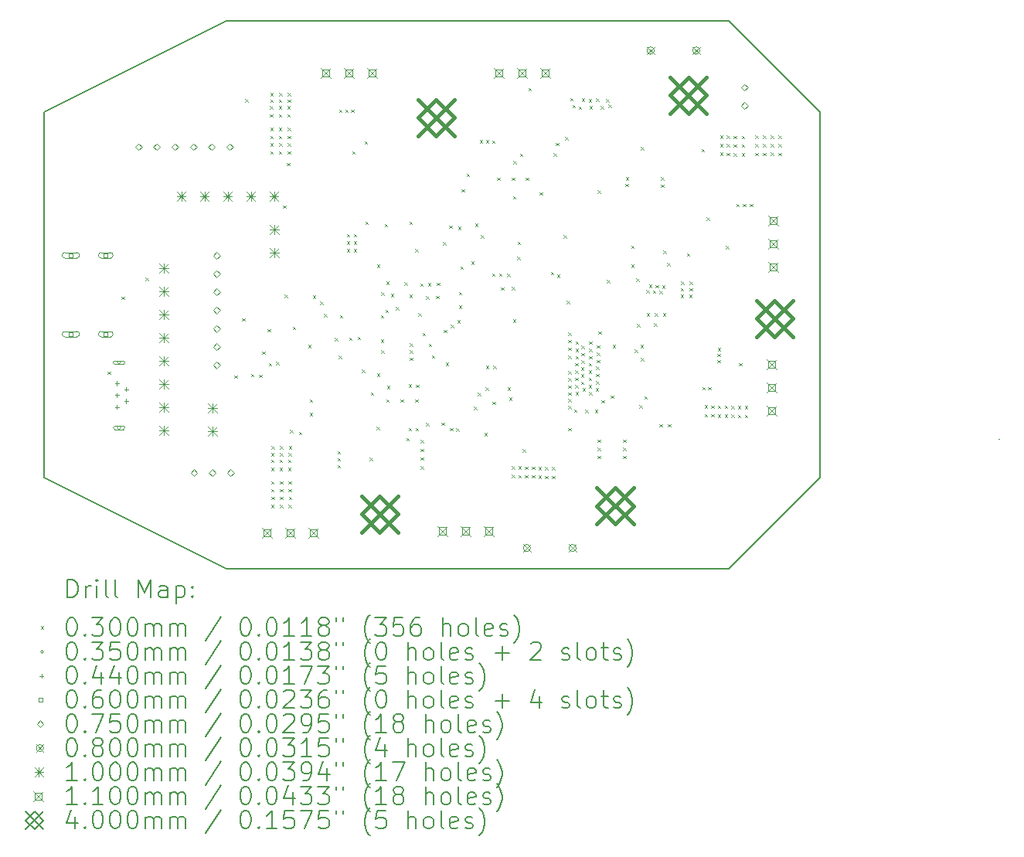
<source format=gbr>
%TF.GenerationSoftware,KiCad,Pcbnew,7.0.9*%
%TF.CreationDate,2024-01-25T12:40:42-06:00*%
%TF.ProjectId,Stupid_FOCer,53747570-6964-45f4-964f-4365722e6b69,1*%
%TF.SameCoordinates,Original*%
%TF.FileFunction,Drillmap*%
%TF.FilePolarity,Positive*%
%FSLAX45Y45*%
G04 Gerber Fmt 4.5, Leading zero omitted, Abs format (unit mm)*
G04 Created by KiCad (PCBNEW 7.0.9) date 2024-01-25 12:40:42*
%MOMM*%
%LPD*%
G01*
G04 APERTURE LIST*
%ADD10C,0.150000*%
%ADD11C,0.200000*%
%ADD12C,0.100000*%
%ADD13C,0.110000*%
%ADD14C,0.400000*%
G04 APERTURE END LIST*
D10*
X12000000Y-13000000D02*
X17500000Y-13000000D01*
X10000000Y-12000000D02*
X12000000Y-13000000D01*
X18500000Y-8000000D02*
X17500000Y-7000000D01*
X18500000Y-12000000D02*
X18500000Y-8000000D01*
X10000000Y-8000000D02*
X12000000Y-7000000D01*
X10000000Y-8000000D02*
X10000000Y-12000000D01*
X20460876Y-11582500D02*
X20460876Y-11582500D01*
X17500000Y-7000000D02*
X12000000Y-7000000D01*
X17500000Y-13000000D02*
X18500000Y-12000000D01*
D11*
D12*
X10692500Y-10840000D02*
X10722500Y-10870000D01*
X10722500Y-10840000D02*
X10692500Y-10870000D01*
X10845036Y-10020000D02*
X10875036Y-10050000D01*
X10875036Y-10020000D02*
X10845036Y-10050000D01*
X11110000Y-9812500D02*
X11140000Y-9842500D01*
X11140000Y-9812500D02*
X11110000Y-9842500D01*
X12080445Y-10882848D02*
X12110445Y-10912848D01*
X12110445Y-10882848D02*
X12080445Y-10912848D01*
X12167945Y-10257848D02*
X12197945Y-10287848D01*
X12197945Y-10257848D02*
X12167945Y-10287848D01*
X12200445Y-7857848D02*
X12230445Y-7887848D01*
X12230445Y-7857848D02*
X12200445Y-7887848D01*
X12262945Y-10865348D02*
X12292945Y-10895348D01*
X12292945Y-10865348D02*
X12262945Y-10895348D01*
X12351438Y-10873841D02*
X12381438Y-10903841D01*
X12381438Y-10873841D02*
X12351438Y-10903841D01*
X12385445Y-10620348D02*
X12415445Y-10650348D01*
X12415445Y-10620348D02*
X12385445Y-10650348D01*
X12447945Y-10375348D02*
X12477945Y-10405348D01*
X12477945Y-10375348D02*
X12447945Y-10405348D01*
X12458503Y-10749227D02*
X12488503Y-10779227D01*
X12488503Y-10749227D02*
X12458503Y-10779227D01*
X12472945Y-7932848D02*
X12502945Y-7962848D01*
X12502945Y-7932848D02*
X12472945Y-7962848D01*
X12472945Y-8022848D02*
X12502945Y-8052848D01*
X12502945Y-8022848D02*
X12472945Y-8052848D01*
X12475445Y-7860348D02*
X12505445Y-7890348D01*
X12505445Y-7860348D02*
X12475445Y-7890348D01*
X12475445Y-8170348D02*
X12505445Y-8200348D01*
X12505445Y-8170348D02*
X12475445Y-8200348D01*
X12475445Y-8257848D02*
X12505445Y-8287848D01*
X12505445Y-8257848D02*
X12475445Y-8287848D01*
X12475445Y-8427848D02*
X12505445Y-8457848D01*
X12505445Y-8427848D02*
X12475445Y-8457848D01*
X12477945Y-7787848D02*
X12507945Y-7817848D01*
X12507945Y-7787848D02*
X12477945Y-7817848D01*
X12477945Y-8340348D02*
X12507945Y-8370348D01*
X12507945Y-8340348D02*
X12477945Y-8370348D01*
X12482945Y-11805348D02*
X12512945Y-11835348D01*
X12512945Y-11805348D02*
X12482945Y-11835348D01*
X12482945Y-11895348D02*
X12512945Y-11925348D01*
X12512945Y-11895348D02*
X12482945Y-11925348D01*
X12485445Y-11732848D02*
X12515445Y-11762848D01*
X12515445Y-11732848D02*
X12485445Y-11762848D01*
X12485445Y-12042848D02*
X12515445Y-12072848D01*
X12515445Y-12042848D02*
X12485445Y-12072848D01*
X12485445Y-12130348D02*
X12515445Y-12160348D01*
X12515445Y-12130348D02*
X12485445Y-12160348D01*
X12485445Y-12300348D02*
X12515445Y-12330348D01*
X12515445Y-12300348D02*
X12485445Y-12330348D01*
X12487945Y-11660348D02*
X12517945Y-11690348D01*
X12517945Y-11660348D02*
X12487945Y-11690348D01*
X12487945Y-12212848D02*
X12517945Y-12242848D01*
X12517945Y-12212848D02*
X12487945Y-12242848D01*
X12540445Y-10737848D02*
X12570445Y-10767848D01*
X12570445Y-10737848D02*
X12540445Y-10767848D01*
X12567945Y-7932848D02*
X12597945Y-7962848D01*
X12597945Y-7932848D02*
X12567945Y-7962848D01*
X12567945Y-8022848D02*
X12597945Y-8052848D01*
X12597945Y-8022848D02*
X12567945Y-8052848D01*
X12570445Y-7860348D02*
X12600445Y-7890348D01*
X12600445Y-7860348D02*
X12570445Y-7890348D01*
X12570445Y-8170348D02*
X12600445Y-8200348D01*
X12600445Y-8170348D02*
X12570445Y-8200348D01*
X12570445Y-8257848D02*
X12600445Y-8287848D01*
X12600445Y-8257848D02*
X12570445Y-8287848D01*
X12570445Y-8427848D02*
X12600445Y-8457848D01*
X12600445Y-8427848D02*
X12570445Y-8457848D01*
X12572945Y-7787848D02*
X12602945Y-7817848D01*
X12602945Y-7787848D02*
X12572945Y-7817848D01*
X12572945Y-8340348D02*
X12602945Y-8370348D01*
X12602945Y-8340348D02*
X12572945Y-8370348D01*
X12577945Y-11805348D02*
X12607945Y-11835348D01*
X12607945Y-11805348D02*
X12577945Y-11835348D01*
X12577945Y-11895348D02*
X12607945Y-11925348D01*
X12607945Y-11895348D02*
X12577945Y-11925348D01*
X12580445Y-11732848D02*
X12610445Y-11762848D01*
X12610445Y-11732848D02*
X12580445Y-11762848D01*
X12580445Y-12042848D02*
X12610445Y-12072848D01*
X12610445Y-12042848D02*
X12580445Y-12072848D01*
X12580445Y-12130348D02*
X12610445Y-12160348D01*
X12610445Y-12130348D02*
X12580445Y-12160348D01*
X12580445Y-12300348D02*
X12610445Y-12330348D01*
X12610445Y-12300348D02*
X12580445Y-12330348D01*
X12582945Y-11660348D02*
X12612945Y-11690348D01*
X12612945Y-11660348D02*
X12582945Y-11690348D01*
X12582945Y-12212848D02*
X12612945Y-12242848D01*
X12612945Y-12212848D02*
X12582945Y-12242848D01*
X12615445Y-9020348D02*
X12645445Y-9050348D01*
X12645445Y-9020348D02*
X12615445Y-9050348D01*
X12632945Y-10000348D02*
X12662945Y-10030348D01*
X12662945Y-10000348D02*
X12632945Y-10030348D01*
X12657945Y-8555348D02*
X12687945Y-8585348D01*
X12687945Y-8555348D02*
X12657945Y-8585348D01*
X12662945Y-7932848D02*
X12692945Y-7962848D01*
X12692945Y-7932848D02*
X12662945Y-7962848D01*
X12662945Y-8022848D02*
X12692945Y-8052848D01*
X12692945Y-8022848D02*
X12662945Y-8052848D01*
X12665445Y-7860348D02*
X12695445Y-7890348D01*
X12695445Y-7860348D02*
X12665445Y-7890348D01*
X12665445Y-8170348D02*
X12695445Y-8200348D01*
X12695445Y-8170348D02*
X12665445Y-8200348D01*
X12665445Y-8257848D02*
X12695445Y-8287848D01*
X12695445Y-8257848D02*
X12665445Y-8287848D01*
X12665445Y-8427848D02*
X12695445Y-8457848D01*
X12695445Y-8427848D02*
X12665445Y-8457848D01*
X12667945Y-7787848D02*
X12697945Y-7817848D01*
X12697945Y-7787848D02*
X12667945Y-7817848D01*
X12667945Y-8340348D02*
X12697945Y-8370348D01*
X12697945Y-8340348D02*
X12667945Y-8370348D01*
X12672945Y-11805348D02*
X12702945Y-11835348D01*
X12702945Y-11805348D02*
X12672945Y-11835348D01*
X12672945Y-11895348D02*
X12702945Y-11925348D01*
X12702945Y-11895348D02*
X12672945Y-11925348D01*
X12675445Y-11732848D02*
X12705445Y-11762848D01*
X12705445Y-11732848D02*
X12675445Y-11762848D01*
X12675445Y-12042848D02*
X12705445Y-12072848D01*
X12705445Y-12042848D02*
X12675445Y-12072848D01*
X12675445Y-12130348D02*
X12705445Y-12160348D01*
X12705445Y-12130348D02*
X12675445Y-12160348D01*
X12675445Y-12300348D02*
X12705445Y-12330348D01*
X12705445Y-12300348D02*
X12675445Y-12330348D01*
X12677945Y-11660348D02*
X12707945Y-11690348D01*
X12707945Y-11660348D02*
X12677945Y-11690348D01*
X12677945Y-12212848D02*
X12707945Y-12242848D01*
X12707945Y-12212848D02*
X12677945Y-12242848D01*
X12690445Y-11482848D02*
X12720445Y-11512848D01*
X12720445Y-11482848D02*
X12690445Y-11512848D01*
X12720445Y-10350348D02*
X12750445Y-10380348D01*
X12750445Y-10350348D02*
X12720445Y-10380348D01*
X12790445Y-11502848D02*
X12820445Y-11532848D01*
X12820445Y-11502848D02*
X12790445Y-11532848D01*
X12890445Y-10550348D02*
X12920445Y-10580348D01*
X12920445Y-10550348D02*
X12890445Y-10580348D01*
X12907945Y-11292848D02*
X12937945Y-11322848D01*
X12937945Y-11292848D02*
X12907945Y-11322848D01*
X12908798Y-11145655D02*
X12938798Y-11175655D01*
X12938798Y-11145655D02*
X12908798Y-11175655D01*
X12940445Y-10005348D02*
X12970445Y-10035348D01*
X12970445Y-10005348D02*
X12940445Y-10035348D01*
X13020445Y-10075348D02*
X13050445Y-10105348D01*
X13050445Y-10075348D02*
X13020445Y-10105348D01*
X13062629Y-10210033D02*
X13092629Y-10240033D01*
X13092629Y-10210033D02*
X13062629Y-10240033D01*
X13181298Y-10473155D02*
X13211298Y-10503155D01*
X13211298Y-10473155D02*
X13181298Y-10503155D01*
X13212945Y-11715348D02*
X13242945Y-11745348D01*
X13242945Y-11715348D02*
X13212945Y-11745348D01*
X13212945Y-11790348D02*
X13242945Y-11820348D01*
X13242945Y-11790348D02*
X13212945Y-11820348D01*
X13212945Y-11865348D02*
X13242945Y-11895348D01*
X13242945Y-11865348D02*
X13212945Y-11895348D01*
X13226298Y-10668155D02*
X13256298Y-10698155D01*
X13256298Y-10668155D02*
X13226298Y-10698155D01*
X13227945Y-7972848D02*
X13257945Y-8002848D01*
X13257945Y-7972848D02*
X13227945Y-8002848D01*
X13237945Y-10225348D02*
X13267945Y-10255348D01*
X13267945Y-10225348D02*
X13237945Y-10255348D01*
X13297945Y-7970348D02*
X13327945Y-8000348D01*
X13327945Y-7970348D02*
X13297945Y-8000348D01*
X13316298Y-9333155D02*
X13346298Y-9363155D01*
X13346298Y-9333155D02*
X13316298Y-9363155D01*
X13316298Y-9413155D02*
X13346298Y-9443155D01*
X13346298Y-9413155D02*
X13316298Y-9443155D01*
X13316298Y-9498155D02*
X13346298Y-9528155D01*
X13346298Y-9498155D02*
X13316298Y-9528155D01*
X13341298Y-10468155D02*
X13371298Y-10498155D01*
X13371298Y-10468155D02*
X13341298Y-10498155D01*
X13362945Y-7970348D02*
X13392945Y-8000348D01*
X13392945Y-7970348D02*
X13362945Y-8000348D01*
X13375445Y-8427848D02*
X13405445Y-8457848D01*
X13405445Y-8427848D02*
X13375445Y-8457848D01*
X13391298Y-9333155D02*
X13421298Y-9363155D01*
X13421298Y-9333155D02*
X13391298Y-9363155D01*
X13391298Y-9413155D02*
X13421298Y-9443155D01*
X13421298Y-9413155D02*
X13391298Y-9443155D01*
X13391298Y-9498155D02*
X13421298Y-9528155D01*
X13421298Y-9498155D02*
X13391298Y-9528155D01*
X13432945Y-10460348D02*
X13462945Y-10490348D01*
X13462945Y-10460348D02*
X13432945Y-10490348D01*
X13477945Y-10820348D02*
X13507945Y-10850348D01*
X13507945Y-10820348D02*
X13477945Y-10850348D01*
X13507945Y-8320348D02*
X13537945Y-8350348D01*
X13537945Y-8320348D02*
X13507945Y-8350348D01*
X13517945Y-9200348D02*
X13547945Y-9230348D01*
X13547945Y-9200348D02*
X13517945Y-9230348D01*
X13565445Y-11785348D02*
X13595445Y-11815348D01*
X13595445Y-11785348D02*
X13565445Y-11815348D01*
X13577945Y-11070348D02*
X13607945Y-11100348D01*
X13607945Y-11070348D02*
X13577945Y-11100348D01*
X13640445Y-11447848D02*
X13670445Y-11477848D01*
X13670445Y-11447848D02*
X13640445Y-11477848D01*
X13642945Y-10862848D02*
X13672945Y-10892848D01*
X13672945Y-10862848D02*
X13642945Y-10892848D01*
X13645445Y-9667848D02*
X13675445Y-9697848D01*
X13675445Y-9667848D02*
X13645445Y-9697848D01*
X13687945Y-10222848D02*
X13717945Y-10252848D01*
X13717945Y-10222848D02*
X13687945Y-10252848D01*
X13687945Y-10490348D02*
X13717945Y-10520348D01*
X13717945Y-10490348D02*
X13687945Y-10520348D01*
X13690445Y-10607848D02*
X13720445Y-10637848D01*
X13720445Y-10607848D02*
X13690445Y-10637848D01*
X13691298Y-9973155D02*
X13721298Y-10003155D01*
X13721298Y-9973155D02*
X13691298Y-10003155D01*
X13727945Y-9225348D02*
X13757945Y-9255348D01*
X13757945Y-9225348D02*
X13727945Y-9255348D01*
X13737945Y-10165348D02*
X13767945Y-10195348D01*
X13767945Y-10165348D02*
X13737945Y-10195348D01*
X13747945Y-9852848D02*
X13777945Y-9882848D01*
X13777945Y-9852848D02*
X13747945Y-9882848D01*
X13747945Y-11147848D02*
X13777945Y-11177848D01*
X13777945Y-11147848D02*
X13747945Y-11177848D01*
X13755445Y-10997848D02*
X13785445Y-11027848D01*
X13785445Y-10997848D02*
X13755445Y-11027848D01*
X13795445Y-9990348D02*
X13825445Y-10020348D01*
X13825445Y-9990348D02*
X13795445Y-10020348D01*
X13851448Y-10132368D02*
X13881448Y-10162368D01*
X13881448Y-10132368D02*
X13851448Y-10162368D01*
X13902945Y-11147848D02*
X13932945Y-11177848D01*
X13932945Y-11147848D02*
X13902945Y-11177848D01*
X13946298Y-9863155D02*
X13976298Y-9893155D01*
X13976298Y-9863155D02*
X13946298Y-9893155D01*
X13967945Y-11570348D02*
X13997945Y-11600348D01*
X13997945Y-11570348D02*
X13967945Y-11600348D01*
X13990445Y-11457848D02*
X14020445Y-11487848D01*
X14020445Y-11457848D02*
X13990445Y-11487848D01*
X13992945Y-10982848D02*
X14022945Y-11012848D01*
X14022945Y-10982848D02*
X13992945Y-11012848D01*
X14000445Y-9997848D02*
X14030445Y-10027848D01*
X14030445Y-9997848D02*
X14000445Y-10027848D01*
X14001298Y-9198155D02*
X14031298Y-9228155D01*
X14031298Y-9198155D02*
X14001298Y-9228155D01*
X14005445Y-10532848D02*
X14035445Y-10562848D01*
X14035445Y-10532848D02*
X14005445Y-10562848D01*
X14005445Y-10610348D02*
X14035445Y-10640348D01*
X14035445Y-10610348D02*
X14005445Y-10640348D01*
X14005445Y-10690348D02*
X14035445Y-10720348D01*
X14035445Y-10690348D02*
X14005445Y-10720348D01*
X14062945Y-11147848D02*
X14092945Y-11177848D01*
X14092945Y-11147848D02*
X14062945Y-11177848D01*
X14065445Y-9497848D02*
X14095445Y-9527848D01*
X14095445Y-9497848D02*
X14065445Y-9527848D01*
X14067945Y-11457848D02*
X14097945Y-11487848D01*
X14097945Y-11457848D02*
X14067945Y-11487848D01*
X14070445Y-10985348D02*
X14100445Y-11015348D01*
X14100445Y-10985348D02*
X14070445Y-11015348D01*
X14096298Y-10203155D02*
X14126298Y-10233155D01*
X14126298Y-10203155D02*
X14096298Y-10233155D01*
X14120445Y-9875348D02*
X14150445Y-9905348D01*
X14150445Y-9875348D02*
X14120445Y-9905348D01*
X14122945Y-11592848D02*
X14152945Y-11622848D01*
X14152945Y-11592848D02*
X14122945Y-11622848D01*
X14122945Y-11687848D02*
X14152945Y-11717848D01*
X14152945Y-11687848D02*
X14122945Y-11717848D01*
X14122945Y-11782848D02*
X14152945Y-11812848D01*
X14152945Y-11782848D02*
X14122945Y-11812848D01*
X14122945Y-11877848D02*
X14152945Y-11907848D01*
X14152945Y-11877848D02*
X14122945Y-11907848D01*
X14142945Y-10417848D02*
X14172945Y-10447848D01*
X14172945Y-10417848D02*
X14142945Y-10447848D01*
X14180445Y-10015348D02*
X14210445Y-10045348D01*
X14210445Y-10015348D02*
X14180445Y-10045348D01*
X14180445Y-11402848D02*
X14210445Y-11432848D01*
X14210445Y-11402848D02*
X14180445Y-11432848D01*
X14205445Y-9872848D02*
X14235445Y-9902848D01*
X14235445Y-9872848D02*
X14205445Y-9902848D01*
X14211298Y-10538155D02*
X14241298Y-10568155D01*
X14241298Y-10538155D02*
X14211298Y-10568155D01*
X14246298Y-10663155D02*
X14276298Y-10693155D01*
X14276298Y-10663155D02*
X14246298Y-10693155D01*
X14292945Y-10010348D02*
X14322945Y-10040348D01*
X14322945Y-10010348D02*
X14292945Y-10040348D01*
X14301298Y-9868155D02*
X14331298Y-9898155D01*
X14331298Y-9868155D02*
X14301298Y-9898155D01*
X14350445Y-11400348D02*
X14380445Y-11430348D01*
X14380445Y-11400348D02*
X14350445Y-11430348D01*
X14370445Y-9422848D02*
X14400445Y-9452848D01*
X14400445Y-9422848D02*
X14370445Y-9452848D01*
X14376298Y-10383155D02*
X14406298Y-10413155D01*
X14406298Y-10383155D02*
X14376298Y-10413155D01*
X14397945Y-10745348D02*
X14427945Y-10775348D01*
X14427945Y-10745348D02*
X14397945Y-10775348D01*
X14435445Y-9240348D02*
X14465445Y-9270348D01*
X14465445Y-9240348D02*
X14435445Y-9270348D01*
X14442945Y-11460348D02*
X14472945Y-11490348D01*
X14472945Y-11460348D02*
X14442945Y-11490348D01*
X14451298Y-10328155D02*
X14481298Y-10358155D01*
X14481298Y-10328155D02*
X14451298Y-10358155D01*
X14512945Y-11462848D02*
X14542945Y-11492848D01*
X14542945Y-11462848D02*
X14512945Y-11492848D01*
X14526298Y-10276615D02*
X14556298Y-10306615D01*
X14556298Y-10276615D02*
X14526298Y-10306615D01*
X14535445Y-9252848D02*
X14565445Y-9282848D01*
X14565445Y-9252848D02*
X14535445Y-9282848D01*
X14541298Y-9968155D02*
X14571298Y-9998155D01*
X14571298Y-9968155D02*
X14541298Y-9998155D01*
X14541298Y-10118155D02*
X14571298Y-10148155D01*
X14571298Y-10118155D02*
X14541298Y-10148155D01*
X14557945Y-9690348D02*
X14587945Y-9720348D01*
X14587945Y-9690348D02*
X14557945Y-9720348D01*
X14571298Y-8843155D02*
X14601298Y-8873155D01*
X14601298Y-8843155D02*
X14571298Y-8873155D01*
X14625445Y-8675348D02*
X14655445Y-8705348D01*
X14655445Y-8675348D02*
X14625445Y-8705348D01*
X14676298Y-9633155D02*
X14706298Y-9663155D01*
X14706298Y-9633155D02*
X14676298Y-9663155D01*
X14707945Y-11225348D02*
X14737945Y-11255348D01*
X14737945Y-11225348D02*
X14707945Y-11255348D01*
X14720445Y-9220348D02*
X14750445Y-9250348D01*
X14750445Y-9220348D02*
X14720445Y-9250348D01*
X14747945Y-11075348D02*
X14777945Y-11105348D01*
X14777945Y-11075348D02*
X14747945Y-11105348D01*
X14770445Y-8307848D02*
X14800445Y-8337848D01*
X14800445Y-8307848D02*
X14770445Y-8337848D01*
X14782945Y-9345348D02*
X14812945Y-9375348D01*
X14812945Y-9345348D02*
X14782945Y-9375348D01*
X14822945Y-11515348D02*
X14852945Y-11545348D01*
X14852945Y-11515348D02*
X14822945Y-11545348D01*
X14835445Y-11015348D02*
X14865445Y-11045348D01*
X14865445Y-11015348D02*
X14835445Y-11045348D01*
X14837945Y-8307848D02*
X14867945Y-8337848D01*
X14867945Y-8307848D02*
X14837945Y-8337848D01*
X14840445Y-10776888D02*
X14870445Y-10806888D01*
X14870445Y-10776888D02*
X14840445Y-10806888D01*
X14907945Y-8310348D02*
X14937945Y-8340348D01*
X14937945Y-8310348D02*
X14907945Y-8340348D01*
X14907945Y-9767848D02*
X14937945Y-9797848D01*
X14937945Y-9767848D02*
X14907945Y-9797848D01*
X14912688Y-11173585D02*
X14942688Y-11203585D01*
X14942688Y-11173585D02*
X14912688Y-11203585D01*
X14920445Y-10777848D02*
X14950445Y-10807848D01*
X14950445Y-10777848D02*
X14920445Y-10807848D01*
X14959708Y-8716065D02*
X14989708Y-8746065D01*
X14989708Y-8716065D02*
X14959708Y-8746065D01*
X14982945Y-9767848D02*
X15012945Y-9797848D01*
X15012945Y-9767848D02*
X14982945Y-9797848D01*
X15002945Y-9920348D02*
X15032945Y-9950348D01*
X15032945Y-9920348D02*
X15002945Y-9950348D01*
X15070445Y-9770348D02*
X15100445Y-9800348D01*
X15100445Y-9770348D02*
X15070445Y-9800348D01*
X15075445Y-11012848D02*
X15105445Y-11042848D01*
X15105445Y-11012848D02*
X15075445Y-11042848D01*
X15091298Y-11125348D02*
X15121298Y-11155348D01*
X15121298Y-11125348D02*
X15091298Y-11155348D01*
X15120445Y-11877848D02*
X15150445Y-11907848D01*
X15150445Y-11877848D02*
X15120445Y-11907848D01*
X15120445Y-11972848D02*
X15150445Y-12002848D01*
X15150445Y-11972848D02*
X15120445Y-12002848D01*
X15122945Y-8715348D02*
X15152945Y-8745348D01*
X15152945Y-8715348D02*
X15122945Y-8745348D01*
X15122945Y-9915348D02*
X15152945Y-9945348D01*
X15152945Y-9915348D02*
X15122945Y-9945348D01*
X15135445Y-8920348D02*
X15165445Y-8950348D01*
X15165445Y-8920348D02*
X15135445Y-8950348D01*
X15135445Y-10270348D02*
X15165445Y-10300348D01*
X15165445Y-10270348D02*
X15135445Y-10300348D01*
X15137945Y-8535348D02*
X15167945Y-8565348D01*
X15167945Y-8535348D02*
X15137945Y-8565348D01*
X15182945Y-9582848D02*
X15212945Y-9612848D01*
X15212945Y-9582848D02*
X15182945Y-9612848D01*
X15185445Y-9417848D02*
X15215445Y-9447848D01*
X15215445Y-9417848D02*
X15185445Y-9447848D01*
X15192945Y-11880348D02*
X15222945Y-11910348D01*
X15222945Y-11880348D02*
X15192945Y-11910348D01*
X15192945Y-11975348D02*
X15222945Y-12005348D01*
X15222945Y-11975348D02*
X15192945Y-12005348D01*
X15210553Y-8454388D02*
X15240553Y-8484388D01*
X15240553Y-8454388D02*
X15210553Y-8484388D01*
X15241298Y-11692155D02*
X15271298Y-11722155D01*
X15271298Y-11692155D02*
X15241298Y-11722155D01*
X15265445Y-11882848D02*
X15295445Y-11912848D01*
X15295445Y-11882848D02*
X15265445Y-11912848D01*
X15265445Y-11977848D02*
X15295445Y-12007848D01*
X15295445Y-11977848D02*
X15265445Y-12007848D01*
X15274708Y-8716065D02*
X15304708Y-8746065D01*
X15304708Y-8716065D02*
X15274708Y-8746065D01*
X15305445Y-7735348D02*
X15335445Y-7765348D01*
X15335445Y-7735348D02*
X15305445Y-7765348D01*
X15340445Y-11882848D02*
X15370445Y-11912848D01*
X15370445Y-11882848D02*
X15340445Y-11912848D01*
X15340445Y-11977848D02*
X15370445Y-12007848D01*
X15370445Y-11977848D02*
X15340445Y-12007848D01*
X15412945Y-11885348D02*
X15442945Y-11915348D01*
X15442945Y-11885348D02*
X15412945Y-11915348D01*
X15412945Y-11980348D02*
X15442945Y-12010348D01*
X15442945Y-11980348D02*
X15412945Y-12010348D01*
X15427945Y-8877848D02*
X15457945Y-8907848D01*
X15457945Y-8877848D02*
X15427945Y-8907848D01*
X15485445Y-11887848D02*
X15515445Y-11917848D01*
X15515445Y-11887848D02*
X15485445Y-11917848D01*
X15485445Y-11982848D02*
X15515445Y-12012848D01*
X15515445Y-11982848D02*
X15485445Y-12012848D01*
X15547945Y-9750348D02*
X15577945Y-9780348D01*
X15577945Y-9750348D02*
X15547945Y-9780348D01*
X15560445Y-11887848D02*
X15590445Y-11917848D01*
X15590445Y-11887848D02*
X15560445Y-11917848D01*
X15560445Y-11982848D02*
X15590445Y-12012848D01*
X15590445Y-11982848D02*
X15560445Y-12012848D01*
X15577945Y-8450348D02*
X15607945Y-8480348D01*
X15607945Y-8450348D02*
X15577945Y-8480348D01*
X15602945Y-8335348D02*
X15632945Y-8365348D01*
X15632945Y-8335348D02*
X15602945Y-8365348D01*
X15617750Y-9780542D02*
X15647750Y-9810542D01*
X15647750Y-9780542D02*
X15617750Y-9810542D01*
X15687945Y-9345348D02*
X15717945Y-9375348D01*
X15717945Y-9345348D02*
X15687945Y-9375348D01*
X15707945Y-8270348D02*
X15737945Y-8300348D01*
X15737945Y-8270348D02*
X15707945Y-8300348D01*
X15721298Y-10067155D02*
X15751298Y-10097155D01*
X15751298Y-10067155D02*
X15721298Y-10097155D01*
X15741298Y-10413155D02*
X15771298Y-10443155D01*
X15771298Y-10413155D02*
X15741298Y-10443155D01*
X15741298Y-10493155D02*
X15771298Y-10523155D01*
X15771298Y-10493155D02*
X15741298Y-10523155D01*
X15741298Y-10578155D02*
X15771298Y-10608155D01*
X15771298Y-10578155D02*
X15741298Y-10608155D01*
X15741298Y-10668155D02*
X15771298Y-10698155D01*
X15771298Y-10668155D02*
X15741298Y-10698155D01*
X15741298Y-10838155D02*
X15771298Y-10868155D01*
X15771298Y-10838155D02*
X15741298Y-10868155D01*
X15741298Y-10913155D02*
X15771298Y-10943155D01*
X15771298Y-10913155D02*
X15741298Y-10943155D01*
X15741298Y-10993155D02*
X15771298Y-11023155D01*
X15771298Y-10993155D02*
X15741298Y-11023155D01*
X15741298Y-11068155D02*
X15771298Y-11098155D01*
X15771298Y-11068155D02*
X15741298Y-11098155D01*
X15741298Y-11143155D02*
X15771298Y-11173155D01*
X15771298Y-11143155D02*
X15741298Y-11173155D01*
X15741298Y-11218155D02*
X15771298Y-11248155D01*
X15771298Y-11218155D02*
X15741298Y-11248155D01*
X15741298Y-11458155D02*
X15771298Y-11488155D01*
X15771298Y-11458155D02*
X15741298Y-11488155D01*
X15762945Y-7842848D02*
X15792945Y-7872848D01*
X15792945Y-7842848D02*
X15762945Y-7872848D01*
X15785445Y-7920348D02*
X15815445Y-7950348D01*
X15815445Y-7920348D02*
X15785445Y-7950348D01*
X15805445Y-11257848D02*
X15835445Y-11287848D01*
X15835445Y-11257848D02*
X15805445Y-11287848D01*
X15816298Y-10748155D02*
X15846298Y-10778155D01*
X15846298Y-10748155D02*
X15816298Y-10778155D01*
X15816298Y-10828155D02*
X15846298Y-10858155D01*
X15846298Y-10828155D02*
X15816298Y-10858155D01*
X15816298Y-10908155D02*
X15846298Y-10938155D01*
X15846298Y-10908155D02*
X15816298Y-10938155D01*
X15816298Y-10988155D02*
X15846298Y-11018155D01*
X15846298Y-10988155D02*
X15816298Y-11018155D01*
X15821298Y-10512155D02*
X15851298Y-10542155D01*
X15851298Y-10512155D02*
X15821298Y-10542155D01*
X15821298Y-10593155D02*
X15851298Y-10623155D01*
X15851298Y-10593155D02*
X15821298Y-10623155D01*
X15821298Y-10673155D02*
X15851298Y-10703155D01*
X15851298Y-10673155D02*
X15821298Y-10703155D01*
X15821298Y-11067155D02*
X15851298Y-11097155D01*
X15851298Y-11067155D02*
X15821298Y-11097155D01*
X15855445Y-7937848D02*
X15885445Y-7967848D01*
X15885445Y-7937848D02*
X15855445Y-7967848D01*
X15881298Y-10793155D02*
X15911298Y-10823155D01*
X15911298Y-10793155D02*
X15881298Y-10823155D01*
X15881298Y-10873155D02*
X15911298Y-10903155D01*
X15911298Y-10873155D02*
X15881298Y-10903155D01*
X15881298Y-10953155D02*
X15911298Y-10983155D01*
X15911298Y-10953155D02*
X15881298Y-10983155D01*
X15886298Y-10557155D02*
X15916298Y-10587155D01*
X15916298Y-10557155D02*
X15886298Y-10587155D01*
X15886298Y-10638155D02*
X15916298Y-10668155D01*
X15916298Y-10638155D02*
X15886298Y-10668155D01*
X15886298Y-10718155D02*
X15916298Y-10748155D01*
X15916298Y-10718155D02*
X15886298Y-10748155D01*
X15887945Y-7850348D02*
X15917945Y-7880348D01*
X15917945Y-7850348D02*
X15887945Y-7880348D01*
X15896298Y-11022155D02*
X15926298Y-11052155D01*
X15926298Y-11022155D02*
X15896298Y-11052155D01*
X15927945Y-11260348D02*
X15957945Y-11290348D01*
X15957945Y-11260348D02*
X15927945Y-11290348D01*
X15963798Y-10748155D02*
X15993798Y-10778155D01*
X15993798Y-10748155D02*
X15963798Y-10778155D01*
X15963798Y-10828155D02*
X15993798Y-10858155D01*
X15993798Y-10828155D02*
X15963798Y-10858155D01*
X15963798Y-10908155D02*
X15993798Y-10938155D01*
X15993798Y-10908155D02*
X15963798Y-10938155D01*
X15963798Y-10988155D02*
X15993798Y-11018155D01*
X15993798Y-10988155D02*
X15963798Y-11018155D01*
X15965445Y-7855348D02*
X15995445Y-7885348D01*
X15995445Y-7855348D02*
X15965445Y-7885348D01*
X15968798Y-10512155D02*
X15998798Y-10542155D01*
X15998798Y-10512155D02*
X15968798Y-10542155D01*
X15968798Y-10593155D02*
X15998798Y-10623155D01*
X15998798Y-10593155D02*
X15968798Y-10623155D01*
X15968798Y-10673155D02*
X15998798Y-10703155D01*
X15998798Y-10673155D02*
X15968798Y-10703155D01*
X15968798Y-11067155D02*
X15998798Y-11097155D01*
X15998798Y-11067155D02*
X15968798Y-11097155D01*
X15972945Y-7932848D02*
X16002945Y-7962848D01*
X16002945Y-7932848D02*
X15972945Y-7962848D01*
X16030445Y-11262848D02*
X16060445Y-11292848D01*
X16060445Y-11262848D02*
X16030445Y-11292848D01*
X16041298Y-11022155D02*
X16071298Y-11052155D01*
X16071298Y-11022155D02*
X16041298Y-11052155D01*
X16045445Y-7847848D02*
X16075445Y-7877848D01*
X16075445Y-7847848D02*
X16045445Y-7877848D01*
X16046298Y-10788155D02*
X16076298Y-10818155D01*
X16076298Y-10788155D02*
X16046298Y-10818155D01*
X16046298Y-10868155D02*
X16076298Y-10898155D01*
X16076298Y-10868155D02*
X16046298Y-10898155D01*
X16046298Y-10948155D02*
X16076298Y-10978155D01*
X16076298Y-10948155D02*
X16046298Y-10978155D01*
X16051298Y-10552155D02*
X16081298Y-10582155D01*
X16081298Y-10552155D02*
X16051298Y-10582155D01*
X16051298Y-10633155D02*
X16081298Y-10663155D01*
X16081298Y-10633155D02*
X16051298Y-10663155D01*
X16051298Y-10713155D02*
X16081298Y-10743155D01*
X16081298Y-10713155D02*
X16051298Y-10743155D01*
X16061298Y-11588155D02*
X16091298Y-11618155D01*
X16091298Y-11588155D02*
X16061298Y-11618155D01*
X16061298Y-11675655D02*
X16091298Y-11705655D01*
X16091298Y-11675655D02*
X16061298Y-11705655D01*
X16061298Y-11763155D02*
X16091298Y-11793155D01*
X16091298Y-11763155D02*
X16061298Y-11793155D01*
X16062945Y-8855348D02*
X16092945Y-8885348D01*
X16092945Y-8855348D02*
X16062945Y-8885348D01*
X16070445Y-10402848D02*
X16100445Y-10432848D01*
X16100445Y-10402848D02*
X16070445Y-10432848D01*
X16097945Y-7935348D02*
X16127945Y-7965348D01*
X16127945Y-7935348D02*
X16097945Y-7965348D01*
X16102945Y-11155348D02*
X16132945Y-11185348D01*
X16132945Y-11155348D02*
X16102945Y-11185348D01*
X16155445Y-7855348D02*
X16185445Y-7885348D01*
X16185445Y-7855348D02*
X16155445Y-7885348D01*
X16165445Y-9837848D02*
X16195445Y-9867848D01*
X16195445Y-9837848D02*
X16165445Y-9867848D01*
X16180445Y-7917848D02*
X16210445Y-7947848D01*
X16210445Y-7917848D02*
X16180445Y-7947848D01*
X16205250Y-11102654D02*
X16235250Y-11132654D01*
X16235250Y-11102654D02*
X16205250Y-11132654D01*
X16226148Y-10550348D02*
X16256148Y-10580348D01*
X16256148Y-10550348D02*
X16226148Y-10580348D01*
X16341298Y-11588155D02*
X16371298Y-11618155D01*
X16371298Y-11588155D02*
X16341298Y-11618155D01*
X16341298Y-11673155D02*
X16371298Y-11703155D01*
X16371298Y-11673155D02*
X16341298Y-11703155D01*
X16341298Y-11763155D02*
X16371298Y-11793155D01*
X16371298Y-11763155D02*
X16341298Y-11793155D01*
X16367945Y-8785348D02*
X16397945Y-8815348D01*
X16397945Y-8785348D02*
X16367945Y-8815348D01*
X16370445Y-8710348D02*
X16400445Y-8740348D01*
X16400445Y-8710348D02*
X16370445Y-8740348D01*
X16430445Y-9667848D02*
X16460445Y-9697848D01*
X16460445Y-9667848D02*
X16430445Y-9697848D01*
X16431695Y-9460348D02*
X16461695Y-9490348D01*
X16461695Y-9460348D02*
X16431695Y-9490348D01*
X16470445Y-10600348D02*
X16500445Y-10630348D01*
X16500445Y-10600348D02*
X16470445Y-10630348D01*
X16485445Y-9822848D02*
X16515445Y-9852848D01*
X16515445Y-9822848D02*
X16485445Y-9852848D01*
X16492945Y-10322848D02*
X16522945Y-10352848D01*
X16522945Y-10322848D02*
X16492945Y-10352848D01*
X16520445Y-11209155D02*
X16550445Y-11239155D01*
X16550445Y-11209155D02*
X16520445Y-11239155D01*
X16530445Y-10550348D02*
X16560445Y-10580348D01*
X16560445Y-10550348D02*
X16530445Y-10580348D01*
X16535445Y-10695348D02*
X16565445Y-10725348D01*
X16565445Y-10695348D02*
X16535445Y-10725348D01*
X16537945Y-8380348D02*
X16567945Y-8410348D01*
X16567945Y-8380348D02*
X16537945Y-8410348D01*
X16572945Y-11112848D02*
X16602945Y-11142848D01*
X16602945Y-11112848D02*
X16572945Y-11142848D01*
X16595445Y-9950348D02*
X16625445Y-9980348D01*
X16625445Y-9950348D02*
X16595445Y-9980348D01*
X16601298Y-10203155D02*
X16631298Y-10233155D01*
X16631298Y-10203155D02*
X16601298Y-10233155D01*
X16625445Y-9890348D02*
X16655445Y-9920348D01*
X16655445Y-9890348D02*
X16625445Y-9920348D01*
X16667945Y-9952848D02*
X16697945Y-9982848D01*
X16697945Y-9952848D02*
X16667945Y-9982848D01*
X16680445Y-10312305D02*
X16710445Y-10342305D01*
X16710445Y-10312305D02*
X16680445Y-10342305D01*
X16686298Y-10203155D02*
X16716298Y-10233155D01*
X16716298Y-10203155D02*
X16686298Y-10233155D01*
X16697945Y-9892848D02*
X16727945Y-9922848D01*
X16727945Y-9892848D02*
X16697945Y-9922848D01*
X16740445Y-9955348D02*
X16770445Y-9985348D01*
X16770445Y-9955348D02*
X16740445Y-9985348D01*
X16740445Y-11415348D02*
X16770445Y-11445348D01*
X16770445Y-11415348D02*
X16740445Y-11445348D01*
X16757945Y-8712848D02*
X16787945Y-8742848D01*
X16787945Y-8712848D02*
X16757945Y-8742848D01*
X16757945Y-8792848D02*
X16787945Y-8822848D01*
X16787945Y-8792848D02*
X16757945Y-8822848D01*
X16770445Y-9895348D02*
X16800445Y-9925348D01*
X16800445Y-9895348D02*
X16770445Y-9925348D01*
X16776298Y-10203155D02*
X16806298Y-10233155D01*
X16806298Y-10203155D02*
X16776298Y-10233155D01*
X16782945Y-9517848D02*
X16812945Y-9547848D01*
X16812945Y-9517848D02*
X16782945Y-9547848D01*
X16825445Y-9652848D02*
X16855445Y-9682848D01*
X16855445Y-9652848D02*
X16825445Y-9682848D01*
X16830445Y-11417848D02*
X16860445Y-11447848D01*
X16860445Y-11417848D02*
X16830445Y-11447848D01*
X16970445Y-10000348D02*
X17000445Y-10030348D01*
X17000445Y-10000348D02*
X16970445Y-10030348D01*
X16972945Y-9927848D02*
X17002945Y-9957848D01*
X17002945Y-9927848D02*
X16972945Y-9957848D01*
X16975445Y-9855348D02*
X17005445Y-9885348D01*
X17005445Y-9855348D02*
X16975445Y-9885348D01*
X17040445Y-9545348D02*
X17070445Y-9575348D01*
X17070445Y-9545348D02*
X17040445Y-9575348D01*
X17065445Y-10000348D02*
X17095445Y-10030348D01*
X17095445Y-10000348D02*
X17065445Y-10030348D01*
X17067945Y-9927848D02*
X17097945Y-9957848D01*
X17097945Y-9927848D02*
X17067945Y-9957848D01*
X17070445Y-9855348D02*
X17100445Y-9885348D01*
X17100445Y-9855348D02*
X17070445Y-9885348D01*
X17200445Y-8402848D02*
X17230445Y-8432848D01*
X17230445Y-8402848D02*
X17200445Y-8432848D01*
X17207945Y-11010348D02*
X17237945Y-11040348D01*
X17237945Y-11010348D02*
X17207945Y-11040348D01*
X17232945Y-11210348D02*
X17262945Y-11240348D01*
X17262945Y-11210348D02*
X17232945Y-11240348D01*
X17232945Y-11305348D02*
X17262945Y-11335348D01*
X17262945Y-11305348D02*
X17232945Y-11335348D01*
X17257945Y-9152848D02*
X17287945Y-9182848D01*
X17287945Y-9152848D02*
X17257945Y-9182848D01*
X17272945Y-11010348D02*
X17302945Y-11040348D01*
X17302945Y-11010348D02*
X17272945Y-11040348D01*
X17305445Y-11212848D02*
X17335445Y-11242848D01*
X17335445Y-11212848D02*
X17305445Y-11242848D01*
X17305445Y-11307848D02*
X17335445Y-11337848D01*
X17335445Y-11307848D02*
X17305445Y-11337848D01*
X17375445Y-10645348D02*
X17405445Y-10675348D01*
X17405445Y-10645348D02*
X17375445Y-10675348D01*
X17375445Y-10715348D02*
X17405445Y-10745348D01*
X17405445Y-10715348D02*
X17375445Y-10745348D01*
X17377945Y-10582848D02*
X17407945Y-10612848D01*
X17407945Y-10582848D02*
X17377945Y-10612848D01*
X17377945Y-11215348D02*
X17407945Y-11245348D01*
X17407945Y-11215348D02*
X17377945Y-11245348D01*
X17377945Y-11310348D02*
X17407945Y-11340348D01*
X17407945Y-11310348D02*
X17377945Y-11340348D01*
X17405445Y-8252848D02*
X17435445Y-8282848D01*
X17435445Y-8252848D02*
X17405445Y-8282848D01*
X17405445Y-8347848D02*
X17435445Y-8377848D01*
X17435445Y-8347848D02*
X17405445Y-8377848D01*
X17405445Y-8442848D02*
X17435445Y-8472848D01*
X17435445Y-8442848D02*
X17405445Y-8472848D01*
X17452945Y-11215348D02*
X17482945Y-11245348D01*
X17482945Y-11215348D02*
X17452945Y-11245348D01*
X17452945Y-11310348D02*
X17482945Y-11340348D01*
X17482945Y-11310348D02*
X17452945Y-11340348D01*
X17467945Y-9465348D02*
X17497945Y-9495348D01*
X17497945Y-9465348D02*
X17467945Y-9495348D01*
X17477945Y-8255348D02*
X17507945Y-8285348D01*
X17507945Y-8255348D02*
X17477945Y-8285348D01*
X17477945Y-8350348D02*
X17507945Y-8380348D01*
X17507945Y-8350348D02*
X17477945Y-8380348D01*
X17477945Y-8445348D02*
X17507945Y-8475348D01*
X17507945Y-8445348D02*
X17477945Y-8475348D01*
X17525445Y-11217848D02*
X17555445Y-11247848D01*
X17555445Y-11217848D02*
X17525445Y-11247848D01*
X17525445Y-11312848D02*
X17555445Y-11342848D01*
X17555445Y-11312848D02*
X17525445Y-11342848D01*
X17550445Y-8257848D02*
X17580445Y-8287848D01*
X17580445Y-8257848D02*
X17550445Y-8287848D01*
X17550445Y-8352848D02*
X17580445Y-8382848D01*
X17580445Y-8352848D02*
X17550445Y-8382848D01*
X17550445Y-8447848D02*
X17580445Y-8477848D01*
X17580445Y-8447848D02*
X17550445Y-8477848D01*
X17582945Y-9002848D02*
X17612945Y-9032848D01*
X17612945Y-9002848D02*
X17582945Y-9032848D01*
X17597945Y-11220348D02*
X17627945Y-11250348D01*
X17627945Y-11220348D02*
X17597945Y-11250348D01*
X17597945Y-11315348D02*
X17627945Y-11345348D01*
X17627945Y-11315348D02*
X17597945Y-11345348D01*
X17612945Y-10747848D02*
X17642945Y-10777848D01*
X17642945Y-10747848D02*
X17612945Y-10777848D01*
X17640445Y-8257848D02*
X17670445Y-8287848D01*
X17670445Y-8257848D02*
X17640445Y-8287848D01*
X17640445Y-8352848D02*
X17670445Y-8382848D01*
X17670445Y-8352848D02*
X17640445Y-8382848D01*
X17640445Y-8447848D02*
X17670445Y-8477848D01*
X17670445Y-8447848D02*
X17640445Y-8477848D01*
X17652945Y-9002848D02*
X17682945Y-9032848D01*
X17682945Y-9002848D02*
X17652945Y-9032848D01*
X17672945Y-11220348D02*
X17702945Y-11250348D01*
X17702945Y-11220348D02*
X17672945Y-11250348D01*
X17672945Y-11315348D02*
X17702945Y-11345348D01*
X17702945Y-11315348D02*
X17672945Y-11345348D01*
X17730445Y-9002848D02*
X17760445Y-9032848D01*
X17760445Y-9002848D02*
X17730445Y-9032848D01*
X17787945Y-8255348D02*
X17817945Y-8285348D01*
X17817945Y-8255348D02*
X17787945Y-8285348D01*
X17787945Y-8350348D02*
X17817945Y-8380348D01*
X17817945Y-8350348D02*
X17787945Y-8380348D01*
X17787945Y-8445348D02*
X17817945Y-8475348D01*
X17817945Y-8445348D02*
X17787945Y-8475348D01*
X17875445Y-8255348D02*
X17905445Y-8285348D01*
X17905445Y-8255348D02*
X17875445Y-8285348D01*
X17875445Y-8350348D02*
X17905445Y-8380348D01*
X17905445Y-8350348D02*
X17875445Y-8380348D01*
X17875445Y-8445348D02*
X17905445Y-8475348D01*
X17905445Y-8445348D02*
X17875445Y-8475348D01*
X17957945Y-8252848D02*
X17987945Y-8282848D01*
X17987945Y-8252848D02*
X17957945Y-8282848D01*
X17957945Y-8347848D02*
X17987945Y-8377848D01*
X17987945Y-8347848D02*
X17957945Y-8377848D01*
X17957945Y-8442848D02*
X17987945Y-8472848D01*
X17987945Y-8442848D02*
X17957945Y-8472848D01*
X18045445Y-8255348D02*
X18075445Y-8285348D01*
X18075445Y-8255348D02*
X18045445Y-8285348D01*
X18045445Y-8350348D02*
X18075445Y-8380348D01*
X18075445Y-8350348D02*
X18045445Y-8380348D01*
X18045445Y-8445348D02*
X18075445Y-8475348D01*
X18075445Y-8445348D02*
X18045445Y-8475348D01*
X10837000Y-10742500D02*
G75*
G03*
X10837000Y-10742500I-17500J0D01*
G01*
X10769500Y-10760000D02*
X10869500Y-10760000D01*
X10869500Y-10760000D02*
G75*
G03*
X10869500Y-10725000I0J17500D01*
G01*
X10869500Y-10725000D02*
X10769500Y-10725000D01*
X10769500Y-10725000D02*
G75*
G03*
X10769500Y-10760000I0J-17500D01*
G01*
X10837000Y-11457500D02*
G75*
G03*
X10837000Y-11457500I-17500J0D01*
G01*
X10769500Y-11475000D02*
X10869500Y-11475000D01*
X10869500Y-11475000D02*
G75*
G03*
X10869500Y-11440000I0J17500D01*
G01*
X10869500Y-11440000D02*
X10769500Y-11440000D01*
X10769500Y-11440000D02*
G75*
G03*
X10769500Y-11475000I0J-17500D01*
G01*
X10797500Y-10948000D02*
X10797500Y-10992000D01*
X10775500Y-10970000D02*
X10819500Y-10970000D01*
X10797500Y-11078000D02*
X10797500Y-11122000D01*
X10775500Y-11100000D02*
X10819500Y-11100000D01*
X10797500Y-11208000D02*
X10797500Y-11252000D01*
X10775500Y-11230000D02*
X10819500Y-11230000D01*
X10897500Y-11013000D02*
X10897500Y-11057000D01*
X10875500Y-11035000D02*
X10919500Y-11035000D01*
X10897500Y-11143000D02*
X10897500Y-11187000D01*
X10875500Y-11165000D02*
X10919500Y-11165000D01*
X10312249Y-9589213D02*
X10312249Y-9546787D01*
X10269823Y-9546787D01*
X10269823Y-9589213D01*
X10312249Y-9589213D01*
X10356036Y-9538000D02*
X10226036Y-9538000D01*
X10226036Y-9538000D02*
G75*
G03*
X10226036Y-9598000I0J-30000D01*
G01*
X10226036Y-9598000D02*
X10356036Y-9598000D01*
X10356036Y-9598000D02*
G75*
G03*
X10356036Y-9538000I0J30000D01*
G01*
X10312249Y-10453213D02*
X10312249Y-10410787D01*
X10269823Y-10410787D01*
X10269823Y-10453213D01*
X10312249Y-10453213D01*
X10356036Y-10402000D02*
X10226036Y-10402000D01*
X10226036Y-10402000D02*
G75*
G03*
X10226036Y-10462000I0J-30000D01*
G01*
X10226036Y-10462000D02*
X10356036Y-10462000D01*
X10356036Y-10462000D02*
G75*
G03*
X10356036Y-10402000I0J30000D01*
G01*
X10694749Y-9589213D02*
X10694749Y-9546787D01*
X10652323Y-9546787D01*
X10652323Y-9589213D01*
X10694749Y-9589213D01*
X10723536Y-9538000D02*
X10623536Y-9538000D01*
X10623536Y-9538000D02*
G75*
G03*
X10623536Y-9598000I0J-30000D01*
G01*
X10623536Y-9598000D02*
X10723536Y-9598000D01*
X10723536Y-9598000D02*
G75*
G03*
X10723536Y-9538000I0J30000D01*
G01*
X10694749Y-10453213D02*
X10694749Y-10410787D01*
X10652323Y-10410787D01*
X10652323Y-10453213D01*
X10694749Y-10453213D01*
X10723536Y-10402000D02*
X10623536Y-10402000D01*
X10623536Y-10402000D02*
G75*
G03*
X10623536Y-10462000I0J-30000D01*
G01*
X10623536Y-10462000D02*
X10723536Y-10462000D01*
X10723536Y-10462000D02*
G75*
G03*
X10723536Y-10402000I0J30000D01*
G01*
X11032945Y-8417848D02*
X11070445Y-8380348D01*
X11032945Y-8342848D01*
X10995445Y-8380348D01*
X11032945Y-8417848D01*
X11232945Y-8417848D02*
X11270445Y-8380348D01*
X11232945Y-8342848D01*
X11195445Y-8380348D01*
X11232945Y-8417848D01*
X11432945Y-8417848D02*
X11470445Y-8380348D01*
X11432945Y-8342848D01*
X11395445Y-8380348D01*
X11432945Y-8417848D01*
X11632945Y-8417848D02*
X11670445Y-8380348D01*
X11632945Y-8342848D01*
X11595445Y-8380348D01*
X11632945Y-8417848D01*
X11640445Y-11987848D02*
X11677945Y-11950348D01*
X11640445Y-11912848D01*
X11602945Y-11950348D01*
X11640445Y-11987848D01*
X11832945Y-8417848D02*
X11870445Y-8380348D01*
X11832945Y-8342848D01*
X11795445Y-8380348D01*
X11832945Y-8417848D01*
X11840445Y-11987848D02*
X11877945Y-11950348D01*
X11840445Y-11912848D01*
X11802945Y-11950348D01*
X11840445Y-11987848D01*
X11887945Y-9607848D02*
X11925445Y-9570348D01*
X11887945Y-9532848D01*
X11850445Y-9570348D01*
X11887945Y-9607848D01*
X11887945Y-9807848D02*
X11925445Y-9770348D01*
X11887945Y-9732848D01*
X11850445Y-9770348D01*
X11887945Y-9807848D01*
X11887945Y-10007848D02*
X11925445Y-9970348D01*
X11887945Y-9932848D01*
X11850445Y-9970348D01*
X11887945Y-10007848D01*
X11887945Y-10207848D02*
X11925445Y-10170348D01*
X11887945Y-10132848D01*
X11850445Y-10170348D01*
X11887945Y-10207848D01*
X11887945Y-10407848D02*
X11925445Y-10370348D01*
X11887945Y-10332848D01*
X11850445Y-10370348D01*
X11887945Y-10407848D01*
X11887945Y-10607848D02*
X11925445Y-10570348D01*
X11887945Y-10532848D01*
X11850445Y-10570348D01*
X11887945Y-10607848D01*
X11887945Y-10807848D02*
X11925445Y-10770348D01*
X11887945Y-10732848D01*
X11850445Y-10770348D01*
X11887945Y-10807848D01*
X12032945Y-8417848D02*
X12070445Y-8380348D01*
X12032945Y-8342848D01*
X11995445Y-8380348D01*
X12032945Y-8417848D01*
X12040445Y-11987848D02*
X12077945Y-11950348D01*
X12040445Y-11912848D01*
X12002945Y-11950348D01*
X12040445Y-11987848D01*
X17670000Y-7765000D02*
X17707500Y-7727500D01*
X17670000Y-7690000D01*
X17632500Y-7727500D01*
X17670000Y-7765000D01*
X17670000Y-7965000D02*
X17707500Y-7927500D01*
X17670000Y-7890000D01*
X17632500Y-7927500D01*
X17670000Y-7965000D01*
X15247945Y-12735348D02*
X15327945Y-12815348D01*
X15327945Y-12735348D02*
X15247945Y-12815348D01*
X15327945Y-12775348D02*
G75*
G03*
X15327945Y-12775348I-40000J0D01*
G01*
X15747945Y-12735348D02*
X15827945Y-12815348D01*
X15827945Y-12735348D02*
X15747945Y-12815348D01*
X15827945Y-12775348D02*
G75*
G03*
X15827945Y-12775348I-40000J0D01*
G01*
X16602945Y-7285348D02*
X16682945Y-7365348D01*
X16682945Y-7285348D02*
X16602945Y-7365348D01*
X16682945Y-7325348D02*
G75*
G03*
X16682945Y-7325348I-40000J0D01*
G01*
X17102945Y-7285348D02*
X17182945Y-7365348D01*
X17182945Y-7285348D02*
X17102945Y-7365348D01*
X17182945Y-7325348D02*
G75*
G03*
X17182945Y-7325348I-40000J0D01*
G01*
X11257945Y-9662348D02*
X11357945Y-9762348D01*
X11357945Y-9662348D02*
X11257945Y-9762348D01*
X11307945Y-9662348D02*
X11307945Y-9762348D01*
X11257945Y-9712348D02*
X11357945Y-9712348D01*
X11257945Y-9916348D02*
X11357945Y-10016348D01*
X11357945Y-9916348D02*
X11257945Y-10016348D01*
X11307945Y-9916348D02*
X11307945Y-10016348D01*
X11257945Y-9966348D02*
X11357945Y-9966348D01*
X11257945Y-10170348D02*
X11357945Y-10270348D01*
X11357945Y-10170348D02*
X11257945Y-10270348D01*
X11307945Y-10170348D02*
X11307945Y-10270348D01*
X11257945Y-10220348D02*
X11357945Y-10220348D01*
X11257945Y-10424348D02*
X11357945Y-10524348D01*
X11357945Y-10424348D02*
X11257945Y-10524348D01*
X11307945Y-10424348D02*
X11307945Y-10524348D01*
X11257945Y-10474348D02*
X11357945Y-10474348D01*
X11257945Y-10678348D02*
X11357945Y-10778348D01*
X11357945Y-10678348D02*
X11257945Y-10778348D01*
X11307945Y-10678348D02*
X11307945Y-10778348D01*
X11257945Y-10728348D02*
X11357945Y-10728348D01*
X11257945Y-10932348D02*
X11357945Y-11032348D01*
X11357945Y-10932348D02*
X11257945Y-11032348D01*
X11307945Y-10932348D02*
X11307945Y-11032348D01*
X11257945Y-10982348D02*
X11357945Y-10982348D01*
X11257945Y-11186348D02*
X11357945Y-11286348D01*
X11357945Y-11186348D02*
X11257945Y-11286348D01*
X11307945Y-11186348D02*
X11307945Y-11286348D01*
X11257945Y-11236348D02*
X11357945Y-11236348D01*
X11257945Y-11440348D02*
X11357945Y-11540348D01*
X11357945Y-11440348D02*
X11257945Y-11540348D01*
X11307945Y-11440348D02*
X11307945Y-11540348D01*
X11257945Y-11490348D02*
X11357945Y-11490348D01*
X11450945Y-8872848D02*
X11550945Y-8972848D01*
X11550945Y-8872848D02*
X11450945Y-8972848D01*
X11500945Y-8872848D02*
X11500945Y-8972848D01*
X11450945Y-8922848D02*
X11550945Y-8922848D01*
X11704945Y-8872848D02*
X11804945Y-8972848D01*
X11804945Y-8872848D02*
X11704945Y-8972848D01*
X11754945Y-8872848D02*
X11754945Y-8972848D01*
X11704945Y-8922848D02*
X11804945Y-8922848D01*
X11792945Y-11192848D02*
X11892945Y-11292848D01*
X11892945Y-11192848D02*
X11792945Y-11292848D01*
X11842945Y-11192848D02*
X11842945Y-11292848D01*
X11792945Y-11242848D02*
X11892945Y-11242848D01*
X11792945Y-11446848D02*
X11892945Y-11546848D01*
X11892945Y-11446848D02*
X11792945Y-11546848D01*
X11842945Y-11446848D02*
X11842945Y-11546848D01*
X11792945Y-11496848D02*
X11892945Y-11496848D01*
X11958945Y-8872848D02*
X12058945Y-8972848D01*
X12058945Y-8872848D02*
X11958945Y-8972848D01*
X12008945Y-8872848D02*
X12008945Y-8972848D01*
X11958945Y-8922848D02*
X12058945Y-8922848D01*
X12212945Y-8872848D02*
X12312945Y-8972848D01*
X12312945Y-8872848D02*
X12212945Y-8972848D01*
X12262945Y-8872848D02*
X12262945Y-8972848D01*
X12212945Y-8922848D02*
X12312945Y-8922848D01*
X12466945Y-8872848D02*
X12566945Y-8972848D01*
X12566945Y-8872848D02*
X12466945Y-8972848D01*
X12516945Y-8872848D02*
X12516945Y-8972848D01*
X12466945Y-8922848D02*
X12566945Y-8922848D01*
X12470445Y-9236348D02*
X12570445Y-9336348D01*
X12570445Y-9236348D02*
X12470445Y-9336348D01*
X12520445Y-9236348D02*
X12520445Y-9336348D01*
X12470445Y-9286348D02*
X12570445Y-9286348D01*
X12470445Y-9490348D02*
X12570445Y-9590348D01*
X12570445Y-9490348D02*
X12470445Y-9590348D01*
X12520445Y-9490348D02*
X12520445Y-9590348D01*
X12470445Y-9540348D02*
X12570445Y-9540348D01*
D13*
X12388945Y-12553348D02*
X12498945Y-12663348D01*
X12498945Y-12553348D02*
X12388945Y-12663348D01*
X12482836Y-12647239D02*
X12482836Y-12569457D01*
X12405053Y-12569457D01*
X12405053Y-12647239D01*
X12482836Y-12647239D01*
X12642945Y-12553348D02*
X12752945Y-12663348D01*
X12752945Y-12553348D02*
X12642945Y-12663348D01*
X12736836Y-12647239D02*
X12736836Y-12569457D01*
X12659053Y-12569457D01*
X12659053Y-12647239D01*
X12736836Y-12647239D01*
X12896945Y-12553348D02*
X13006945Y-12663348D01*
X13006945Y-12553348D02*
X12896945Y-12663348D01*
X12990836Y-12647239D02*
X12990836Y-12569457D01*
X12913053Y-12569457D01*
X12913053Y-12647239D01*
X12990836Y-12647239D01*
X13027945Y-7517348D02*
X13137945Y-7627348D01*
X13137945Y-7517348D02*
X13027945Y-7627348D01*
X13121836Y-7611239D02*
X13121836Y-7533457D01*
X13044053Y-7533457D01*
X13044053Y-7611239D01*
X13121836Y-7611239D01*
X13281945Y-7517348D02*
X13391945Y-7627348D01*
X13391945Y-7517348D02*
X13281945Y-7627348D01*
X13375836Y-7611239D02*
X13375836Y-7533457D01*
X13298053Y-7533457D01*
X13298053Y-7611239D01*
X13375836Y-7611239D01*
X13535945Y-7517348D02*
X13645945Y-7627348D01*
X13645945Y-7517348D02*
X13535945Y-7627348D01*
X13629836Y-7611239D02*
X13629836Y-7533457D01*
X13552053Y-7533457D01*
X13552053Y-7611239D01*
X13629836Y-7611239D01*
X14308945Y-12533348D02*
X14418945Y-12643348D01*
X14418945Y-12533348D02*
X14308945Y-12643348D01*
X14402836Y-12627239D02*
X14402836Y-12549457D01*
X14325053Y-12549457D01*
X14325053Y-12627239D01*
X14402836Y-12627239D01*
X14562945Y-12533348D02*
X14672945Y-12643348D01*
X14672945Y-12533348D02*
X14562945Y-12643348D01*
X14656836Y-12627239D02*
X14656836Y-12549457D01*
X14579053Y-12549457D01*
X14579053Y-12627239D01*
X14656836Y-12627239D01*
X14816945Y-12533348D02*
X14926945Y-12643348D01*
X14926945Y-12533348D02*
X14816945Y-12643348D01*
X14910836Y-12627239D02*
X14910836Y-12549457D01*
X14833053Y-12549457D01*
X14833053Y-12627239D01*
X14910836Y-12627239D01*
X14927945Y-7515348D02*
X15037945Y-7625348D01*
X15037945Y-7515348D02*
X14927945Y-7625348D01*
X15021836Y-7609239D02*
X15021836Y-7531457D01*
X14944053Y-7531457D01*
X14944053Y-7609239D01*
X15021836Y-7609239D01*
X15181945Y-7515348D02*
X15291945Y-7625348D01*
X15291945Y-7515348D02*
X15181945Y-7625348D01*
X15275836Y-7609239D02*
X15275836Y-7531457D01*
X15198053Y-7531457D01*
X15198053Y-7609239D01*
X15275836Y-7609239D01*
X15435945Y-7515348D02*
X15545945Y-7625348D01*
X15545945Y-7515348D02*
X15435945Y-7625348D01*
X15529836Y-7609239D02*
X15529836Y-7531457D01*
X15452053Y-7531457D01*
X15452053Y-7609239D01*
X15529836Y-7609239D01*
X17915445Y-10706348D02*
X18025445Y-10816348D01*
X18025445Y-10706348D02*
X17915445Y-10816348D01*
X18009336Y-10800239D02*
X18009336Y-10722457D01*
X17931553Y-10722457D01*
X17931553Y-10800239D01*
X18009336Y-10800239D01*
X17915445Y-10960348D02*
X18025445Y-11070348D01*
X18025445Y-10960348D02*
X17915445Y-11070348D01*
X18009336Y-11054239D02*
X18009336Y-10976457D01*
X17931553Y-10976457D01*
X17931553Y-11054239D01*
X18009336Y-11054239D01*
X17915445Y-11214348D02*
X18025445Y-11324348D01*
X18025445Y-11214348D02*
X17915445Y-11324348D01*
X18009336Y-11308239D02*
X18009336Y-11230457D01*
X17931553Y-11230457D01*
X17931553Y-11308239D01*
X18009336Y-11308239D01*
X17932945Y-9131348D02*
X18042945Y-9241348D01*
X18042945Y-9131348D02*
X17932945Y-9241348D01*
X18026836Y-9225239D02*
X18026836Y-9147457D01*
X17949053Y-9147457D01*
X17949053Y-9225239D01*
X18026836Y-9225239D01*
X17932945Y-9385348D02*
X18042945Y-9495348D01*
X18042945Y-9385348D02*
X17932945Y-9495348D01*
X18026836Y-9479239D02*
X18026836Y-9401457D01*
X17949053Y-9401457D01*
X17949053Y-9479239D01*
X18026836Y-9479239D01*
X17932945Y-9639348D02*
X18042945Y-9749348D01*
X18042945Y-9639348D02*
X17932945Y-9749348D01*
X18026836Y-9733239D02*
X18026836Y-9655457D01*
X17949053Y-9655457D01*
X17949053Y-9733239D01*
X18026836Y-9733239D01*
D14*
X13475445Y-12205348D02*
X13875445Y-12605348D01*
X13875445Y-12205348D02*
X13475445Y-12605348D01*
X13675445Y-12605348D02*
X13875445Y-12405348D01*
X13675445Y-12205348D01*
X13475445Y-12405348D01*
X13675445Y-12605348D01*
X14092945Y-7860348D02*
X14492945Y-8260348D01*
X14492945Y-7860348D02*
X14092945Y-8260348D01*
X14292945Y-8260348D02*
X14492945Y-8060348D01*
X14292945Y-7860348D01*
X14092945Y-8060348D01*
X14292945Y-8260348D01*
X16055445Y-12115348D02*
X16455445Y-12515348D01*
X16455445Y-12115348D02*
X16055445Y-12515348D01*
X16255445Y-12515348D02*
X16455445Y-12315348D01*
X16255445Y-12115348D01*
X16055445Y-12315348D01*
X16255445Y-12515348D01*
X16855445Y-7615348D02*
X17255445Y-8015348D01*
X17255445Y-7615348D02*
X16855445Y-8015348D01*
X17055445Y-8015348D02*
X17255445Y-7815348D01*
X17055445Y-7615348D01*
X16855445Y-7815348D01*
X17055445Y-8015348D01*
X17800445Y-10062848D02*
X18200445Y-10462848D01*
X18200445Y-10062848D02*
X17800445Y-10462848D01*
X18000445Y-10462848D02*
X18200445Y-10262848D01*
X18000445Y-10062848D01*
X17800445Y-10262848D01*
X18000445Y-10462848D01*
D11*
X10253277Y-13318984D02*
X10253277Y-13118984D01*
X10253277Y-13118984D02*
X10300896Y-13118984D01*
X10300896Y-13118984D02*
X10329467Y-13128508D01*
X10329467Y-13128508D02*
X10348515Y-13147555D01*
X10348515Y-13147555D02*
X10358039Y-13166603D01*
X10358039Y-13166603D02*
X10367563Y-13204698D01*
X10367563Y-13204698D02*
X10367563Y-13233269D01*
X10367563Y-13233269D02*
X10358039Y-13271365D01*
X10358039Y-13271365D02*
X10348515Y-13290412D01*
X10348515Y-13290412D02*
X10329467Y-13309460D01*
X10329467Y-13309460D02*
X10300896Y-13318984D01*
X10300896Y-13318984D02*
X10253277Y-13318984D01*
X10453277Y-13318984D02*
X10453277Y-13185650D01*
X10453277Y-13223746D02*
X10462801Y-13204698D01*
X10462801Y-13204698D02*
X10472324Y-13195174D01*
X10472324Y-13195174D02*
X10491372Y-13185650D01*
X10491372Y-13185650D02*
X10510420Y-13185650D01*
X10577086Y-13318984D02*
X10577086Y-13185650D01*
X10577086Y-13118984D02*
X10567563Y-13128508D01*
X10567563Y-13128508D02*
X10577086Y-13138031D01*
X10577086Y-13138031D02*
X10586610Y-13128508D01*
X10586610Y-13128508D02*
X10577086Y-13118984D01*
X10577086Y-13118984D02*
X10577086Y-13138031D01*
X10700896Y-13318984D02*
X10681848Y-13309460D01*
X10681848Y-13309460D02*
X10672324Y-13290412D01*
X10672324Y-13290412D02*
X10672324Y-13118984D01*
X10805658Y-13318984D02*
X10786610Y-13309460D01*
X10786610Y-13309460D02*
X10777086Y-13290412D01*
X10777086Y-13290412D02*
X10777086Y-13118984D01*
X11034229Y-13318984D02*
X11034229Y-13118984D01*
X11034229Y-13118984D02*
X11100896Y-13261841D01*
X11100896Y-13261841D02*
X11167563Y-13118984D01*
X11167563Y-13118984D02*
X11167563Y-13318984D01*
X11348515Y-13318984D02*
X11348515Y-13214222D01*
X11348515Y-13214222D02*
X11338991Y-13195174D01*
X11338991Y-13195174D02*
X11319943Y-13185650D01*
X11319943Y-13185650D02*
X11281848Y-13185650D01*
X11281848Y-13185650D02*
X11262801Y-13195174D01*
X11348515Y-13309460D02*
X11329467Y-13318984D01*
X11329467Y-13318984D02*
X11281848Y-13318984D01*
X11281848Y-13318984D02*
X11262801Y-13309460D01*
X11262801Y-13309460D02*
X11253277Y-13290412D01*
X11253277Y-13290412D02*
X11253277Y-13271365D01*
X11253277Y-13271365D02*
X11262801Y-13252317D01*
X11262801Y-13252317D02*
X11281848Y-13242793D01*
X11281848Y-13242793D02*
X11329467Y-13242793D01*
X11329467Y-13242793D02*
X11348515Y-13233269D01*
X11443753Y-13185650D02*
X11443753Y-13385650D01*
X11443753Y-13195174D02*
X11462801Y-13185650D01*
X11462801Y-13185650D02*
X11500896Y-13185650D01*
X11500896Y-13185650D02*
X11519943Y-13195174D01*
X11519943Y-13195174D02*
X11529467Y-13204698D01*
X11529467Y-13204698D02*
X11538991Y-13223746D01*
X11538991Y-13223746D02*
X11538991Y-13280888D01*
X11538991Y-13280888D02*
X11529467Y-13299936D01*
X11529467Y-13299936D02*
X11519943Y-13309460D01*
X11519943Y-13309460D02*
X11500896Y-13318984D01*
X11500896Y-13318984D02*
X11462801Y-13318984D01*
X11462801Y-13318984D02*
X11443753Y-13309460D01*
X11624705Y-13299936D02*
X11634229Y-13309460D01*
X11634229Y-13309460D02*
X11624705Y-13318984D01*
X11624705Y-13318984D02*
X11615182Y-13309460D01*
X11615182Y-13309460D02*
X11624705Y-13299936D01*
X11624705Y-13299936D02*
X11624705Y-13318984D01*
X11624705Y-13195174D02*
X11634229Y-13204698D01*
X11634229Y-13204698D02*
X11624705Y-13214222D01*
X11624705Y-13214222D02*
X11615182Y-13204698D01*
X11615182Y-13204698D02*
X11624705Y-13195174D01*
X11624705Y-13195174D02*
X11624705Y-13214222D01*
D12*
X9962500Y-13632500D02*
X9992500Y-13662500D01*
X9992500Y-13632500D02*
X9962500Y-13662500D01*
D11*
X10291372Y-13538984D02*
X10310420Y-13538984D01*
X10310420Y-13538984D02*
X10329467Y-13548508D01*
X10329467Y-13548508D02*
X10338991Y-13558031D01*
X10338991Y-13558031D02*
X10348515Y-13577079D01*
X10348515Y-13577079D02*
X10358039Y-13615174D01*
X10358039Y-13615174D02*
X10358039Y-13662793D01*
X10358039Y-13662793D02*
X10348515Y-13700888D01*
X10348515Y-13700888D02*
X10338991Y-13719936D01*
X10338991Y-13719936D02*
X10329467Y-13729460D01*
X10329467Y-13729460D02*
X10310420Y-13738984D01*
X10310420Y-13738984D02*
X10291372Y-13738984D01*
X10291372Y-13738984D02*
X10272324Y-13729460D01*
X10272324Y-13729460D02*
X10262801Y-13719936D01*
X10262801Y-13719936D02*
X10253277Y-13700888D01*
X10253277Y-13700888D02*
X10243753Y-13662793D01*
X10243753Y-13662793D02*
X10243753Y-13615174D01*
X10243753Y-13615174D02*
X10253277Y-13577079D01*
X10253277Y-13577079D02*
X10262801Y-13558031D01*
X10262801Y-13558031D02*
X10272324Y-13548508D01*
X10272324Y-13548508D02*
X10291372Y-13538984D01*
X10443753Y-13719936D02*
X10453277Y-13729460D01*
X10453277Y-13729460D02*
X10443753Y-13738984D01*
X10443753Y-13738984D02*
X10434229Y-13729460D01*
X10434229Y-13729460D02*
X10443753Y-13719936D01*
X10443753Y-13719936D02*
X10443753Y-13738984D01*
X10519944Y-13538984D02*
X10643753Y-13538984D01*
X10643753Y-13538984D02*
X10577086Y-13615174D01*
X10577086Y-13615174D02*
X10605658Y-13615174D01*
X10605658Y-13615174D02*
X10624705Y-13624698D01*
X10624705Y-13624698D02*
X10634229Y-13634222D01*
X10634229Y-13634222D02*
X10643753Y-13653269D01*
X10643753Y-13653269D02*
X10643753Y-13700888D01*
X10643753Y-13700888D02*
X10634229Y-13719936D01*
X10634229Y-13719936D02*
X10624705Y-13729460D01*
X10624705Y-13729460D02*
X10605658Y-13738984D01*
X10605658Y-13738984D02*
X10548515Y-13738984D01*
X10548515Y-13738984D02*
X10529467Y-13729460D01*
X10529467Y-13729460D02*
X10519944Y-13719936D01*
X10767563Y-13538984D02*
X10786610Y-13538984D01*
X10786610Y-13538984D02*
X10805658Y-13548508D01*
X10805658Y-13548508D02*
X10815182Y-13558031D01*
X10815182Y-13558031D02*
X10824705Y-13577079D01*
X10824705Y-13577079D02*
X10834229Y-13615174D01*
X10834229Y-13615174D02*
X10834229Y-13662793D01*
X10834229Y-13662793D02*
X10824705Y-13700888D01*
X10824705Y-13700888D02*
X10815182Y-13719936D01*
X10815182Y-13719936D02*
X10805658Y-13729460D01*
X10805658Y-13729460D02*
X10786610Y-13738984D01*
X10786610Y-13738984D02*
X10767563Y-13738984D01*
X10767563Y-13738984D02*
X10748515Y-13729460D01*
X10748515Y-13729460D02*
X10738991Y-13719936D01*
X10738991Y-13719936D02*
X10729467Y-13700888D01*
X10729467Y-13700888D02*
X10719944Y-13662793D01*
X10719944Y-13662793D02*
X10719944Y-13615174D01*
X10719944Y-13615174D02*
X10729467Y-13577079D01*
X10729467Y-13577079D02*
X10738991Y-13558031D01*
X10738991Y-13558031D02*
X10748515Y-13548508D01*
X10748515Y-13548508D02*
X10767563Y-13538984D01*
X10958039Y-13538984D02*
X10977086Y-13538984D01*
X10977086Y-13538984D02*
X10996134Y-13548508D01*
X10996134Y-13548508D02*
X11005658Y-13558031D01*
X11005658Y-13558031D02*
X11015182Y-13577079D01*
X11015182Y-13577079D02*
X11024705Y-13615174D01*
X11024705Y-13615174D02*
X11024705Y-13662793D01*
X11024705Y-13662793D02*
X11015182Y-13700888D01*
X11015182Y-13700888D02*
X11005658Y-13719936D01*
X11005658Y-13719936D02*
X10996134Y-13729460D01*
X10996134Y-13729460D02*
X10977086Y-13738984D01*
X10977086Y-13738984D02*
X10958039Y-13738984D01*
X10958039Y-13738984D02*
X10938991Y-13729460D01*
X10938991Y-13729460D02*
X10929467Y-13719936D01*
X10929467Y-13719936D02*
X10919944Y-13700888D01*
X10919944Y-13700888D02*
X10910420Y-13662793D01*
X10910420Y-13662793D02*
X10910420Y-13615174D01*
X10910420Y-13615174D02*
X10919944Y-13577079D01*
X10919944Y-13577079D02*
X10929467Y-13558031D01*
X10929467Y-13558031D02*
X10938991Y-13548508D01*
X10938991Y-13548508D02*
X10958039Y-13538984D01*
X11110420Y-13738984D02*
X11110420Y-13605650D01*
X11110420Y-13624698D02*
X11119944Y-13615174D01*
X11119944Y-13615174D02*
X11138991Y-13605650D01*
X11138991Y-13605650D02*
X11167563Y-13605650D01*
X11167563Y-13605650D02*
X11186610Y-13615174D01*
X11186610Y-13615174D02*
X11196134Y-13634222D01*
X11196134Y-13634222D02*
X11196134Y-13738984D01*
X11196134Y-13634222D02*
X11205658Y-13615174D01*
X11205658Y-13615174D02*
X11224705Y-13605650D01*
X11224705Y-13605650D02*
X11253277Y-13605650D01*
X11253277Y-13605650D02*
X11272324Y-13615174D01*
X11272324Y-13615174D02*
X11281848Y-13634222D01*
X11281848Y-13634222D02*
X11281848Y-13738984D01*
X11377086Y-13738984D02*
X11377086Y-13605650D01*
X11377086Y-13624698D02*
X11386610Y-13615174D01*
X11386610Y-13615174D02*
X11405658Y-13605650D01*
X11405658Y-13605650D02*
X11434229Y-13605650D01*
X11434229Y-13605650D02*
X11453277Y-13615174D01*
X11453277Y-13615174D02*
X11462801Y-13634222D01*
X11462801Y-13634222D02*
X11462801Y-13738984D01*
X11462801Y-13634222D02*
X11472324Y-13615174D01*
X11472324Y-13615174D02*
X11491372Y-13605650D01*
X11491372Y-13605650D02*
X11519943Y-13605650D01*
X11519943Y-13605650D02*
X11538991Y-13615174D01*
X11538991Y-13615174D02*
X11548515Y-13634222D01*
X11548515Y-13634222D02*
X11548515Y-13738984D01*
X11938991Y-13529460D02*
X11767563Y-13786603D01*
X12196134Y-13538984D02*
X12215182Y-13538984D01*
X12215182Y-13538984D02*
X12234229Y-13548508D01*
X12234229Y-13548508D02*
X12243753Y-13558031D01*
X12243753Y-13558031D02*
X12253277Y-13577079D01*
X12253277Y-13577079D02*
X12262801Y-13615174D01*
X12262801Y-13615174D02*
X12262801Y-13662793D01*
X12262801Y-13662793D02*
X12253277Y-13700888D01*
X12253277Y-13700888D02*
X12243753Y-13719936D01*
X12243753Y-13719936D02*
X12234229Y-13729460D01*
X12234229Y-13729460D02*
X12215182Y-13738984D01*
X12215182Y-13738984D02*
X12196134Y-13738984D01*
X12196134Y-13738984D02*
X12177086Y-13729460D01*
X12177086Y-13729460D02*
X12167563Y-13719936D01*
X12167563Y-13719936D02*
X12158039Y-13700888D01*
X12158039Y-13700888D02*
X12148515Y-13662793D01*
X12148515Y-13662793D02*
X12148515Y-13615174D01*
X12148515Y-13615174D02*
X12158039Y-13577079D01*
X12158039Y-13577079D02*
X12167563Y-13558031D01*
X12167563Y-13558031D02*
X12177086Y-13548508D01*
X12177086Y-13548508D02*
X12196134Y-13538984D01*
X12348515Y-13719936D02*
X12358039Y-13729460D01*
X12358039Y-13729460D02*
X12348515Y-13738984D01*
X12348515Y-13738984D02*
X12338991Y-13729460D01*
X12338991Y-13729460D02*
X12348515Y-13719936D01*
X12348515Y-13719936D02*
X12348515Y-13738984D01*
X12481848Y-13538984D02*
X12500896Y-13538984D01*
X12500896Y-13538984D02*
X12519944Y-13548508D01*
X12519944Y-13548508D02*
X12529467Y-13558031D01*
X12529467Y-13558031D02*
X12538991Y-13577079D01*
X12538991Y-13577079D02*
X12548515Y-13615174D01*
X12548515Y-13615174D02*
X12548515Y-13662793D01*
X12548515Y-13662793D02*
X12538991Y-13700888D01*
X12538991Y-13700888D02*
X12529467Y-13719936D01*
X12529467Y-13719936D02*
X12519944Y-13729460D01*
X12519944Y-13729460D02*
X12500896Y-13738984D01*
X12500896Y-13738984D02*
X12481848Y-13738984D01*
X12481848Y-13738984D02*
X12462801Y-13729460D01*
X12462801Y-13729460D02*
X12453277Y-13719936D01*
X12453277Y-13719936D02*
X12443753Y-13700888D01*
X12443753Y-13700888D02*
X12434229Y-13662793D01*
X12434229Y-13662793D02*
X12434229Y-13615174D01*
X12434229Y-13615174D02*
X12443753Y-13577079D01*
X12443753Y-13577079D02*
X12453277Y-13558031D01*
X12453277Y-13558031D02*
X12462801Y-13548508D01*
X12462801Y-13548508D02*
X12481848Y-13538984D01*
X12738991Y-13738984D02*
X12624706Y-13738984D01*
X12681848Y-13738984D02*
X12681848Y-13538984D01*
X12681848Y-13538984D02*
X12662801Y-13567555D01*
X12662801Y-13567555D02*
X12643753Y-13586603D01*
X12643753Y-13586603D02*
X12624706Y-13596127D01*
X12929467Y-13738984D02*
X12815182Y-13738984D01*
X12872325Y-13738984D02*
X12872325Y-13538984D01*
X12872325Y-13538984D02*
X12853277Y-13567555D01*
X12853277Y-13567555D02*
X12834229Y-13586603D01*
X12834229Y-13586603D02*
X12815182Y-13596127D01*
X13043753Y-13624698D02*
X13024706Y-13615174D01*
X13024706Y-13615174D02*
X13015182Y-13605650D01*
X13015182Y-13605650D02*
X13005658Y-13586603D01*
X13005658Y-13586603D02*
X13005658Y-13577079D01*
X13005658Y-13577079D02*
X13015182Y-13558031D01*
X13015182Y-13558031D02*
X13024706Y-13548508D01*
X13024706Y-13548508D02*
X13043753Y-13538984D01*
X13043753Y-13538984D02*
X13081848Y-13538984D01*
X13081848Y-13538984D02*
X13100896Y-13548508D01*
X13100896Y-13548508D02*
X13110420Y-13558031D01*
X13110420Y-13558031D02*
X13119944Y-13577079D01*
X13119944Y-13577079D02*
X13119944Y-13586603D01*
X13119944Y-13586603D02*
X13110420Y-13605650D01*
X13110420Y-13605650D02*
X13100896Y-13615174D01*
X13100896Y-13615174D02*
X13081848Y-13624698D01*
X13081848Y-13624698D02*
X13043753Y-13624698D01*
X13043753Y-13624698D02*
X13024706Y-13634222D01*
X13024706Y-13634222D02*
X13015182Y-13643746D01*
X13015182Y-13643746D02*
X13005658Y-13662793D01*
X13005658Y-13662793D02*
X13005658Y-13700888D01*
X13005658Y-13700888D02*
X13015182Y-13719936D01*
X13015182Y-13719936D02*
X13024706Y-13729460D01*
X13024706Y-13729460D02*
X13043753Y-13738984D01*
X13043753Y-13738984D02*
X13081848Y-13738984D01*
X13081848Y-13738984D02*
X13100896Y-13729460D01*
X13100896Y-13729460D02*
X13110420Y-13719936D01*
X13110420Y-13719936D02*
X13119944Y-13700888D01*
X13119944Y-13700888D02*
X13119944Y-13662793D01*
X13119944Y-13662793D02*
X13110420Y-13643746D01*
X13110420Y-13643746D02*
X13100896Y-13634222D01*
X13100896Y-13634222D02*
X13081848Y-13624698D01*
X13196134Y-13538984D02*
X13196134Y-13577079D01*
X13272325Y-13538984D02*
X13272325Y-13577079D01*
X13567563Y-13815174D02*
X13558039Y-13805650D01*
X13558039Y-13805650D02*
X13538991Y-13777079D01*
X13538991Y-13777079D02*
X13529468Y-13758031D01*
X13529468Y-13758031D02*
X13519944Y-13729460D01*
X13519944Y-13729460D02*
X13510420Y-13681841D01*
X13510420Y-13681841D02*
X13510420Y-13643746D01*
X13510420Y-13643746D02*
X13519944Y-13596127D01*
X13519944Y-13596127D02*
X13529468Y-13567555D01*
X13529468Y-13567555D02*
X13538991Y-13548508D01*
X13538991Y-13548508D02*
X13558039Y-13519936D01*
X13558039Y-13519936D02*
X13567563Y-13510412D01*
X13624706Y-13538984D02*
X13748515Y-13538984D01*
X13748515Y-13538984D02*
X13681848Y-13615174D01*
X13681848Y-13615174D02*
X13710420Y-13615174D01*
X13710420Y-13615174D02*
X13729468Y-13624698D01*
X13729468Y-13624698D02*
X13738991Y-13634222D01*
X13738991Y-13634222D02*
X13748515Y-13653269D01*
X13748515Y-13653269D02*
X13748515Y-13700888D01*
X13748515Y-13700888D02*
X13738991Y-13719936D01*
X13738991Y-13719936D02*
X13729468Y-13729460D01*
X13729468Y-13729460D02*
X13710420Y-13738984D01*
X13710420Y-13738984D02*
X13653277Y-13738984D01*
X13653277Y-13738984D02*
X13634229Y-13729460D01*
X13634229Y-13729460D02*
X13624706Y-13719936D01*
X13929468Y-13538984D02*
X13834229Y-13538984D01*
X13834229Y-13538984D02*
X13824706Y-13634222D01*
X13824706Y-13634222D02*
X13834229Y-13624698D01*
X13834229Y-13624698D02*
X13853277Y-13615174D01*
X13853277Y-13615174D02*
X13900896Y-13615174D01*
X13900896Y-13615174D02*
X13919944Y-13624698D01*
X13919944Y-13624698D02*
X13929468Y-13634222D01*
X13929468Y-13634222D02*
X13938991Y-13653269D01*
X13938991Y-13653269D02*
X13938991Y-13700888D01*
X13938991Y-13700888D02*
X13929468Y-13719936D01*
X13929468Y-13719936D02*
X13919944Y-13729460D01*
X13919944Y-13729460D02*
X13900896Y-13738984D01*
X13900896Y-13738984D02*
X13853277Y-13738984D01*
X13853277Y-13738984D02*
X13834229Y-13729460D01*
X13834229Y-13729460D02*
X13824706Y-13719936D01*
X14110420Y-13538984D02*
X14072325Y-13538984D01*
X14072325Y-13538984D02*
X14053277Y-13548508D01*
X14053277Y-13548508D02*
X14043753Y-13558031D01*
X14043753Y-13558031D02*
X14024706Y-13586603D01*
X14024706Y-13586603D02*
X14015182Y-13624698D01*
X14015182Y-13624698D02*
X14015182Y-13700888D01*
X14015182Y-13700888D02*
X14024706Y-13719936D01*
X14024706Y-13719936D02*
X14034229Y-13729460D01*
X14034229Y-13729460D02*
X14053277Y-13738984D01*
X14053277Y-13738984D02*
X14091372Y-13738984D01*
X14091372Y-13738984D02*
X14110420Y-13729460D01*
X14110420Y-13729460D02*
X14119944Y-13719936D01*
X14119944Y-13719936D02*
X14129468Y-13700888D01*
X14129468Y-13700888D02*
X14129468Y-13653269D01*
X14129468Y-13653269D02*
X14119944Y-13634222D01*
X14119944Y-13634222D02*
X14110420Y-13624698D01*
X14110420Y-13624698D02*
X14091372Y-13615174D01*
X14091372Y-13615174D02*
X14053277Y-13615174D01*
X14053277Y-13615174D02*
X14034229Y-13624698D01*
X14034229Y-13624698D02*
X14024706Y-13634222D01*
X14024706Y-13634222D02*
X14015182Y-13653269D01*
X14367563Y-13738984D02*
X14367563Y-13538984D01*
X14453277Y-13738984D02*
X14453277Y-13634222D01*
X14453277Y-13634222D02*
X14443753Y-13615174D01*
X14443753Y-13615174D02*
X14424706Y-13605650D01*
X14424706Y-13605650D02*
X14396134Y-13605650D01*
X14396134Y-13605650D02*
X14377087Y-13615174D01*
X14377087Y-13615174D02*
X14367563Y-13624698D01*
X14577087Y-13738984D02*
X14558039Y-13729460D01*
X14558039Y-13729460D02*
X14548515Y-13719936D01*
X14548515Y-13719936D02*
X14538991Y-13700888D01*
X14538991Y-13700888D02*
X14538991Y-13643746D01*
X14538991Y-13643746D02*
X14548515Y-13624698D01*
X14548515Y-13624698D02*
X14558039Y-13615174D01*
X14558039Y-13615174D02*
X14577087Y-13605650D01*
X14577087Y-13605650D02*
X14605658Y-13605650D01*
X14605658Y-13605650D02*
X14624706Y-13615174D01*
X14624706Y-13615174D02*
X14634230Y-13624698D01*
X14634230Y-13624698D02*
X14643753Y-13643746D01*
X14643753Y-13643746D02*
X14643753Y-13700888D01*
X14643753Y-13700888D02*
X14634230Y-13719936D01*
X14634230Y-13719936D02*
X14624706Y-13729460D01*
X14624706Y-13729460D02*
X14605658Y-13738984D01*
X14605658Y-13738984D02*
X14577087Y-13738984D01*
X14758039Y-13738984D02*
X14738991Y-13729460D01*
X14738991Y-13729460D02*
X14729468Y-13710412D01*
X14729468Y-13710412D02*
X14729468Y-13538984D01*
X14910420Y-13729460D02*
X14891372Y-13738984D01*
X14891372Y-13738984D02*
X14853277Y-13738984D01*
X14853277Y-13738984D02*
X14834230Y-13729460D01*
X14834230Y-13729460D02*
X14824706Y-13710412D01*
X14824706Y-13710412D02*
X14824706Y-13634222D01*
X14824706Y-13634222D02*
X14834230Y-13615174D01*
X14834230Y-13615174D02*
X14853277Y-13605650D01*
X14853277Y-13605650D02*
X14891372Y-13605650D01*
X14891372Y-13605650D02*
X14910420Y-13615174D01*
X14910420Y-13615174D02*
X14919944Y-13634222D01*
X14919944Y-13634222D02*
X14919944Y-13653269D01*
X14919944Y-13653269D02*
X14824706Y-13672317D01*
X14996134Y-13729460D02*
X15015182Y-13738984D01*
X15015182Y-13738984D02*
X15053277Y-13738984D01*
X15053277Y-13738984D02*
X15072325Y-13729460D01*
X15072325Y-13729460D02*
X15081849Y-13710412D01*
X15081849Y-13710412D02*
X15081849Y-13700888D01*
X15081849Y-13700888D02*
X15072325Y-13681841D01*
X15072325Y-13681841D02*
X15053277Y-13672317D01*
X15053277Y-13672317D02*
X15024706Y-13672317D01*
X15024706Y-13672317D02*
X15005658Y-13662793D01*
X15005658Y-13662793D02*
X14996134Y-13643746D01*
X14996134Y-13643746D02*
X14996134Y-13634222D01*
X14996134Y-13634222D02*
X15005658Y-13615174D01*
X15005658Y-13615174D02*
X15024706Y-13605650D01*
X15024706Y-13605650D02*
X15053277Y-13605650D01*
X15053277Y-13605650D02*
X15072325Y-13615174D01*
X15148515Y-13815174D02*
X15158039Y-13805650D01*
X15158039Y-13805650D02*
X15177087Y-13777079D01*
X15177087Y-13777079D02*
X15186611Y-13758031D01*
X15186611Y-13758031D02*
X15196134Y-13729460D01*
X15196134Y-13729460D02*
X15205658Y-13681841D01*
X15205658Y-13681841D02*
X15205658Y-13643746D01*
X15205658Y-13643746D02*
X15196134Y-13596127D01*
X15196134Y-13596127D02*
X15186611Y-13567555D01*
X15186611Y-13567555D02*
X15177087Y-13548508D01*
X15177087Y-13548508D02*
X15158039Y-13519936D01*
X15158039Y-13519936D02*
X15148515Y-13510412D01*
D12*
X9992500Y-13911500D02*
G75*
G03*
X9992500Y-13911500I-17500J0D01*
G01*
D11*
X10291372Y-13802984D02*
X10310420Y-13802984D01*
X10310420Y-13802984D02*
X10329467Y-13812508D01*
X10329467Y-13812508D02*
X10338991Y-13822031D01*
X10338991Y-13822031D02*
X10348515Y-13841079D01*
X10348515Y-13841079D02*
X10358039Y-13879174D01*
X10358039Y-13879174D02*
X10358039Y-13926793D01*
X10358039Y-13926793D02*
X10348515Y-13964888D01*
X10348515Y-13964888D02*
X10338991Y-13983936D01*
X10338991Y-13983936D02*
X10329467Y-13993460D01*
X10329467Y-13993460D02*
X10310420Y-14002984D01*
X10310420Y-14002984D02*
X10291372Y-14002984D01*
X10291372Y-14002984D02*
X10272324Y-13993460D01*
X10272324Y-13993460D02*
X10262801Y-13983936D01*
X10262801Y-13983936D02*
X10253277Y-13964888D01*
X10253277Y-13964888D02*
X10243753Y-13926793D01*
X10243753Y-13926793D02*
X10243753Y-13879174D01*
X10243753Y-13879174D02*
X10253277Y-13841079D01*
X10253277Y-13841079D02*
X10262801Y-13822031D01*
X10262801Y-13822031D02*
X10272324Y-13812508D01*
X10272324Y-13812508D02*
X10291372Y-13802984D01*
X10443753Y-13983936D02*
X10453277Y-13993460D01*
X10453277Y-13993460D02*
X10443753Y-14002984D01*
X10443753Y-14002984D02*
X10434229Y-13993460D01*
X10434229Y-13993460D02*
X10443753Y-13983936D01*
X10443753Y-13983936D02*
X10443753Y-14002984D01*
X10519944Y-13802984D02*
X10643753Y-13802984D01*
X10643753Y-13802984D02*
X10577086Y-13879174D01*
X10577086Y-13879174D02*
X10605658Y-13879174D01*
X10605658Y-13879174D02*
X10624705Y-13888698D01*
X10624705Y-13888698D02*
X10634229Y-13898222D01*
X10634229Y-13898222D02*
X10643753Y-13917269D01*
X10643753Y-13917269D02*
X10643753Y-13964888D01*
X10643753Y-13964888D02*
X10634229Y-13983936D01*
X10634229Y-13983936D02*
X10624705Y-13993460D01*
X10624705Y-13993460D02*
X10605658Y-14002984D01*
X10605658Y-14002984D02*
X10548515Y-14002984D01*
X10548515Y-14002984D02*
X10529467Y-13993460D01*
X10529467Y-13993460D02*
X10519944Y-13983936D01*
X10824705Y-13802984D02*
X10729467Y-13802984D01*
X10729467Y-13802984D02*
X10719944Y-13898222D01*
X10719944Y-13898222D02*
X10729467Y-13888698D01*
X10729467Y-13888698D02*
X10748515Y-13879174D01*
X10748515Y-13879174D02*
X10796134Y-13879174D01*
X10796134Y-13879174D02*
X10815182Y-13888698D01*
X10815182Y-13888698D02*
X10824705Y-13898222D01*
X10824705Y-13898222D02*
X10834229Y-13917269D01*
X10834229Y-13917269D02*
X10834229Y-13964888D01*
X10834229Y-13964888D02*
X10824705Y-13983936D01*
X10824705Y-13983936D02*
X10815182Y-13993460D01*
X10815182Y-13993460D02*
X10796134Y-14002984D01*
X10796134Y-14002984D02*
X10748515Y-14002984D01*
X10748515Y-14002984D02*
X10729467Y-13993460D01*
X10729467Y-13993460D02*
X10719944Y-13983936D01*
X10958039Y-13802984D02*
X10977086Y-13802984D01*
X10977086Y-13802984D02*
X10996134Y-13812508D01*
X10996134Y-13812508D02*
X11005658Y-13822031D01*
X11005658Y-13822031D02*
X11015182Y-13841079D01*
X11015182Y-13841079D02*
X11024705Y-13879174D01*
X11024705Y-13879174D02*
X11024705Y-13926793D01*
X11024705Y-13926793D02*
X11015182Y-13964888D01*
X11015182Y-13964888D02*
X11005658Y-13983936D01*
X11005658Y-13983936D02*
X10996134Y-13993460D01*
X10996134Y-13993460D02*
X10977086Y-14002984D01*
X10977086Y-14002984D02*
X10958039Y-14002984D01*
X10958039Y-14002984D02*
X10938991Y-13993460D01*
X10938991Y-13993460D02*
X10929467Y-13983936D01*
X10929467Y-13983936D02*
X10919944Y-13964888D01*
X10919944Y-13964888D02*
X10910420Y-13926793D01*
X10910420Y-13926793D02*
X10910420Y-13879174D01*
X10910420Y-13879174D02*
X10919944Y-13841079D01*
X10919944Y-13841079D02*
X10929467Y-13822031D01*
X10929467Y-13822031D02*
X10938991Y-13812508D01*
X10938991Y-13812508D02*
X10958039Y-13802984D01*
X11110420Y-14002984D02*
X11110420Y-13869650D01*
X11110420Y-13888698D02*
X11119944Y-13879174D01*
X11119944Y-13879174D02*
X11138991Y-13869650D01*
X11138991Y-13869650D02*
X11167563Y-13869650D01*
X11167563Y-13869650D02*
X11186610Y-13879174D01*
X11186610Y-13879174D02*
X11196134Y-13898222D01*
X11196134Y-13898222D02*
X11196134Y-14002984D01*
X11196134Y-13898222D02*
X11205658Y-13879174D01*
X11205658Y-13879174D02*
X11224705Y-13869650D01*
X11224705Y-13869650D02*
X11253277Y-13869650D01*
X11253277Y-13869650D02*
X11272324Y-13879174D01*
X11272324Y-13879174D02*
X11281848Y-13898222D01*
X11281848Y-13898222D02*
X11281848Y-14002984D01*
X11377086Y-14002984D02*
X11377086Y-13869650D01*
X11377086Y-13888698D02*
X11386610Y-13879174D01*
X11386610Y-13879174D02*
X11405658Y-13869650D01*
X11405658Y-13869650D02*
X11434229Y-13869650D01*
X11434229Y-13869650D02*
X11453277Y-13879174D01*
X11453277Y-13879174D02*
X11462801Y-13898222D01*
X11462801Y-13898222D02*
X11462801Y-14002984D01*
X11462801Y-13898222D02*
X11472324Y-13879174D01*
X11472324Y-13879174D02*
X11491372Y-13869650D01*
X11491372Y-13869650D02*
X11519943Y-13869650D01*
X11519943Y-13869650D02*
X11538991Y-13879174D01*
X11538991Y-13879174D02*
X11548515Y-13898222D01*
X11548515Y-13898222D02*
X11548515Y-14002984D01*
X11938991Y-13793460D02*
X11767563Y-14050603D01*
X12196134Y-13802984D02*
X12215182Y-13802984D01*
X12215182Y-13802984D02*
X12234229Y-13812508D01*
X12234229Y-13812508D02*
X12243753Y-13822031D01*
X12243753Y-13822031D02*
X12253277Y-13841079D01*
X12253277Y-13841079D02*
X12262801Y-13879174D01*
X12262801Y-13879174D02*
X12262801Y-13926793D01*
X12262801Y-13926793D02*
X12253277Y-13964888D01*
X12253277Y-13964888D02*
X12243753Y-13983936D01*
X12243753Y-13983936D02*
X12234229Y-13993460D01*
X12234229Y-13993460D02*
X12215182Y-14002984D01*
X12215182Y-14002984D02*
X12196134Y-14002984D01*
X12196134Y-14002984D02*
X12177086Y-13993460D01*
X12177086Y-13993460D02*
X12167563Y-13983936D01*
X12167563Y-13983936D02*
X12158039Y-13964888D01*
X12158039Y-13964888D02*
X12148515Y-13926793D01*
X12148515Y-13926793D02*
X12148515Y-13879174D01*
X12148515Y-13879174D02*
X12158039Y-13841079D01*
X12158039Y-13841079D02*
X12167563Y-13822031D01*
X12167563Y-13822031D02*
X12177086Y-13812508D01*
X12177086Y-13812508D02*
X12196134Y-13802984D01*
X12348515Y-13983936D02*
X12358039Y-13993460D01*
X12358039Y-13993460D02*
X12348515Y-14002984D01*
X12348515Y-14002984D02*
X12338991Y-13993460D01*
X12338991Y-13993460D02*
X12348515Y-13983936D01*
X12348515Y-13983936D02*
X12348515Y-14002984D01*
X12481848Y-13802984D02*
X12500896Y-13802984D01*
X12500896Y-13802984D02*
X12519944Y-13812508D01*
X12519944Y-13812508D02*
X12529467Y-13822031D01*
X12529467Y-13822031D02*
X12538991Y-13841079D01*
X12538991Y-13841079D02*
X12548515Y-13879174D01*
X12548515Y-13879174D02*
X12548515Y-13926793D01*
X12548515Y-13926793D02*
X12538991Y-13964888D01*
X12538991Y-13964888D02*
X12529467Y-13983936D01*
X12529467Y-13983936D02*
X12519944Y-13993460D01*
X12519944Y-13993460D02*
X12500896Y-14002984D01*
X12500896Y-14002984D02*
X12481848Y-14002984D01*
X12481848Y-14002984D02*
X12462801Y-13993460D01*
X12462801Y-13993460D02*
X12453277Y-13983936D01*
X12453277Y-13983936D02*
X12443753Y-13964888D01*
X12443753Y-13964888D02*
X12434229Y-13926793D01*
X12434229Y-13926793D02*
X12434229Y-13879174D01*
X12434229Y-13879174D02*
X12443753Y-13841079D01*
X12443753Y-13841079D02*
X12453277Y-13822031D01*
X12453277Y-13822031D02*
X12462801Y-13812508D01*
X12462801Y-13812508D02*
X12481848Y-13802984D01*
X12738991Y-14002984D02*
X12624706Y-14002984D01*
X12681848Y-14002984D02*
X12681848Y-13802984D01*
X12681848Y-13802984D02*
X12662801Y-13831555D01*
X12662801Y-13831555D02*
X12643753Y-13850603D01*
X12643753Y-13850603D02*
X12624706Y-13860127D01*
X12805658Y-13802984D02*
X12929467Y-13802984D01*
X12929467Y-13802984D02*
X12862801Y-13879174D01*
X12862801Y-13879174D02*
X12891372Y-13879174D01*
X12891372Y-13879174D02*
X12910420Y-13888698D01*
X12910420Y-13888698D02*
X12919944Y-13898222D01*
X12919944Y-13898222D02*
X12929467Y-13917269D01*
X12929467Y-13917269D02*
X12929467Y-13964888D01*
X12929467Y-13964888D02*
X12919944Y-13983936D01*
X12919944Y-13983936D02*
X12910420Y-13993460D01*
X12910420Y-13993460D02*
X12891372Y-14002984D01*
X12891372Y-14002984D02*
X12834229Y-14002984D01*
X12834229Y-14002984D02*
X12815182Y-13993460D01*
X12815182Y-13993460D02*
X12805658Y-13983936D01*
X13043753Y-13888698D02*
X13024706Y-13879174D01*
X13024706Y-13879174D02*
X13015182Y-13869650D01*
X13015182Y-13869650D02*
X13005658Y-13850603D01*
X13005658Y-13850603D02*
X13005658Y-13841079D01*
X13005658Y-13841079D02*
X13015182Y-13822031D01*
X13015182Y-13822031D02*
X13024706Y-13812508D01*
X13024706Y-13812508D02*
X13043753Y-13802984D01*
X13043753Y-13802984D02*
X13081848Y-13802984D01*
X13081848Y-13802984D02*
X13100896Y-13812508D01*
X13100896Y-13812508D02*
X13110420Y-13822031D01*
X13110420Y-13822031D02*
X13119944Y-13841079D01*
X13119944Y-13841079D02*
X13119944Y-13850603D01*
X13119944Y-13850603D02*
X13110420Y-13869650D01*
X13110420Y-13869650D02*
X13100896Y-13879174D01*
X13100896Y-13879174D02*
X13081848Y-13888698D01*
X13081848Y-13888698D02*
X13043753Y-13888698D01*
X13043753Y-13888698D02*
X13024706Y-13898222D01*
X13024706Y-13898222D02*
X13015182Y-13907746D01*
X13015182Y-13907746D02*
X13005658Y-13926793D01*
X13005658Y-13926793D02*
X13005658Y-13964888D01*
X13005658Y-13964888D02*
X13015182Y-13983936D01*
X13015182Y-13983936D02*
X13024706Y-13993460D01*
X13024706Y-13993460D02*
X13043753Y-14002984D01*
X13043753Y-14002984D02*
X13081848Y-14002984D01*
X13081848Y-14002984D02*
X13100896Y-13993460D01*
X13100896Y-13993460D02*
X13110420Y-13983936D01*
X13110420Y-13983936D02*
X13119944Y-13964888D01*
X13119944Y-13964888D02*
X13119944Y-13926793D01*
X13119944Y-13926793D02*
X13110420Y-13907746D01*
X13110420Y-13907746D02*
X13100896Y-13898222D01*
X13100896Y-13898222D02*
X13081848Y-13888698D01*
X13196134Y-13802984D02*
X13196134Y-13841079D01*
X13272325Y-13802984D02*
X13272325Y-13841079D01*
X13567563Y-14079174D02*
X13558039Y-14069650D01*
X13558039Y-14069650D02*
X13538991Y-14041079D01*
X13538991Y-14041079D02*
X13529468Y-14022031D01*
X13529468Y-14022031D02*
X13519944Y-13993460D01*
X13519944Y-13993460D02*
X13510420Y-13945841D01*
X13510420Y-13945841D02*
X13510420Y-13907746D01*
X13510420Y-13907746D02*
X13519944Y-13860127D01*
X13519944Y-13860127D02*
X13529468Y-13831555D01*
X13529468Y-13831555D02*
X13538991Y-13812508D01*
X13538991Y-13812508D02*
X13558039Y-13783936D01*
X13558039Y-13783936D02*
X13567563Y-13774412D01*
X13681848Y-13802984D02*
X13700896Y-13802984D01*
X13700896Y-13802984D02*
X13719944Y-13812508D01*
X13719944Y-13812508D02*
X13729468Y-13822031D01*
X13729468Y-13822031D02*
X13738991Y-13841079D01*
X13738991Y-13841079D02*
X13748515Y-13879174D01*
X13748515Y-13879174D02*
X13748515Y-13926793D01*
X13748515Y-13926793D02*
X13738991Y-13964888D01*
X13738991Y-13964888D02*
X13729468Y-13983936D01*
X13729468Y-13983936D02*
X13719944Y-13993460D01*
X13719944Y-13993460D02*
X13700896Y-14002984D01*
X13700896Y-14002984D02*
X13681848Y-14002984D01*
X13681848Y-14002984D02*
X13662801Y-13993460D01*
X13662801Y-13993460D02*
X13653277Y-13983936D01*
X13653277Y-13983936D02*
X13643753Y-13964888D01*
X13643753Y-13964888D02*
X13634229Y-13926793D01*
X13634229Y-13926793D02*
X13634229Y-13879174D01*
X13634229Y-13879174D02*
X13643753Y-13841079D01*
X13643753Y-13841079D02*
X13653277Y-13822031D01*
X13653277Y-13822031D02*
X13662801Y-13812508D01*
X13662801Y-13812508D02*
X13681848Y-13802984D01*
X13986610Y-14002984D02*
X13986610Y-13802984D01*
X14072325Y-14002984D02*
X14072325Y-13898222D01*
X14072325Y-13898222D02*
X14062801Y-13879174D01*
X14062801Y-13879174D02*
X14043753Y-13869650D01*
X14043753Y-13869650D02*
X14015182Y-13869650D01*
X14015182Y-13869650D02*
X13996134Y-13879174D01*
X13996134Y-13879174D02*
X13986610Y-13888698D01*
X14196134Y-14002984D02*
X14177087Y-13993460D01*
X14177087Y-13993460D02*
X14167563Y-13983936D01*
X14167563Y-13983936D02*
X14158039Y-13964888D01*
X14158039Y-13964888D02*
X14158039Y-13907746D01*
X14158039Y-13907746D02*
X14167563Y-13888698D01*
X14167563Y-13888698D02*
X14177087Y-13879174D01*
X14177087Y-13879174D02*
X14196134Y-13869650D01*
X14196134Y-13869650D02*
X14224706Y-13869650D01*
X14224706Y-13869650D02*
X14243753Y-13879174D01*
X14243753Y-13879174D02*
X14253277Y-13888698D01*
X14253277Y-13888698D02*
X14262801Y-13907746D01*
X14262801Y-13907746D02*
X14262801Y-13964888D01*
X14262801Y-13964888D02*
X14253277Y-13983936D01*
X14253277Y-13983936D02*
X14243753Y-13993460D01*
X14243753Y-13993460D02*
X14224706Y-14002984D01*
X14224706Y-14002984D02*
X14196134Y-14002984D01*
X14377087Y-14002984D02*
X14358039Y-13993460D01*
X14358039Y-13993460D02*
X14348515Y-13974412D01*
X14348515Y-13974412D02*
X14348515Y-13802984D01*
X14529468Y-13993460D02*
X14510420Y-14002984D01*
X14510420Y-14002984D02*
X14472325Y-14002984D01*
X14472325Y-14002984D02*
X14453277Y-13993460D01*
X14453277Y-13993460D02*
X14443753Y-13974412D01*
X14443753Y-13974412D02*
X14443753Y-13898222D01*
X14443753Y-13898222D02*
X14453277Y-13879174D01*
X14453277Y-13879174D02*
X14472325Y-13869650D01*
X14472325Y-13869650D02*
X14510420Y-13869650D01*
X14510420Y-13869650D02*
X14529468Y-13879174D01*
X14529468Y-13879174D02*
X14538991Y-13898222D01*
X14538991Y-13898222D02*
X14538991Y-13917269D01*
X14538991Y-13917269D02*
X14443753Y-13936317D01*
X14615182Y-13993460D02*
X14634230Y-14002984D01*
X14634230Y-14002984D02*
X14672325Y-14002984D01*
X14672325Y-14002984D02*
X14691372Y-13993460D01*
X14691372Y-13993460D02*
X14700896Y-13974412D01*
X14700896Y-13974412D02*
X14700896Y-13964888D01*
X14700896Y-13964888D02*
X14691372Y-13945841D01*
X14691372Y-13945841D02*
X14672325Y-13936317D01*
X14672325Y-13936317D02*
X14643753Y-13936317D01*
X14643753Y-13936317D02*
X14624706Y-13926793D01*
X14624706Y-13926793D02*
X14615182Y-13907746D01*
X14615182Y-13907746D02*
X14615182Y-13898222D01*
X14615182Y-13898222D02*
X14624706Y-13879174D01*
X14624706Y-13879174D02*
X14643753Y-13869650D01*
X14643753Y-13869650D02*
X14672325Y-13869650D01*
X14672325Y-13869650D02*
X14691372Y-13879174D01*
X14938992Y-13926793D02*
X15091373Y-13926793D01*
X15015182Y-14002984D02*
X15015182Y-13850603D01*
X15329468Y-13822031D02*
X15338992Y-13812508D01*
X15338992Y-13812508D02*
X15358039Y-13802984D01*
X15358039Y-13802984D02*
X15405658Y-13802984D01*
X15405658Y-13802984D02*
X15424706Y-13812508D01*
X15424706Y-13812508D02*
X15434230Y-13822031D01*
X15434230Y-13822031D02*
X15443753Y-13841079D01*
X15443753Y-13841079D02*
X15443753Y-13860127D01*
X15443753Y-13860127D02*
X15434230Y-13888698D01*
X15434230Y-13888698D02*
X15319944Y-14002984D01*
X15319944Y-14002984D02*
X15443753Y-14002984D01*
X15672325Y-13993460D02*
X15691373Y-14002984D01*
X15691373Y-14002984D02*
X15729468Y-14002984D01*
X15729468Y-14002984D02*
X15748515Y-13993460D01*
X15748515Y-13993460D02*
X15758039Y-13974412D01*
X15758039Y-13974412D02*
X15758039Y-13964888D01*
X15758039Y-13964888D02*
X15748515Y-13945841D01*
X15748515Y-13945841D02*
X15729468Y-13936317D01*
X15729468Y-13936317D02*
X15700896Y-13936317D01*
X15700896Y-13936317D02*
X15681849Y-13926793D01*
X15681849Y-13926793D02*
X15672325Y-13907746D01*
X15672325Y-13907746D02*
X15672325Y-13898222D01*
X15672325Y-13898222D02*
X15681849Y-13879174D01*
X15681849Y-13879174D02*
X15700896Y-13869650D01*
X15700896Y-13869650D02*
X15729468Y-13869650D01*
X15729468Y-13869650D02*
X15748515Y-13879174D01*
X15872325Y-14002984D02*
X15853277Y-13993460D01*
X15853277Y-13993460D02*
X15843754Y-13974412D01*
X15843754Y-13974412D02*
X15843754Y-13802984D01*
X15977087Y-14002984D02*
X15958039Y-13993460D01*
X15958039Y-13993460D02*
X15948515Y-13983936D01*
X15948515Y-13983936D02*
X15938992Y-13964888D01*
X15938992Y-13964888D02*
X15938992Y-13907746D01*
X15938992Y-13907746D02*
X15948515Y-13888698D01*
X15948515Y-13888698D02*
X15958039Y-13879174D01*
X15958039Y-13879174D02*
X15977087Y-13869650D01*
X15977087Y-13869650D02*
X16005658Y-13869650D01*
X16005658Y-13869650D02*
X16024706Y-13879174D01*
X16024706Y-13879174D02*
X16034230Y-13888698D01*
X16034230Y-13888698D02*
X16043754Y-13907746D01*
X16043754Y-13907746D02*
X16043754Y-13964888D01*
X16043754Y-13964888D02*
X16034230Y-13983936D01*
X16034230Y-13983936D02*
X16024706Y-13993460D01*
X16024706Y-13993460D02*
X16005658Y-14002984D01*
X16005658Y-14002984D02*
X15977087Y-14002984D01*
X16100896Y-13869650D02*
X16177087Y-13869650D01*
X16129468Y-13802984D02*
X16129468Y-13974412D01*
X16129468Y-13974412D02*
X16138992Y-13993460D01*
X16138992Y-13993460D02*
X16158039Y-14002984D01*
X16158039Y-14002984D02*
X16177087Y-14002984D01*
X16234230Y-13993460D02*
X16253277Y-14002984D01*
X16253277Y-14002984D02*
X16291373Y-14002984D01*
X16291373Y-14002984D02*
X16310420Y-13993460D01*
X16310420Y-13993460D02*
X16319944Y-13974412D01*
X16319944Y-13974412D02*
X16319944Y-13964888D01*
X16319944Y-13964888D02*
X16310420Y-13945841D01*
X16310420Y-13945841D02*
X16291373Y-13936317D01*
X16291373Y-13936317D02*
X16262801Y-13936317D01*
X16262801Y-13936317D02*
X16243754Y-13926793D01*
X16243754Y-13926793D02*
X16234230Y-13907746D01*
X16234230Y-13907746D02*
X16234230Y-13898222D01*
X16234230Y-13898222D02*
X16243754Y-13879174D01*
X16243754Y-13879174D02*
X16262801Y-13869650D01*
X16262801Y-13869650D02*
X16291373Y-13869650D01*
X16291373Y-13869650D02*
X16310420Y-13879174D01*
X16386611Y-14079174D02*
X16396135Y-14069650D01*
X16396135Y-14069650D02*
X16415182Y-14041079D01*
X16415182Y-14041079D02*
X16424706Y-14022031D01*
X16424706Y-14022031D02*
X16434230Y-13993460D01*
X16434230Y-13993460D02*
X16443754Y-13945841D01*
X16443754Y-13945841D02*
X16443754Y-13907746D01*
X16443754Y-13907746D02*
X16434230Y-13860127D01*
X16434230Y-13860127D02*
X16424706Y-13831555D01*
X16424706Y-13831555D02*
X16415182Y-13812508D01*
X16415182Y-13812508D02*
X16396135Y-13783936D01*
X16396135Y-13783936D02*
X16386611Y-13774412D01*
D12*
X9970500Y-14153500D02*
X9970500Y-14197500D01*
X9948500Y-14175500D02*
X9992500Y-14175500D01*
D11*
X10291372Y-14066984D02*
X10310420Y-14066984D01*
X10310420Y-14066984D02*
X10329467Y-14076508D01*
X10329467Y-14076508D02*
X10338991Y-14086031D01*
X10338991Y-14086031D02*
X10348515Y-14105079D01*
X10348515Y-14105079D02*
X10358039Y-14143174D01*
X10358039Y-14143174D02*
X10358039Y-14190793D01*
X10358039Y-14190793D02*
X10348515Y-14228888D01*
X10348515Y-14228888D02*
X10338991Y-14247936D01*
X10338991Y-14247936D02*
X10329467Y-14257460D01*
X10329467Y-14257460D02*
X10310420Y-14266984D01*
X10310420Y-14266984D02*
X10291372Y-14266984D01*
X10291372Y-14266984D02*
X10272324Y-14257460D01*
X10272324Y-14257460D02*
X10262801Y-14247936D01*
X10262801Y-14247936D02*
X10253277Y-14228888D01*
X10253277Y-14228888D02*
X10243753Y-14190793D01*
X10243753Y-14190793D02*
X10243753Y-14143174D01*
X10243753Y-14143174D02*
X10253277Y-14105079D01*
X10253277Y-14105079D02*
X10262801Y-14086031D01*
X10262801Y-14086031D02*
X10272324Y-14076508D01*
X10272324Y-14076508D02*
X10291372Y-14066984D01*
X10443753Y-14247936D02*
X10453277Y-14257460D01*
X10453277Y-14257460D02*
X10443753Y-14266984D01*
X10443753Y-14266984D02*
X10434229Y-14257460D01*
X10434229Y-14257460D02*
X10443753Y-14247936D01*
X10443753Y-14247936D02*
X10443753Y-14266984D01*
X10624705Y-14133650D02*
X10624705Y-14266984D01*
X10577086Y-14057460D02*
X10529467Y-14200317D01*
X10529467Y-14200317D02*
X10653277Y-14200317D01*
X10815182Y-14133650D02*
X10815182Y-14266984D01*
X10767563Y-14057460D02*
X10719944Y-14200317D01*
X10719944Y-14200317D02*
X10843753Y-14200317D01*
X10958039Y-14066984D02*
X10977086Y-14066984D01*
X10977086Y-14066984D02*
X10996134Y-14076508D01*
X10996134Y-14076508D02*
X11005658Y-14086031D01*
X11005658Y-14086031D02*
X11015182Y-14105079D01*
X11015182Y-14105079D02*
X11024705Y-14143174D01*
X11024705Y-14143174D02*
X11024705Y-14190793D01*
X11024705Y-14190793D02*
X11015182Y-14228888D01*
X11015182Y-14228888D02*
X11005658Y-14247936D01*
X11005658Y-14247936D02*
X10996134Y-14257460D01*
X10996134Y-14257460D02*
X10977086Y-14266984D01*
X10977086Y-14266984D02*
X10958039Y-14266984D01*
X10958039Y-14266984D02*
X10938991Y-14257460D01*
X10938991Y-14257460D02*
X10929467Y-14247936D01*
X10929467Y-14247936D02*
X10919944Y-14228888D01*
X10919944Y-14228888D02*
X10910420Y-14190793D01*
X10910420Y-14190793D02*
X10910420Y-14143174D01*
X10910420Y-14143174D02*
X10919944Y-14105079D01*
X10919944Y-14105079D02*
X10929467Y-14086031D01*
X10929467Y-14086031D02*
X10938991Y-14076508D01*
X10938991Y-14076508D02*
X10958039Y-14066984D01*
X11110420Y-14266984D02*
X11110420Y-14133650D01*
X11110420Y-14152698D02*
X11119944Y-14143174D01*
X11119944Y-14143174D02*
X11138991Y-14133650D01*
X11138991Y-14133650D02*
X11167563Y-14133650D01*
X11167563Y-14133650D02*
X11186610Y-14143174D01*
X11186610Y-14143174D02*
X11196134Y-14162222D01*
X11196134Y-14162222D02*
X11196134Y-14266984D01*
X11196134Y-14162222D02*
X11205658Y-14143174D01*
X11205658Y-14143174D02*
X11224705Y-14133650D01*
X11224705Y-14133650D02*
X11253277Y-14133650D01*
X11253277Y-14133650D02*
X11272324Y-14143174D01*
X11272324Y-14143174D02*
X11281848Y-14162222D01*
X11281848Y-14162222D02*
X11281848Y-14266984D01*
X11377086Y-14266984D02*
X11377086Y-14133650D01*
X11377086Y-14152698D02*
X11386610Y-14143174D01*
X11386610Y-14143174D02*
X11405658Y-14133650D01*
X11405658Y-14133650D02*
X11434229Y-14133650D01*
X11434229Y-14133650D02*
X11453277Y-14143174D01*
X11453277Y-14143174D02*
X11462801Y-14162222D01*
X11462801Y-14162222D02*
X11462801Y-14266984D01*
X11462801Y-14162222D02*
X11472324Y-14143174D01*
X11472324Y-14143174D02*
X11491372Y-14133650D01*
X11491372Y-14133650D02*
X11519943Y-14133650D01*
X11519943Y-14133650D02*
X11538991Y-14143174D01*
X11538991Y-14143174D02*
X11548515Y-14162222D01*
X11548515Y-14162222D02*
X11548515Y-14266984D01*
X11938991Y-14057460D02*
X11767563Y-14314603D01*
X12196134Y-14066984D02*
X12215182Y-14066984D01*
X12215182Y-14066984D02*
X12234229Y-14076508D01*
X12234229Y-14076508D02*
X12243753Y-14086031D01*
X12243753Y-14086031D02*
X12253277Y-14105079D01*
X12253277Y-14105079D02*
X12262801Y-14143174D01*
X12262801Y-14143174D02*
X12262801Y-14190793D01*
X12262801Y-14190793D02*
X12253277Y-14228888D01*
X12253277Y-14228888D02*
X12243753Y-14247936D01*
X12243753Y-14247936D02*
X12234229Y-14257460D01*
X12234229Y-14257460D02*
X12215182Y-14266984D01*
X12215182Y-14266984D02*
X12196134Y-14266984D01*
X12196134Y-14266984D02*
X12177086Y-14257460D01*
X12177086Y-14257460D02*
X12167563Y-14247936D01*
X12167563Y-14247936D02*
X12158039Y-14228888D01*
X12158039Y-14228888D02*
X12148515Y-14190793D01*
X12148515Y-14190793D02*
X12148515Y-14143174D01*
X12148515Y-14143174D02*
X12158039Y-14105079D01*
X12158039Y-14105079D02*
X12167563Y-14086031D01*
X12167563Y-14086031D02*
X12177086Y-14076508D01*
X12177086Y-14076508D02*
X12196134Y-14066984D01*
X12348515Y-14247936D02*
X12358039Y-14257460D01*
X12358039Y-14257460D02*
X12348515Y-14266984D01*
X12348515Y-14266984D02*
X12338991Y-14257460D01*
X12338991Y-14257460D02*
X12348515Y-14247936D01*
X12348515Y-14247936D02*
X12348515Y-14266984D01*
X12481848Y-14066984D02*
X12500896Y-14066984D01*
X12500896Y-14066984D02*
X12519944Y-14076508D01*
X12519944Y-14076508D02*
X12529467Y-14086031D01*
X12529467Y-14086031D02*
X12538991Y-14105079D01*
X12538991Y-14105079D02*
X12548515Y-14143174D01*
X12548515Y-14143174D02*
X12548515Y-14190793D01*
X12548515Y-14190793D02*
X12538991Y-14228888D01*
X12538991Y-14228888D02*
X12529467Y-14247936D01*
X12529467Y-14247936D02*
X12519944Y-14257460D01*
X12519944Y-14257460D02*
X12500896Y-14266984D01*
X12500896Y-14266984D02*
X12481848Y-14266984D01*
X12481848Y-14266984D02*
X12462801Y-14257460D01*
X12462801Y-14257460D02*
X12453277Y-14247936D01*
X12453277Y-14247936D02*
X12443753Y-14228888D01*
X12443753Y-14228888D02*
X12434229Y-14190793D01*
X12434229Y-14190793D02*
X12434229Y-14143174D01*
X12434229Y-14143174D02*
X12443753Y-14105079D01*
X12443753Y-14105079D02*
X12453277Y-14086031D01*
X12453277Y-14086031D02*
X12462801Y-14076508D01*
X12462801Y-14076508D02*
X12481848Y-14066984D01*
X12738991Y-14266984D02*
X12624706Y-14266984D01*
X12681848Y-14266984D02*
X12681848Y-14066984D01*
X12681848Y-14066984D02*
X12662801Y-14095555D01*
X12662801Y-14095555D02*
X12643753Y-14114603D01*
X12643753Y-14114603D02*
X12624706Y-14124127D01*
X12805658Y-14066984D02*
X12938991Y-14066984D01*
X12938991Y-14066984D02*
X12853277Y-14266984D01*
X12996134Y-14066984D02*
X13119944Y-14066984D01*
X13119944Y-14066984D02*
X13053277Y-14143174D01*
X13053277Y-14143174D02*
X13081848Y-14143174D01*
X13081848Y-14143174D02*
X13100896Y-14152698D01*
X13100896Y-14152698D02*
X13110420Y-14162222D01*
X13110420Y-14162222D02*
X13119944Y-14181269D01*
X13119944Y-14181269D02*
X13119944Y-14228888D01*
X13119944Y-14228888D02*
X13110420Y-14247936D01*
X13110420Y-14247936D02*
X13100896Y-14257460D01*
X13100896Y-14257460D02*
X13081848Y-14266984D01*
X13081848Y-14266984D02*
X13024706Y-14266984D01*
X13024706Y-14266984D02*
X13005658Y-14257460D01*
X13005658Y-14257460D02*
X12996134Y-14247936D01*
X13196134Y-14066984D02*
X13196134Y-14105079D01*
X13272325Y-14066984D02*
X13272325Y-14105079D01*
X13567563Y-14343174D02*
X13558039Y-14333650D01*
X13558039Y-14333650D02*
X13538991Y-14305079D01*
X13538991Y-14305079D02*
X13529468Y-14286031D01*
X13529468Y-14286031D02*
X13519944Y-14257460D01*
X13519944Y-14257460D02*
X13510420Y-14209841D01*
X13510420Y-14209841D02*
X13510420Y-14171746D01*
X13510420Y-14171746D02*
X13519944Y-14124127D01*
X13519944Y-14124127D02*
X13529468Y-14095555D01*
X13529468Y-14095555D02*
X13538991Y-14076508D01*
X13538991Y-14076508D02*
X13558039Y-14047936D01*
X13558039Y-14047936D02*
X13567563Y-14038412D01*
X13738991Y-14066984D02*
X13643753Y-14066984D01*
X13643753Y-14066984D02*
X13634229Y-14162222D01*
X13634229Y-14162222D02*
X13643753Y-14152698D01*
X13643753Y-14152698D02*
X13662801Y-14143174D01*
X13662801Y-14143174D02*
X13710420Y-14143174D01*
X13710420Y-14143174D02*
X13729468Y-14152698D01*
X13729468Y-14152698D02*
X13738991Y-14162222D01*
X13738991Y-14162222D02*
X13748515Y-14181269D01*
X13748515Y-14181269D02*
X13748515Y-14228888D01*
X13748515Y-14228888D02*
X13738991Y-14247936D01*
X13738991Y-14247936D02*
X13729468Y-14257460D01*
X13729468Y-14257460D02*
X13710420Y-14266984D01*
X13710420Y-14266984D02*
X13662801Y-14266984D01*
X13662801Y-14266984D02*
X13643753Y-14257460D01*
X13643753Y-14257460D02*
X13634229Y-14247936D01*
X13986610Y-14266984D02*
X13986610Y-14066984D01*
X14072325Y-14266984D02*
X14072325Y-14162222D01*
X14072325Y-14162222D02*
X14062801Y-14143174D01*
X14062801Y-14143174D02*
X14043753Y-14133650D01*
X14043753Y-14133650D02*
X14015182Y-14133650D01*
X14015182Y-14133650D02*
X13996134Y-14143174D01*
X13996134Y-14143174D02*
X13986610Y-14152698D01*
X14196134Y-14266984D02*
X14177087Y-14257460D01*
X14177087Y-14257460D02*
X14167563Y-14247936D01*
X14167563Y-14247936D02*
X14158039Y-14228888D01*
X14158039Y-14228888D02*
X14158039Y-14171746D01*
X14158039Y-14171746D02*
X14167563Y-14152698D01*
X14167563Y-14152698D02*
X14177087Y-14143174D01*
X14177087Y-14143174D02*
X14196134Y-14133650D01*
X14196134Y-14133650D02*
X14224706Y-14133650D01*
X14224706Y-14133650D02*
X14243753Y-14143174D01*
X14243753Y-14143174D02*
X14253277Y-14152698D01*
X14253277Y-14152698D02*
X14262801Y-14171746D01*
X14262801Y-14171746D02*
X14262801Y-14228888D01*
X14262801Y-14228888D02*
X14253277Y-14247936D01*
X14253277Y-14247936D02*
X14243753Y-14257460D01*
X14243753Y-14257460D02*
X14224706Y-14266984D01*
X14224706Y-14266984D02*
X14196134Y-14266984D01*
X14377087Y-14266984D02*
X14358039Y-14257460D01*
X14358039Y-14257460D02*
X14348515Y-14238412D01*
X14348515Y-14238412D02*
X14348515Y-14066984D01*
X14529468Y-14257460D02*
X14510420Y-14266984D01*
X14510420Y-14266984D02*
X14472325Y-14266984D01*
X14472325Y-14266984D02*
X14453277Y-14257460D01*
X14453277Y-14257460D02*
X14443753Y-14238412D01*
X14443753Y-14238412D02*
X14443753Y-14162222D01*
X14443753Y-14162222D02*
X14453277Y-14143174D01*
X14453277Y-14143174D02*
X14472325Y-14133650D01*
X14472325Y-14133650D02*
X14510420Y-14133650D01*
X14510420Y-14133650D02*
X14529468Y-14143174D01*
X14529468Y-14143174D02*
X14538991Y-14162222D01*
X14538991Y-14162222D02*
X14538991Y-14181269D01*
X14538991Y-14181269D02*
X14443753Y-14200317D01*
X14615182Y-14257460D02*
X14634230Y-14266984D01*
X14634230Y-14266984D02*
X14672325Y-14266984D01*
X14672325Y-14266984D02*
X14691372Y-14257460D01*
X14691372Y-14257460D02*
X14700896Y-14238412D01*
X14700896Y-14238412D02*
X14700896Y-14228888D01*
X14700896Y-14228888D02*
X14691372Y-14209841D01*
X14691372Y-14209841D02*
X14672325Y-14200317D01*
X14672325Y-14200317D02*
X14643753Y-14200317D01*
X14643753Y-14200317D02*
X14624706Y-14190793D01*
X14624706Y-14190793D02*
X14615182Y-14171746D01*
X14615182Y-14171746D02*
X14615182Y-14162222D01*
X14615182Y-14162222D02*
X14624706Y-14143174D01*
X14624706Y-14143174D02*
X14643753Y-14133650D01*
X14643753Y-14133650D02*
X14672325Y-14133650D01*
X14672325Y-14133650D02*
X14691372Y-14143174D01*
X14767563Y-14343174D02*
X14777087Y-14333650D01*
X14777087Y-14333650D02*
X14796134Y-14305079D01*
X14796134Y-14305079D02*
X14805658Y-14286031D01*
X14805658Y-14286031D02*
X14815182Y-14257460D01*
X14815182Y-14257460D02*
X14824706Y-14209841D01*
X14824706Y-14209841D02*
X14824706Y-14171746D01*
X14824706Y-14171746D02*
X14815182Y-14124127D01*
X14815182Y-14124127D02*
X14805658Y-14095555D01*
X14805658Y-14095555D02*
X14796134Y-14076508D01*
X14796134Y-14076508D02*
X14777087Y-14047936D01*
X14777087Y-14047936D02*
X14767563Y-14038412D01*
D12*
X9983713Y-14460713D02*
X9983713Y-14418287D01*
X9941287Y-14418287D01*
X9941287Y-14460713D01*
X9983713Y-14460713D01*
D11*
X10291372Y-14330984D02*
X10310420Y-14330984D01*
X10310420Y-14330984D02*
X10329467Y-14340508D01*
X10329467Y-14340508D02*
X10338991Y-14350031D01*
X10338991Y-14350031D02*
X10348515Y-14369079D01*
X10348515Y-14369079D02*
X10358039Y-14407174D01*
X10358039Y-14407174D02*
X10358039Y-14454793D01*
X10358039Y-14454793D02*
X10348515Y-14492888D01*
X10348515Y-14492888D02*
X10338991Y-14511936D01*
X10338991Y-14511936D02*
X10329467Y-14521460D01*
X10329467Y-14521460D02*
X10310420Y-14530984D01*
X10310420Y-14530984D02*
X10291372Y-14530984D01*
X10291372Y-14530984D02*
X10272324Y-14521460D01*
X10272324Y-14521460D02*
X10262801Y-14511936D01*
X10262801Y-14511936D02*
X10253277Y-14492888D01*
X10253277Y-14492888D02*
X10243753Y-14454793D01*
X10243753Y-14454793D02*
X10243753Y-14407174D01*
X10243753Y-14407174D02*
X10253277Y-14369079D01*
X10253277Y-14369079D02*
X10262801Y-14350031D01*
X10262801Y-14350031D02*
X10272324Y-14340508D01*
X10272324Y-14340508D02*
X10291372Y-14330984D01*
X10443753Y-14511936D02*
X10453277Y-14521460D01*
X10453277Y-14521460D02*
X10443753Y-14530984D01*
X10443753Y-14530984D02*
X10434229Y-14521460D01*
X10434229Y-14521460D02*
X10443753Y-14511936D01*
X10443753Y-14511936D02*
X10443753Y-14530984D01*
X10624705Y-14330984D02*
X10586610Y-14330984D01*
X10586610Y-14330984D02*
X10567563Y-14340508D01*
X10567563Y-14340508D02*
X10558039Y-14350031D01*
X10558039Y-14350031D02*
X10538991Y-14378603D01*
X10538991Y-14378603D02*
X10529467Y-14416698D01*
X10529467Y-14416698D02*
X10529467Y-14492888D01*
X10529467Y-14492888D02*
X10538991Y-14511936D01*
X10538991Y-14511936D02*
X10548515Y-14521460D01*
X10548515Y-14521460D02*
X10567563Y-14530984D01*
X10567563Y-14530984D02*
X10605658Y-14530984D01*
X10605658Y-14530984D02*
X10624705Y-14521460D01*
X10624705Y-14521460D02*
X10634229Y-14511936D01*
X10634229Y-14511936D02*
X10643753Y-14492888D01*
X10643753Y-14492888D02*
X10643753Y-14445269D01*
X10643753Y-14445269D02*
X10634229Y-14426222D01*
X10634229Y-14426222D02*
X10624705Y-14416698D01*
X10624705Y-14416698D02*
X10605658Y-14407174D01*
X10605658Y-14407174D02*
X10567563Y-14407174D01*
X10567563Y-14407174D02*
X10548515Y-14416698D01*
X10548515Y-14416698D02*
X10538991Y-14426222D01*
X10538991Y-14426222D02*
X10529467Y-14445269D01*
X10767563Y-14330984D02*
X10786610Y-14330984D01*
X10786610Y-14330984D02*
X10805658Y-14340508D01*
X10805658Y-14340508D02*
X10815182Y-14350031D01*
X10815182Y-14350031D02*
X10824705Y-14369079D01*
X10824705Y-14369079D02*
X10834229Y-14407174D01*
X10834229Y-14407174D02*
X10834229Y-14454793D01*
X10834229Y-14454793D02*
X10824705Y-14492888D01*
X10824705Y-14492888D02*
X10815182Y-14511936D01*
X10815182Y-14511936D02*
X10805658Y-14521460D01*
X10805658Y-14521460D02*
X10786610Y-14530984D01*
X10786610Y-14530984D02*
X10767563Y-14530984D01*
X10767563Y-14530984D02*
X10748515Y-14521460D01*
X10748515Y-14521460D02*
X10738991Y-14511936D01*
X10738991Y-14511936D02*
X10729467Y-14492888D01*
X10729467Y-14492888D02*
X10719944Y-14454793D01*
X10719944Y-14454793D02*
X10719944Y-14407174D01*
X10719944Y-14407174D02*
X10729467Y-14369079D01*
X10729467Y-14369079D02*
X10738991Y-14350031D01*
X10738991Y-14350031D02*
X10748515Y-14340508D01*
X10748515Y-14340508D02*
X10767563Y-14330984D01*
X10958039Y-14330984D02*
X10977086Y-14330984D01*
X10977086Y-14330984D02*
X10996134Y-14340508D01*
X10996134Y-14340508D02*
X11005658Y-14350031D01*
X11005658Y-14350031D02*
X11015182Y-14369079D01*
X11015182Y-14369079D02*
X11024705Y-14407174D01*
X11024705Y-14407174D02*
X11024705Y-14454793D01*
X11024705Y-14454793D02*
X11015182Y-14492888D01*
X11015182Y-14492888D02*
X11005658Y-14511936D01*
X11005658Y-14511936D02*
X10996134Y-14521460D01*
X10996134Y-14521460D02*
X10977086Y-14530984D01*
X10977086Y-14530984D02*
X10958039Y-14530984D01*
X10958039Y-14530984D02*
X10938991Y-14521460D01*
X10938991Y-14521460D02*
X10929467Y-14511936D01*
X10929467Y-14511936D02*
X10919944Y-14492888D01*
X10919944Y-14492888D02*
X10910420Y-14454793D01*
X10910420Y-14454793D02*
X10910420Y-14407174D01*
X10910420Y-14407174D02*
X10919944Y-14369079D01*
X10919944Y-14369079D02*
X10929467Y-14350031D01*
X10929467Y-14350031D02*
X10938991Y-14340508D01*
X10938991Y-14340508D02*
X10958039Y-14330984D01*
X11110420Y-14530984D02*
X11110420Y-14397650D01*
X11110420Y-14416698D02*
X11119944Y-14407174D01*
X11119944Y-14407174D02*
X11138991Y-14397650D01*
X11138991Y-14397650D02*
X11167563Y-14397650D01*
X11167563Y-14397650D02*
X11186610Y-14407174D01*
X11186610Y-14407174D02*
X11196134Y-14426222D01*
X11196134Y-14426222D02*
X11196134Y-14530984D01*
X11196134Y-14426222D02*
X11205658Y-14407174D01*
X11205658Y-14407174D02*
X11224705Y-14397650D01*
X11224705Y-14397650D02*
X11253277Y-14397650D01*
X11253277Y-14397650D02*
X11272324Y-14407174D01*
X11272324Y-14407174D02*
X11281848Y-14426222D01*
X11281848Y-14426222D02*
X11281848Y-14530984D01*
X11377086Y-14530984D02*
X11377086Y-14397650D01*
X11377086Y-14416698D02*
X11386610Y-14407174D01*
X11386610Y-14407174D02*
X11405658Y-14397650D01*
X11405658Y-14397650D02*
X11434229Y-14397650D01*
X11434229Y-14397650D02*
X11453277Y-14407174D01*
X11453277Y-14407174D02*
X11462801Y-14426222D01*
X11462801Y-14426222D02*
X11462801Y-14530984D01*
X11462801Y-14426222D02*
X11472324Y-14407174D01*
X11472324Y-14407174D02*
X11491372Y-14397650D01*
X11491372Y-14397650D02*
X11519943Y-14397650D01*
X11519943Y-14397650D02*
X11538991Y-14407174D01*
X11538991Y-14407174D02*
X11548515Y-14426222D01*
X11548515Y-14426222D02*
X11548515Y-14530984D01*
X11938991Y-14321460D02*
X11767563Y-14578603D01*
X12196134Y-14330984D02*
X12215182Y-14330984D01*
X12215182Y-14330984D02*
X12234229Y-14340508D01*
X12234229Y-14340508D02*
X12243753Y-14350031D01*
X12243753Y-14350031D02*
X12253277Y-14369079D01*
X12253277Y-14369079D02*
X12262801Y-14407174D01*
X12262801Y-14407174D02*
X12262801Y-14454793D01*
X12262801Y-14454793D02*
X12253277Y-14492888D01*
X12253277Y-14492888D02*
X12243753Y-14511936D01*
X12243753Y-14511936D02*
X12234229Y-14521460D01*
X12234229Y-14521460D02*
X12215182Y-14530984D01*
X12215182Y-14530984D02*
X12196134Y-14530984D01*
X12196134Y-14530984D02*
X12177086Y-14521460D01*
X12177086Y-14521460D02*
X12167563Y-14511936D01*
X12167563Y-14511936D02*
X12158039Y-14492888D01*
X12158039Y-14492888D02*
X12148515Y-14454793D01*
X12148515Y-14454793D02*
X12148515Y-14407174D01*
X12148515Y-14407174D02*
X12158039Y-14369079D01*
X12158039Y-14369079D02*
X12167563Y-14350031D01*
X12167563Y-14350031D02*
X12177086Y-14340508D01*
X12177086Y-14340508D02*
X12196134Y-14330984D01*
X12348515Y-14511936D02*
X12358039Y-14521460D01*
X12358039Y-14521460D02*
X12348515Y-14530984D01*
X12348515Y-14530984D02*
X12338991Y-14521460D01*
X12338991Y-14521460D02*
X12348515Y-14511936D01*
X12348515Y-14511936D02*
X12348515Y-14530984D01*
X12481848Y-14330984D02*
X12500896Y-14330984D01*
X12500896Y-14330984D02*
X12519944Y-14340508D01*
X12519944Y-14340508D02*
X12529467Y-14350031D01*
X12529467Y-14350031D02*
X12538991Y-14369079D01*
X12538991Y-14369079D02*
X12548515Y-14407174D01*
X12548515Y-14407174D02*
X12548515Y-14454793D01*
X12548515Y-14454793D02*
X12538991Y-14492888D01*
X12538991Y-14492888D02*
X12529467Y-14511936D01*
X12529467Y-14511936D02*
X12519944Y-14521460D01*
X12519944Y-14521460D02*
X12500896Y-14530984D01*
X12500896Y-14530984D02*
X12481848Y-14530984D01*
X12481848Y-14530984D02*
X12462801Y-14521460D01*
X12462801Y-14521460D02*
X12453277Y-14511936D01*
X12453277Y-14511936D02*
X12443753Y-14492888D01*
X12443753Y-14492888D02*
X12434229Y-14454793D01*
X12434229Y-14454793D02*
X12434229Y-14407174D01*
X12434229Y-14407174D02*
X12443753Y-14369079D01*
X12443753Y-14369079D02*
X12453277Y-14350031D01*
X12453277Y-14350031D02*
X12462801Y-14340508D01*
X12462801Y-14340508D02*
X12481848Y-14330984D01*
X12624706Y-14350031D02*
X12634229Y-14340508D01*
X12634229Y-14340508D02*
X12653277Y-14330984D01*
X12653277Y-14330984D02*
X12700896Y-14330984D01*
X12700896Y-14330984D02*
X12719944Y-14340508D01*
X12719944Y-14340508D02*
X12729467Y-14350031D01*
X12729467Y-14350031D02*
X12738991Y-14369079D01*
X12738991Y-14369079D02*
X12738991Y-14388127D01*
X12738991Y-14388127D02*
X12729467Y-14416698D01*
X12729467Y-14416698D02*
X12615182Y-14530984D01*
X12615182Y-14530984D02*
X12738991Y-14530984D01*
X12805658Y-14330984D02*
X12929467Y-14330984D01*
X12929467Y-14330984D02*
X12862801Y-14407174D01*
X12862801Y-14407174D02*
X12891372Y-14407174D01*
X12891372Y-14407174D02*
X12910420Y-14416698D01*
X12910420Y-14416698D02*
X12919944Y-14426222D01*
X12919944Y-14426222D02*
X12929467Y-14445269D01*
X12929467Y-14445269D02*
X12929467Y-14492888D01*
X12929467Y-14492888D02*
X12919944Y-14511936D01*
X12919944Y-14511936D02*
X12910420Y-14521460D01*
X12910420Y-14521460D02*
X12891372Y-14530984D01*
X12891372Y-14530984D02*
X12834229Y-14530984D01*
X12834229Y-14530984D02*
X12815182Y-14521460D01*
X12815182Y-14521460D02*
X12805658Y-14511936D01*
X13100896Y-14330984D02*
X13062801Y-14330984D01*
X13062801Y-14330984D02*
X13043753Y-14340508D01*
X13043753Y-14340508D02*
X13034229Y-14350031D01*
X13034229Y-14350031D02*
X13015182Y-14378603D01*
X13015182Y-14378603D02*
X13005658Y-14416698D01*
X13005658Y-14416698D02*
X13005658Y-14492888D01*
X13005658Y-14492888D02*
X13015182Y-14511936D01*
X13015182Y-14511936D02*
X13024706Y-14521460D01*
X13024706Y-14521460D02*
X13043753Y-14530984D01*
X13043753Y-14530984D02*
X13081848Y-14530984D01*
X13081848Y-14530984D02*
X13100896Y-14521460D01*
X13100896Y-14521460D02*
X13110420Y-14511936D01*
X13110420Y-14511936D02*
X13119944Y-14492888D01*
X13119944Y-14492888D02*
X13119944Y-14445269D01*
X13119944Y-14445269D02*
X13110420Y-14426222D01*
X13110420Y-14426222D02*
X13100896Y-14416698D01*
X13100896Y-14416698D02*
X13081848Y-14407174D01*
X13081848Y-14407174D02*
X13043753Y-14407174D01*
X13043753Y-14407174D02*
X13024706Y-14416698D01*
X13024706Y-14416698D02*
X13015182Y-14426222D01*
X13015182Y-14426222D02*
X13005658Y-14445269D01*
X13196134Y-14330984D02*
X13196134Y-14369079D01*
X13272325Y-14330984D02*
X13272325Y-14369079D01*
X13567563Y-14607174D02*
X13558039Y-14597650D01*
X13558039Y-14597650D02*
X13538991Y-14569079D01*
X13538991Y-14569079D02*
X13529468Y-14550031D01*
X13529468Y-14550031D02*
X13519944Y-14521460D01*
X13519944Y-14521460D02*
X13510420Y-14473841D01*
X13510420Y-14473841D02*
X13510420Y-14435746D01*
X13510420Y-14435746D02*
X13519944Y-14388127D01*
X13519944Y-14388127D02*
X13529468Y-14359555D01*
X13529468Y-14359555D02*
X13538991Y-14340508D01*
X13538991Y-14340508D02*
X13558039Y-14311936D01*
X13558039Y-14311936D02*
X13567563Y-14302412D01*
X13681848Y-14330984D02*
X13700896Y-14330984D01*
X13700896Y-14330984D02*
X13719944Y-14340508D01*
X13719944Y-14340508D02*
X13729468Y-14350031D01*
X13729468Y-14350031D02*
X13738991Y-14369079D01*
X13738991Y-14369079D02*
X13748515Y-14407174D01*
X13748515Y-14407174D02*
X13748515Y-14454793D01*
X13748515Y-14454793D02*
X13738991Y-14492888D01*
X13738991Y-14492888D02*
X13729468Y-14511936D01*
X13729468Y-14511936D02*
X13719944Y-14521460D01*
X13719944Y-14521460D02*
X13700896Y-14530984D01*
X13700896Y-14530984D02*
X13681848Y-14530984D01*
X13681848Y-14530984D02*
X13662801Y-14521460D01*
X13662801Y-14521460D02*
X13653277Y-14511936D01*
X13653277Y-14511936D02*
X13643753Y-14492888D01*
X13643753Y-14492888D02*
X13634229Y-14454793D01*
X13634229Y-14454793D02*
X13634229Y-14407174D01*
X13634229Y-14407174D02*
X13643753Y-14369079D01*
X13643753Y-14369079D02*
X13653277Y-14350031D01*
X13653277Y-14350031D02*
X13662801Y-14340508D01*
X13662801Y-14340508D02*
X13681848Y-14330984D01*
X13986610Y-14530984D02*
X13986610Y-14330984D01*
X14072325Y-14530984D02*
X14072325Y-14426222D01*
X14072325Y-14426222D02*
X14062801Y-14407174D01*
X14062801Y-14407174D02*
X14043753Y-14397650D01*
X14043753Y-14397650D02*
X14015182Y-14397650D01*
X14015182Y-14397650D02*
X13996134Y-14407174D01*
X13996134Y-14407174D02*
X13986610Y-14416698D01*
X14196134Y-14530984D02*
X14177087Y-14521460D01*
X14177087Y-14521460D02*
X14167563Y-14511936D01*
X14167563Y-14511936D02*
X14158039Y-14492888D01*
X14158039Y-14492888D02*
X14158039Y-14435746D01*
X14158039Y-14435746D02*
X14167563Y-14416698D01*
X14167563Y-14416698D02*
X14177087Y-14407174D01*
X14177087Y-14407174D02*
X14196134Y-14397650D01*
X14196134Y-14397650D02*
X14224706Y-14397650D01*
X14224706Y-14397650D02*
X14243753Y-14407174D01*
X14243753Y-14407174D02*
X14253277Y-14416698D01*
X14253277Y-14416698D02*
X14262801Y-14435746D01*
X14262801Y-14435746D02*
X14262801Y-14492888D01*
X14262801Y-14492888D02*
X14253277Y-14511936D01*
X14253277Y-14511936D02*
X14243753Y-14521460D01*
X14243753Y-14521460D02*
X14224706Y-14530984D01*
X14224706Y-14530984D02*
X14196134Y-14530984D01*
X14377087Y-14530984D02*
X14358039Y-14521460D01*
X14358039Y-14521460D02*
X14348515Y-14502412D01*
X14348515Y-14502412D02*
X14348515Y-14330984D01*
X14529468Y-14521460D02*
X14510420Y-14530984D01*
X14510420Y-14530984D02*
X14472325Y-14530984D01*
X14472325Y-14530984D02*
X14453277Y-14521460D01*
X14453277Y-14521460D02*
X14443753Y-14502412D01*
X14443753Y-14502412D02*
X14443753Y-14426222D01*
X14443753Y-14426222D02*
X14453277Y-14407174D01*
X14453277Y-14407174D02*
X14472325Y-14397650D01*
X14472325Y-14397650D02*
X14510420Y-14397650D01*
X14510420Y-14397650D02*
X14529468Y-14407174D01*
X14529468Y-14407174D02*
X14538991Y-14426222D01*
X14538991Y-14426222D02*
X14538991Y-14445269D01*
X14538991Y-14445269D02*
X14443753Y-14464317D01*
X14615182Y-14521460D02*
X14634230Y-14530984D01*
X14634230Y-14530984D02*
X14672325Y-14530984D01*
X14672325Y-14530984D02*
X14691372Y-14521460D01*
X14691372Y-14521460D02*
X14700896Y-14502412D01*
X14700896Y-14502412D02*
X14700896Y-14492888D01*
X14700896Y-14492888D02*
X14691372Y-14473841D01*
X14691372Y-14473841D02*
X14672325Y-14464317D01*
X14672325Y-14464317D02*
X14643753Y-14464317D01*
X14643753Y-14464317D02*
X14624706Y-14454793D01*
X14624706Y-14454793D02*
X14615182Y-14435746D01*
X14615182Y-14435746D02*
X14615182Y-14426222D01*
X14615182Y-14426222D02*
X14624706Y-14407174D01*
X14624706Y-14407174D02*
X14643753Y-14397650D01*
X14643753Y-14397650D02*
X14672325Y-14397650D01*
X14672325Y-14397650D02*
X14691372Y-14407174D01*
X14938992Y-14454793D02*
X15091373Y-14454793D01*
X15015182Y-14530984D02*
X15015182Y-14378603D01*
X15424706Y-14397650D02*
X15424706Y-14530984D01*
X15377087Y-14321460D02*
X15329468Y-14464317D01*
X15329468Y-14464317D02*
X15453277Y-14464317D01*
X15672325Y-14521460D02*
X15691373Y-14530984D01*
X15691373Y-14530984D02*
X15729468Y-14530984D01*
X15729468Y-14530984D02*
X15748515Y-14521460D01*
X15748515Y-14521460D02*
X15758039Y-14502412D01*
X15758039Y-14502412D02*
X15758039Y-14492888D01*
X15758039Y-14492888D02*
X15748515Y-14473841D01*
X15748515Y-14473841D02*
X15729468Y-14464317D01*
X15729468Y-14464317D02*
X15700896Y-14464317D01*
X15700896Y-14464317D02*
X15681849Y-14454793D01*
X15681849Y-14454793D02*
X15672325Y-14435746D01*
X15672325Y-14435746D02*
X15672325Y-14426222D01*
X15672325Y-14426222D02*
X15681849Y-14407174D01*
X15681849Y-14407174D02*
X15700896Y-14397650D01*
X15700896Y-14397650D02*
X15729468Y-14397650D01*
X15729468Y-14397650D02*
X15748515Y-14407174D01*
X15872325Y-14530984D02*
X15853277Y-14521460D01*
X15853277Y-14521460D02*
X15843754Y-14502412D01*
X15843754Y-14502412D02*
X15843754Y-14330984D01*
X15977087Y-14530984D02*
X15958039Y-14521460D01*
X15958039Y-14521460D02*
X15948515Y-14511936D01*
X15948515Y-14511936D02*
X15938992Y-14492888D01*
X15938992Y-14492888D02*
X15938992Y-14435746D01*
X15938992Y-14435746D02*
X15948515Y-14416698D01*
X15948515Y-14416698D02*
X15958039Y-14407174D01*
X15958039Y-14407174D02*
X15977087Y-14397650D01*
X15977087Y-14397650D02*
X16005658Y-14397650D01*
X16005658Y-14397650D02*
X16024706Y-14407174D01*
X16024706Y-14407174D02*
X16034230Y-14416698D01*
X16034230Y-14416698D02*
X16043754Y-14435746D01*
X16043754Y-14435746D02*
X16043754Y-14492888D01*
X16043754Y-14492888D02*
X16034230Y-14511936D01*
X16034230Y-14511936D02*
X16024706Y-14521460D01*
X16024706Y-14521460D02*
X16005658Y-14530984D01*
X16005658Y-14530984D02*
X15977087Y-14530984D01*
X16100896Y-14397650D02*
X16177087Y-14397650D01*
X16129468Y-14330984D02*
X16129468Y-14502412D01*
X16129468Y-14502412D02*
X16138992Y-14521460D01*
X16138992Y-14521460D02*
X16158039Y-14530984D01*
X16158039Y-14530984D02*
X16177087Y-14530984D01*
X16234230Y-14521460D02*
X16253277Y-14530984D01*
X16253277Y-14530984D02*
X16291373Y-14530984D01*
X16291373Y-14530984D02*
X16310420Y-14521460D01*
X16310420Y-14521460D02*
X16319944Y-14502412D01*
X16319944Y-14502412D02*
X16319944Y-14492888D01*
X16319944Y-14492888D02*
X16310420Y-14473841D01*
X16310420Y-14473841D02*
X16291373Y-14464317D01*
X16291373Y-14464317D02*
X16262801Y-14464317D01*
X16262801Y-14464317D02*
X16243754Y-14454793D01*
X16243754Y-14454793D02*
X16234230Y-14435746D01*
X16234230Y-14435746D02*
X16234230Y-14426222D01*
X16234230Y-14426222D02*
X16243754Y-14407174D01*
X16243754Y-14407174D02*
X16262801Y-14397650D01*
X16262801Y-14397650D02*
X16291373Y-14397650D01*
X16291373Y-14397650D02*
X16310420Y-14407174D01*
X16386611Y-14607174D02*
X16396135Y-14597650D01*
X16396135Y-14597650D02*
X16415182Y-14569079D01*
X16415182Y-14569079D02*
X16424706Y-14550031D01*
X16424706Y-14550031D02*
X16434230Y-14521460D01*
X16434230Y-14521460D02*
X16443754Y-14473841D01*
X16443754Y-14473841D02*
X16443754Y-14435746D01*
X16443754Y-14435746D02*
X16434230Y-14388127D01*
X16434230Y-14388127D02*
X16424706Y-14359555D01*
X16424706Y-14359555D02*
X16415182Y-14340508D01*
X16415182Y-14340508D02*
X16396135Y-14311936D01*
X16396135Y-14311936D02*
X16386611Y-14302412D01*
D12*
X9955000Y-14741000D02*
X9992500Y-14703500D01*
X9955000Y-14666000D01*
X9917500Y-14703500D01*
X9955000Y-14741000D01*
D11*
X10291372Y-14594984D02*
X10310420Y-14594984D01*
X10310420Y-14594984D02*
X10329467Y-14604508D01*
X10329467Y-14604508D02*
X10338991Y-14614031D01*
X10338991Y-14614031D02*
X10348515Y-14633079D01*
X10348515Y-14633079D02*
X10358039Y-14671174D01*
X10358039Y-14671174D02*
X10358039Y-14718793D01*
X10358039Y-14718793D02*
X10348515Y-14756888D01*
X10348515Y-14756888D02*
X10338991Y-14775936D01*
X10338991Y-14775936D02*
X10329467Y-14785460D01*
X10329467Y-14785460D02*
X10310420Y-14794984D01*
X10310420Y-14794984D02*
X10291372Y-14794984D01*
X10291372Y-14794984D02*
X10272324Y-14785460D01*
X10272324Y-14785460D02*
X10262801Y-14775936D01*
X10262801Y-14775936D02*
X10253277Y-14756888D01*
X10253277Y-14756888D02*
X10243753Y-14718793D01*
X10243753Y-14718793D02*
X10243753Y-14671174D01*
X10243753Y-14671174D02*
X10253277Y-14633079D01*
X10253277Y-14633079D02*
X10262801Y-14614031D01*
X10262801Y-14614031D02*
X10272324Y-14604508D01*
X10272324Y-14604508D02*
X10291372Y-14594984D01*
X10443753Y-14775936D02*
X10453277Y-14785460D01*
X10453277Y-14785460D02*
X10443753Y-14794984D01*
X10443753Y-14794984D02*
X10434229Y-14785460D01*
X10434229Y-14785460D02*
X10443753Y-14775936D01*
X10443753Y-14775936D02*
X10443753Y-14794984D01*
X10519944Y-14594984D02*
X10653277Y-14594984D01*
X10653277Y-14594984D02*
X10567563Y-14794984D01*
X10824705Y-14594984D02*
X10729467Y-14594984D01*
X10729467Y-14594984D02*
X10719944Y-14690222D01*
X10719944Y-14690222D02*
X10729467Y-14680698D01*
X10729467Y-14680698D02*
X10748515Y-14671174D01*
X10748515Y-14671174D02*
X10796134Y-14671174D01*
X10796134Y-14671174D02*
X10815182Y-14680698D01*
X10815182Y-14680698D02*
X10824705Y-14690222D01*
X10824705Y-14690222D02*
X10834229Y-14709269D01*
X10834229Y-14709269D02*
X10834229Y-14756888D01*
X10834229Y-14756888D02*
X10824705Y-14775936D01*
X10824705Y-14775936D02*
X10815182Y-14785460D01*
X10815182Y-14785460D02*
X10796134Y-14794984D01*
X10796134Y-14794984D02*
X10748515Y-14794984D01*
X10748515Y-14794984D02*
X10729467Y-14785460D01*
X10729467Y-14785460D02*
X10719944Y-14775936D01*
X10958039Y-14594984D02*
X10977086Y-14594984D01*
X10977086Y-14594984D02*
X10996134Y-14604508D01*
X10996134Y-14604508D02*
X11005658Y-14614031D01*
X11005658Y-14614031D02*
X11015182Y-14633079D01*
X11015182Y-14633079D02*
X11024705Y-14671174D01*
X11024705Y-14671174D02*
X11024705Y-14718793D01*
X11024705Y-14718793D02*
X11015182Y-14756888D01*
X11015182Y-14756888D02*
X11005658Y-14775936D01*
X11005658Y-14775936D02*
X10996134Y-14785460D01*
X10996134Y-14785460D02*
X10977086Y-14794984D01*
X10977086Y-14794984D02*
X10958039Y-14794984D01*
X10958039Y-14794984D02*
X10938991Y-14785460D01*
X10938991Y-14785460D02*
X10929467Y-14775936D01*
X10929467Y-14775936D02*
X10919944Y-14756888D01*
X10919944Y-14756888D02*
X10910420Y-14718793D01*
X10910420Y-14718793D02*
X10910420Y-14671174D01*
X10910420Y-14671174D02*
X10919944Y-14633079D01*
X10919944Y-14633079D02*
X10929467Y-14614031D01*
X10929467Y-14614031D02*
X10938991Y-14604508D01*
X10938991Y-14604508D02*
X10958039Y-14594984D01*
X11110420Y-14794984D02*
X11110420Y-14661650D01*
X11110420Y-14680698D02*
X11119944Y-14671174D01*
X11119944Y-14671174D02*
X11138991Y-14661650D01*
X11138991Y-14661650D02*
X11167563Y-14661650D01*
X11167563Y-14661650D02*
X11186610Y-14671174D01*
X11186610Y-14671174D02*
X11196134Y-14690222D01*
X11196134Y-14690222D02*
X11196134Y-14794984D01*
X11196134Y-14690222D02*
X11205658Y-14671174D01*
X11205658Y-14671174D02*
X11224705Y-14661650D01*
X11224705Y-14661650D02*
X11253277Y-14661650D01*
X11253277Y-14661650D02*
X11272324Y-14671174D01*
X11272324Y-14671174D02*
X11281848Y-14690222D01*
X11281848Y-14690222D02*
X11281848Y-14794984D01*
X11377086Y-14794984D02*
X11377086Y-14661650D01*
X11377086Y-14680698D02*
X11386610Y-14671174D01*
X11386610Y-14671174D02*
X11405658Y-14661650D01*
X11405658Y-14661650D02*
X11434229Y-14661650D01*
X11434229Y-14661650D02*
X11453277Y-14671174D01*
X11453277Y-14671174D02*
X11462801Y-14690222D01*
X11462801Y-14690222D02*
X11462801Y-14794984D01*
X11462801Y-14690222D02*
X11472324Y-14671174D01*
X11472324Y-14671174D02*
X11491372Y-14661650D01*
X11491372Y-14661650D02*
X11519943Y-14661650D01*
X11519943Y-14661650D02*
X11538991Y-14671174D01*
X11538991Y-14671174D02*
X11548515Y-14690222D01*
X11548515Y-14690222D02*
X11548515Y-14794984D01*
X11938991Y-14585460D02*
X11767563Y-14842603D01*
X12196134Y-14594984D02*
X12215182Y-14594984D01*
X12215182Y-14594984D02*
X12234229Y-14604508D01*
X12234229Y-14604508D02*
X12243753Y-14614031D01*
X12243753Y-14614031D02*
X12253277Y-14633079D01*
X12253277Y-14633079D02*
X12262801Y-14671174D01*
X12262801Y-14671174D02*
X12262801Y-14718793D01*
X12262801Y-14718793D02*
X12253277Y-14756888D01*
X12253277Y-14756888D02*
X12243753Y-14775936D01*
X12243753Y-14775936D02*
X12234229Y-14785460D01*
X12234229Y-14785460D02*
X12215182Y-14794984D01*
X12215182Y-14794984D02*
X12196134Y-14794984D01*
X12196134Y-14794984D02*
X12177086Y-14785460D01*
X12177086Y-14785460D02*
X12167563Y-14775936D01*
X12167563Y-14775936D02*
X12158039Y-14756888D01*
X12158039Y-14756888D02*
X12148515Y-14718793D01*
X12148515Y-14718793D02*
X12148515Y-14671174D01*
X12148515Y-14671174D02*
X12158039Y-14633079D01*
X12158039Y-14633079D02*
X12167563Y-14614031D01*
X12167563Y-14614031D02*
X12177086Y-14604508D01*
X12177086Y-14604508D02*
X12196134Y-14594984D01*
X12348515Y-14775936D02*
X12358039Y-14785460D01*
X12358039Y-14785460D02*
X12348515Y-14794984D01*
X12348515Y-14794984D02*
X12338991Y-14785460D01*
X12338991Y-14785460D02*
X12348515Y-14775936D01*
X12348515Y-14775936D02*
X12348515Y-14794984D01*
X12481848Y-14594984D02*
X12500896Y-14594984D01*
X12500896Y-14594984D02*
X12519944Y-14604508D01*
X12519944Y-14604508D02*
X12529467Y-14614031D01*
X12529467Y-14614031D02*
X12538991Y-14633079D01*
X12538991Y-14633079D02*
X12548515Y-14671174D01*
X12548515Y-14671174D02*
X12548515Y-14718793D01*
X12548515Y-14718793D02*
X12538991Y-14756888D01*
X12538991Y-14756888D02*
X12529467Y-14775936D01*
X12529467Y-14775936D02*
X12519944Y-14785460D01*
X12519944Y-14785460D02*
X12500896Y-14794984D01*
X12500896Y-14794984D02*
X12481848Y-14794984D01*
X12481848Y-14794984D02*
X12462801Y-14785460D01*
X12462801Y-14785460D02*
X12453277Y-14775936D01*
X12453277Y-14775936D02*
X12443753Y-14756888D01*
X12443753Y-14756888D02*
X12434229Y-14718793D01*
X12434229Y-14718793D02*
X12434229Y-14671174D01*
X12434229Y-14671174D02*
X12443753Y-14633079D01*
X12443753Y-14633079D02*
X12453277Y-14614031D01*
X12453277Y-14614031D02*
X12462801Y-14604508D01*
X12462801Y-14604508D02*
X12481848Y-14594984D01*
X12624706Y-14614031D02*
X12634229Y-14604508D01*
X12634229Y-14604508D02*
X12653277Y-14594984D01*
X12653277Y-14594984D02*
X12700896Y-14594984D01*
X12700896Y-14594984D02*
X12719944Y-14604508D01*
X12719944Y-14604508D02*
X12729467Y-14614031D01*
X12729467Y-14614031D02*
X12738991Y-14633079D01*
X12738991Y-14633079D02*
X12738991Y-14652127D01*
X12738991Y-14652127D02*
X12729467Y-14680698D01*
X12729467Y-14680698D02*
X12615182Y-14794984D01*
X12615182Y-14794984D02*
X12738991Y-14794984D01*
X12834229Y-14794984D02*
X12872325Y-14794984D01*
X12872325Y-14794984D02*
X12891372Y-14785460D01*
X12891372Y-14785460D02*
X12900896Y-14775936D01*
X12900896Y-14775936D02*
X12919944Y-14747365D01*
X12919944Y-14747365D02*
X12929467Y-14709269D01*
X12929467Y-14709269D02*
X12929467Y-14633079D01*
X12929467Y-14633079D02*
X12919944Y-14614031D01*
X12919944Y-14614031D02*
X12910420Y-14604508D01*
X12910420Y-14604508D02*
X12891372Y-14594984D01*
X12891372Y-14594984D02*
X12853277Y-14594984D01*
X12853277Y-14594984D02*
X12834229Y-14604508D01*
X12834229Y-14604508D02*
X12824706Y-14614031D01*
X12824706Y-14614031D02*
X12815182Y-14633079D01*
X12815182Y-14633079D02*
X12815182Y-14680698D01*
X12815182Y-14680698D02*
X12824706Y-14699746D01*
X12824706Y-14699746D02*
X12834229Y-14709269D01*
X12834229Y-14709269D02*
X12853277Y-14718793D01*
X12853277Y-14718793D02*
X12891372Y-14718793D01*
X12891372Y-14718793D02*
X12910420Y-14709269D01*
X12910420Y-14709269D02*
X12919944Y-14699746D01*
X12919944Y-14699746D02*
X12929467Y-14680698D01*
X13110420Y-14594984D02*
X13015182Y-14594984D01*
X13015182Y-14594984D02*
X13005658Y-14690222D01*
X13005658Y-14690222D02*
X13015182Y-14680698D01*
X13015182Y-14680698D02*
X13034229Y-14671174D01*
X13034229Y-14671174D02*
X13081848Y-14671174D01*
X13081848Y-14671174D02*
X13100896Y-14680698D01*
X13100896Y-14680698D02*
X13110420Y-14690222D01*
X13110420Y-14690222D02*
X13119944Y-14709269D01*
X13119944Y-14709269D02*
X13119944Y-14756888D01*
X13119944Y-14756888D02*
X13110420Y-14775936D01*
X13110420Y-14775936D02*
X13100896Y-14785460D01*
X13100896Y-14785460D02*
X13081848Y-14794984D01*
X13081848Y-14794984D02*
X13034229Y-14794984D01*
X13034229Y-14794984D02*
X13015182Y-14785460D01*
X13015182Y-14785460D02*
X13005658Y-14775936D01*
X13196134Y-14594984D02*
X13196134Y-14633079D01*
X13272325Y-14594984D02*
X13272325Y-14633079D01*
X13567563Y-14871174D02*
X13558039Y-14861650D01*
X13558039Y-14861650D02*
X13538991Y-14833079D01*
X13538991Y-14833079D02*
X13529468Y-14814031D01*
X13529468Y-14814031D02*
X13519944Y-14785460D01*
X13519944Y-14785460D02*
X13510420Y-14737841D01*
X13510420Y-14737841D02*
X13510420Y-14699746D01*
X13510420Y-14699746D02*
X13519944Y-14652127D01*
X13519944Y-14652127D02*
X13529468Y-14623555D01*
X13529468Y-14623555D02*
X13538991Y-14604508D01*
X13538991Y-14604508D02*
X13558039Y-14575936D01*
X13558039Y-14575936D02*
X13567563Y-14566412D01*
X13748515Y-14794984D02*
X13634229Y-14794984D01*
X13691372Y-14794984D02*
X13691372Y-14594984D01*
X13691372Y-14594984D02*
X13672325Y-14623555D01*
X13672325Y-14623555D02*
X13653277Y-14642603D01*
X13653277Y-14642603D02*
X13634229Y-14652127D01*
X13862801Y-14680698D02*
X13843753Y-14671174D01*
X13843753Y-14671174D02*
X13834229Y-14661650D01*
X13834229Y-14661650D02*
X13824706Y-14642603D01*
X13824706Y-14642603D02*
X13824706Y-14633079D01*
X13824706Y-14633079D02*
X13834229Y-14614031D01*
X13834229Y-14614031D02*
X13843753Y-14604508D01*
X13843753Y-14604508D02*
X13862801Y-14594984D01*
X13862801Y-14594984D02*
X13900896Y-14594984D01*
X13900896Y-14594984D02*
X13919944Y-14604508D01*
X13919944Y-14604508D02*
X13929468Y-14614031D01*
X13929468Y-14614031D02*
X13938991Y-14633079D01*
X13938991Y-14633079D02*
X13938991Y-14642603D01*
X13938991Y-14642603D02*
X13929468Y-14661650D01*
X13929468Y-14661650D02*
X13919944Y-14671174D01*
X13919944Y-14671174D02*
X13900896Y-14680698D01*
X13900896Y-14680698D02*
X13862801Y-14680698D01*
X13862801Y-14680698D02*
X13843753Y-14690222D01*
X13843753Y-14690222D02*
X13834229Y-14699746D01*
X13834229Y-14699746D02*
X13824706Y-14718793D01*
X13824706Y-14718793D02*
X13824706Y-14756888D01*
X13824706Y-14756888D02*
X13834229Y-14775936D01*
X13834229Y-14775936D02*
X13843753Y-14785460D01*
X13843753Y-14785460D02*
X13862801Y-14794984D01*
X13862801Y-14794984D02*
X13900896Y-14794984D01*
X13900896Y-14794984D02*
X13919944Y-14785460D01*
X13919944Y-14785460D02*
X13929468Y-14775936D01*
X13929468Y-14775936D02*
X13938991Y-14756888D01*
X13938991Y-14756888D02*
X13938991Y-14718793D01*
X13938991Y-14718793D02*
X13929468Y-14699746D01*
X13929468Y-14699746D02*
X13919944Y-14690222D01*
X13919944Y-14690222D02*
X13900896Y-14680698D01*
X14177087Y-14794984D02*
X14177087Y-14594984D01*
X14262801Y-14794984D02*
X14262801Y-14690222D01*
X14262801Y-14690222D02*
X14253277Y-14671174D01*
X14253277Y-14671174D02*
X14234230Y-14661650D01*
X14234230Y-14661650D02*
X14205658Y-14661650D01*
X14205658Y-14661650D02*
X14186610Y-14671174D01*
X14186610Y-14671174D02*
X14177087Y-14680698D01*
X14386610Y-14794984D02*
X14367563Y-14785460D01*
X14367563Y-14785460D02*
X14358039Y-14775936D01*
X14358039Y-14775936D02*
X14348515Y-14756888D01*
X14348515Y-14756888D02*
X14348515Y-14699746D01*
X14348515Y-14699746D02*
X14358039Y-14680698D01*
X14358039Y-14680698D02*
X14367563Y-14671174D01*
X14367563Y-14671174D02*
X14386610Y-14661650D01*
X14386610Y-14661650D02*
X14415182Y-14661650D01*
X14415182Y-14661650D02*
X14434230Y-14671174D01*
X14434230Y-14671174D02*
X14443753Y-14680698D01*
X14443753Y-14680698D02*
X14453277Y-14699746D01*
X14453277Y-14699746D02*
X14453277Y-14756888D01*
X14453277Y-14756888D02*
X14443753Y-14775936D01*
X14443753Y-14775936D02*
X14434230Y-14785460D01*
X14434230Y-14785460D02*
X14415182Y-14794984D01*
X14415182Y-14794984D02*
X14386610Y-14794984D01*
X14567563Y-14794984D02*
X14548515Y-14785460D01*
X14548515Y-14785460D02*
X14538991Y-14766412D01*
X14538991Y-14766412D02*
X14538991Y-14594984D01*
X14719944Y-14785460D02*
X14700896Y-14794984D01*
X14700896Y-14794984D02*
X14662801Y-14794984D01*
X14662801Y-14794984D02*
X14643753Y-14785460D01*
X14643753Y-14785460D02*
X14634230Y-14766412D01*
X14634230Y-14766412D02*
X14634230Y-14690222D01*
X14634230Y-14690222D02*
X14643753Y-14671174D01*
X14643753Y-14671174D02*
X14662801Y-14661650D01*
X14662801Y-14661650D02*
X14700896Y-14661650D01*
X14700896Y-14661650D02*
X14719944Y-14671174D01*
X14719944Y-14671174D02*
X14729468Y-14690222D01*
X14729468Y-14690222D02*
X14729468Y-14709269D01*
X14729468Y-14709269D02*
X14634230Y-14728317D01*
X14805658Y-14785460D02*
X14824706Y-14794984D01*
X14824706Y-14794984D02*
X14862801Y-14794984D01*
X14862801Y-14794984D02*
X14881849Y-14785460D01*
X14881849Y-14785460D02*
X14891372Y-14766412D01*
X14891372Y-14766412D02*
X14891372Y-14756888D01*
X14891372Y-14756888D02*
X14881849Y-14737841D01*
X14881849Y-14737841D02*
X14862801Y-14728317D01*
X14862801Y-14728317D02*
X14834230Y-14728317D01*
X14834230Y-14728317D02*
X14815182Y-14718793D01*
X14815182Y-14718793D02*
X14805658Y-14699746D01*
X14805658Y-14699746D02*
X14805658Y-14690222D01*
X14805658Y-14690222D02*
X14815182Y-14671174D01*
X14815182Y-14671174D02*
X14834230Y-14661650D01*
X14834230Y-14661650D02*
X14862801Y-14661650D01*
X14862801Y-14661650D02*
X14881849Y-14671174D01*
X14958039Y-14871174D02*
X14967563Y-14861650D01*
X14967563Y-14861650D02*
X14986611Y-14833079D01*
X14986611Y-14833079D02*
X14996134Y-14814031D01*
X14996134Y-14814031D02*
X15005658Y-14785460D01*
X15005658Y-14785460D02*
X15015182Y-14737841D01*
X15015182Y-14737841D02*
X15015182Y-14699746D01*
X15015182Y-14699746D02*
X15005658Y-14652127D01*
X15005658Y-14652127D02*
X14996134Y-14623555D01*
X14996134Y-14623555D02*
X14986611Y-14604508D01*
X14986611Y-14604508D02*
X14967563Y-14575936D01*
X14967563Y-14575936D02*
X14958039Y-14566412D01*
D12*
X9912500Y-14927500D02*
X9992500Y-15007500D01*
X9992500Y-14927500D02*
X9912500Y-15007500D01*
X9992500Y-14967500D02*
G75*
G03*
X9992500Y-14967500I-40000J0D01*
G01*
D11*
X10291372Y-14858984D02*
X10310420Y-14858984D01*
X10310420Y-14858984D02*
X10329467Y-14868508D01*
X10329467Y-14868508D02*
X10338991Y-14878031D01*
X10338991Y-14878031D02*
X10348515Y-14897079D01*
X10348515Y-14897079D02*
X10358039Y-14935174D01*
X10358039Y-14935174D02*
X10358039Y-14982793D01*
X10358039Y-14982793D02*
X10348515Y-15020888D01*
X10348515Y-15020888D02*
X10338991Y-15039936D01*
X10338991Y-15039936D02*
X10329467Y-15049460D01*
X10329467Y-15049460D02*
X10310420Y-15058984D01*
X10310420Y-15058984D02*
X10291372Y-15058984D01*
X10291372Y-15058984D02*
X10272324Y-15049460D01*
X10272324Y-15049460D02*
X10262801Y-15039936D01*
X10262801Y-15039936D02*
X10253277Y-15020888D01*
X10253277Y-15020888D02*
X10243753Y-14982793D01*
X10243753Y-14982793D02*
X10243753Y-14935174D01*
X10243753Y-14935174D02*
X10253277Y-14897079D01*
X10253277Y-14897079D02*
X10262801Y-14878031D01*
X10262801Y-14878031D02*
X10272324Y-14868508D01*
X10272324Y-14868508D02*
X10291372Y-14858984D01*
X10443753Y-15039936D02*
X10453277Y-15049460D01*
X10453277Y-15049460D02*
X10443753Y-15058984D01*
X10443753Y-15058984D02*
X10434229Y-15049460D01*
X10434229Y-15049460D02*
X10443753Y-15039936D01*
X10443753Y-15039936D02*
X10443753Y-15058984D01*
X10567563Y-14944698D02*
X10548515Y-14935174D01*
X10548515Y-14935174D02*
X10538991Y-14925650D01*
X10538991Y-14925650D02*
X10529467Y-14906603D01*
X10529467Y-14906603D02*
X10529467Y-14897079D01*
X10529467Y-14897079D02*
X10538991Y-14878031D01*
X10538991Y-14878031D02*
X10548515Y-14868508D01*
X10548515Y-14868508D02*
X10567563Y-14858984D01*
X10567563Y-14858984D02*
X10605658Y-14858984D01*
X10605658Y-14858984D02*
X10624705Y-14868508D01*
X10624705Y-14868508D02*
X10634229Y-14878031D01*
X10634229Y-14878031D02*
X10643753Y-14897079D01*
X10643753Y-14897079D02*
X10643753Y-14906603D01*
X10643753Y-14906603D02*
X10634229Y-14925650D01*
X10634229Y-14925650D02*
X10624705Y-14935174D01*
X10624705Y-14935174D02*
X10605658Y-14944698D01*
X10605658Y-14944698D02*
X10567563Y-14944698D01*
X10567563Y-14944698D02*
X10548515Y-14954222D01*
X10548515Y-14954222D02*
X10538991Y-14963746D01*
X10538991Y-14963746D02*
X10529467Y-14982793D01*
X10529467Y-14982793D02*
X10529467Y-15020888D01*
X10529467Y-15020888D02*
X10538991Y-15039936D01*
X10538991Y-15039936D02*
X10548515Y-15049460D01*
X10548515Y-15049460D02*
X10567563Y-15058984D01*
X10567563Y-15058984D02*
X10605658Y-15058984D01*
X10605658Y-15058984D02*
X10624705Y-15049460D01*
X10624705Y-15049460D02*
X10634229Y-15039936D01*
X10634229Y-15039936D02*
X10643753Y-15020888D01*
X10643753Y-15020888D02*
X10643753Y-14982793D01*
X10643753Y-14982793D02*
X10634229Y-14963746D01*
X10634229Y-14963746D02*
X10624705Y-14954222D01*
X10624705Y-14954222D02*
X10605658Y-14944698D01*
X10767563Y-14858984D02*
X10786610Y-14858984D01*
X10786610Y-14858984D02*
X10805658Y-14868508D01*
X10805658Y-14868508D02*
X10815182Y-14878031D01*
X10815182Y-14878031D02*
X10824705Y-14897079D01*
X10824705Y-14897079D02*
X10834229Y-14935174D01*
X10834229Y-14935174D02*
X10834229Y-14982793D01*
X10834229Y-14982793D02*
X10824705Y-15020888D01*
X10824705Y-15020888D02*
X10815182Y-15039936D01*
X10815182Y-15039936D02*
X10805658Y-15049460D01*
X10805658Y-15049460D02*
X10786610Y-15058984D01*
X10786610Y-15058984D02*
X10767563Y-15058984D01*
X10767563Y-15058984D02*
X10748515Y-15049460D01*
X10748515Y-15049460D02*
X10738991Y-15039936D01*
X10738991Y-15039936D02*
X10729467Y-15020888D01*
X10729467Y-15020888D02*
X10719944Y-14982793D01*
X10719944Y-14982793D02*
X10719944Y-14935174D01*
X10719944Y-14935174D02*
X10729467Y-14897079D01*
X10729467Y-14897079D02*
X10738991Y-14878031D01*
X10738991Y-14878031D02*
X10748515Y-14868508D01*
X10748515Y-14868508D02*
X10767563Y-14858984D01*
X10958039Y-14858984D02*
X10977086Y-14858984D01*
X10977086Y-14858984D02*
X10996134Y-14868508D01*
X10996134Y-14868508D02*
X11005658Y-14878031D01*
X11005658Y-14878031D02*
X11015182Y-14897079D01*
X11015182Y-14897079D02*
X11024705Y-14935174D01*
X11024705Y-14935174D02*
X11024705Y-14982793D01*
X11024705Y-14982793D02*
X11015182Y-15020888D01*
X11015182Y-15020888D02*
X11005658Y-15039936D01*
X11005658Y-15039936D02*
X10996134Y-15049460D01*
X10996134Y-15049460D02*
X10977086Y-15058984D01*
X10977086Y-15058984D02*
X10958039Y-15058984D01*
X10958039Y-15058984D02*
X10938991Y-15049460D01*
X10938991Y-15049460D02*
X10929467Y-15039936D01*
X10929467Y-15039936D02*
X10919944Y-15020888D01*
X10919944Y-15020888D02*
X10910420Y-14982793D01*
X10910420Y-14982793D02*
X10910420Y-14935174D01*
X10910420Y-14935174D02*
X10919944Y-14897079D01*
X10919944Y-14897079D02*
X10929467Y-14878031D01*
X10929467Y-14878031D02*
X10938991Y-14868508D01*
X10938991Y-14868508D02*
X10958039Y-14858984D01*
X11110420Y-15058984D02*
X11110420Y-14925650D01*
X11110420Y-14944698D02*
X11119944Y-14935174D01*
X11119944Y-14935174D02*
X11138991Y-14925650D01*
X11138991Y-14925650D02*
X11167563Y-14925650D01*
X11167563Y-14925650D02*
X11186610Y-14935174D01*
X11186610Y-14935174D02*
X11196134Y-14954222D01*
X11196134Y-14954222D02*
X11196134Y-15058984D01*
X11196134Y-14954222D02*
X11205658Y-14935174D01*
X11205658Y-14935174D02*
X11224705Y-14925650D01*
X11224705Y-14925650D02*
X11253277Y-14925650D01*
X11253277Y-14925650D02*
X11272324Y-14935174D01*
X11272324Y-14935174D02*
X11281848Y-14954222D01*
X11281848Y-14954222D02*
X11281848Y-15058984D01*
X11377086Y-15058984D02*
X11377086Y-14925650D01*
X11377086Y-14944698D02*
X11386610Y-14935174D01*
X11386610Y-14935174D02*
X11405658Y-14925650D01*
X11405658Y-14925650D02*
X11434229Y-14925650D01*
X11434229Y-14925650D02*
X11453277Y-14935174D01*
X11453277Y-14935174D02*
X11462801Y-14954222D01*
X11462801Y-14954222D02*
X11462801Y-15058984D01*
X11462801Y-14954222D02*
X11472324Y-14935174D01*
X11472324Y-14935174D02*
X11491372Y-14925650D01*
X11491372Y-14925650D02*
X11519943Y-14925650D01*
X11519943Y-14925650D02*
X11538991Y-14935174D01*
X11538991Y-14935174D02*
X11548515Y-14954222D01*
X11548515Y-14954222D02*
X11548515Y-15058984D01*
X11938991Y-14849460D02*
X11767563Y-15106603D01*
X12196134Y-14858984D02*
X12215182Y-14858984D01*
X12215182Y-14858984D02*
X12234229Y-14868508D01*
X12234229Y-14868508D02*
X12243753Y-14878031D01*
X12243753Y-14878031D02*
X12253277Y-14897079D01*
X12253277Y-14897079D02*
X12262801Y-14935174D01*
X12262801Y-14935174D02*
X12262801Y-14982793D01*
X12262801Y-14982793D02*
X12253277Y-15020888D01*
X12253277Y-15020888D02*
X12243753Y-15039936D01*
X12243753Y-15039936D02*
X12234229Y-15049460D01*
X12234229Y-15049460D02*
X12215182Y-15058984D01*
X12215182Y-15058984D02*
X12196134Y-15058984D01*
X12196134Y-15058984D02*
X12177086Y-15049460D01*
X12177086Y-15049460D02*
X12167563Y-15039936D01*
X12167563Y-15039936D02*
X12158039Y-15020888D01*
X12158039Y-15020888D02*
X12148515Y-14982793D01*
X12148515Y-14982793D02*
X12148515Y-14935174D01*
X12148515Y-14935174D02*
X12158039Y-14897079D01*
X12158039Y-14897079D02*
X12167563Y-14878031D01*
X12167563Y-14878031D02*
X12177086Y-14868508D01*
X12177086Y-14868508D02*
X12196134Y-14858984D01*
X12348515Y-15039936D02*
X12358039Y-15049460D01*
X12358039Y-15049460D02*
X12348515Y-15058984D01*
X12348515Y-15058984D02*
X12338991Y-15049460D01*
X12338991Y-15049460D02*
X12348515Y-15039936D01*
X12348515Y-15039936D02*
X12348515Y-15058984D01*
X12481848Y-14858984D02*
X12500896Y-14858984D01*
X12500896Y-14858984D02*
X12519944Y-14868508D01*
X12519944Y-14868508D02*
X12529467Y-14878031D01*
X12529467Y-14878031D02*
X12538991Y-14897079D01*
X12538991Y-14897079D02*
X12548515Y-14935174D01*
X12548515Y-14935174D02*
X12548515Y-14982793D01*
X12548515Y-14982793D02*
X12538991Y-15020888D01*
X12538991Y-15020888D02*
X12529467Y-15039936D01*
X12529467Y-15039936D02*
X12519944Y-15049460D01*
X12519944Y-15049460D02*
X12500896Y-15058984D01*
X12500896Y-15058984D02*
X12481848Y-15058984D01*
X12481848Y-15058984D02*
X12462801Y-15049460D01*
X12462801Y-15049460D02*
X12453277Y-15039936D01*
X12453277Y-15039936D02*
X12443753Y-15020888D01*
X12443753Y-15020888D02*
X12434229Y-14982793D01*
X12434229Y-14982793D02*
X12434229Y-14935174D01*
X12434229Y-14935174D02*
X12443753Y-14897079D01*
X12443753Y-14897079D02*
X12453277Y-14878031D01*
X12453277Y-14878031D02*
X12462801Y-14868508D01*
X12462801Y-14868508D02*
X12481848Y-14858984D01*
X12615182Y-14858984D02*
X12738991Y-14858984D01*
X12738991Y-14858984D02*
X12672325Y-14935174D01*
X12672325Y-14935174D02*
X12700896Y-14935174D01*
X12700896Y-14935174D02*
X12719944Y-14944698D01*
X12719944Y-14944698D02*
X12729467Y-14954222D01*
X12729467Y-14954222D02*
X12738991Y-14973269D01*
X12738991Y-14973269D02*
X12738991Y-15020888D01*
X12738991Y-15020888D02*
X12729467Y-15039936D01*
X12729467Y-15039936D02*
X12719944Y-15049460D01*
X12719944Y-15049460D02*
X12700896Y-15058984D01*
X12700896Y-15058984D02*
X12643753Y-15058984D01*
X12643753Y-15058984D02*
X12624706Y-15049460D01*
X12624706Y-15049460D02*
X12615182Y-15039936D01*
X12929467Y-15058984D02*
X12815182Y-15058984D01*
X12872325Y-15058984D02*
X12872325Y-14858984D01*
X12872325Y-14858984D02*
X12853277Y-14887555D01*
X12853277Y-14887555D02*
X12834229Y-14906603D01*
X12834229Y-14906603D02*
X12815182Y-14916127D01*
X13110420Y-14858984D02*
X13015182Y-14858984D01*
X13015182Y-14858984D02*
X13005658Y-14954222D01*
X13005658Y-14954222D02*
X13015182Y-14944698D01*
X13015182Y-14944698D02*
X13034229Y-14935174D01*
X13034229Y-14935174D02*
X13081848Y-14935174D01*
X13081848Y-14935174D02*
X13100896Y-14944698D01*
X13100896Y-14944698D02*
X13110420Y-14954222D01*
X13110420Y-14954222D02*
X13119944Y-14973269D01*
X13119944Y-14973269D02*
X13119944Y-15020888D01*
X13119944Y-15020888D02*
X13110420Y-15039936D01*
X13110420Y-15039936D02*
X13100896Y-15049460D01*
X13100896Y-15049460D02*
X13081848Y-15058984D01*
X13081848Y-15058984D02*
X13034229Y-15058984D01*
X13034229Y-15058984D02*
X13015182Y-15049460D01*
X13015182Y-15049460D02*
X13005658Y-15039936D01*
X13196134Y-14858984D02*
X13196134Y-14897079D01*
X13272325Y-14858984D02*
X13272325Y-14897079D01*
X13567563Y-15135174D02*
X13558039Y-15125650D01*
X13558039Y-15125650D02*
X13538991Y-15097079D01*
X13538991Y-15097079D02*
X13529468Y-15078031D01*
X13529468Y-15078031D02*
X13519944Y-15049460D01*
X13519944Y-15049460D02*
X13510420Y-15001841D01*
X13510420Y-15001841D02*
X13510420Y-14963746D01*
X13510420Y-14963746D02*
X13519944Y-14916127D01*
X13519944Y-14916127D02*
X13529468Y-14887555D01*
X13529468Y-14887555D02*
X13538991Y-14868508D01*
X13538991Y-14868508D02*
X13558039Y-14839936D01*
X13558039Y-14839936D02*
X13567563Y-14830412D01*
X13729468Y-14925650D02*
X13729468Y-15058984D01*
X13681848Y-14849460D02*
X13634229Y-14992317D01*
X13634229Y-14992317D02*
X13758039Y-14992317D01*
X13986610Y-15058984D02*
X13986610Y-14858984D01*
X14072325Y-15058984D02*
X14072325Y-14954222D01*
X14072325Y-14954222D02*
X14062801Y-14935174D01*
X14062801Y-14935174D02*
X14043753Y-14925650D01*
X14043753Y-14925650D02*
X14015182Y-14925650D01*
X14015182Y-14925650D02*
X13996134Y-14935174D01*
X13996134Y-14935174D02*
X13986610Y-14944698D01*
X14196134Y-15058984D02*
X14177087Y-15049460D01*
X14177087Y-15049460D02*
X14167563Y-15039936D01*
X14167563Y-15039936D02*
X14158039Y-15020888D01*
X14158039Y-15020888D02*
X14158039Y-14963746D01*
X14158039Y-14963746D02*
X14167563Y-14944698D01*
X14167563Y-14944698D02*
X14177087Y-14935174D01*
X14177087Y-14935174D02*
X14196134Y-14925650D01*
X14196134Y-14925650D02*
X14224706Y-14925650D01*
X14224706Y-14925650D02*
X14243753Y-14935174D01*
X14243753Y-14935174D02*
X14253277Y-14944698D01*
X14253277Y-14944698D02*
X14262801Y-14963746D01*
X14262801Y-14963746D02*
X14262801Y-15020888D01*
X14262801Y-15020888D02*
X14253277Y-15039936D01*
X14253277Y-15039936D02*
X14243753Y-15049460D01*
X14243753Y-15049460D02*
X14224706Y-15058984D01*
X14224706Y-15058984D02*
X14196134Y-15058984D01*
X14377087Y-15058984D02*
X14358039Y-15049460D01*
X14358039Y-15049460D02*
X14348515Y-15030412D01*
X14348515Y-15030412D02*
X14348515Y-14858984D01*
X14529468Y-15049460D02*
X14510420Y-15058984D01*
X14510420Y-15058984D02*
X14472325Y-15058984D01*
X14472325Y-15058984D02*
X14453277Y-15049460D01*
X14453277Y-15049460D02*
X14443753Y-15030412D01*
X14443753Y-15030412D02*
X14443753Y-14954222D01*
X14443753Y-14954222D02*
X14453277Y-14935174D01*
X14453277Y-14935174D02*
X14472325Y-14925650D01*
X14472325Y-14925650D02*
X14510420Y-14925650D01*
X14510420Y-14925650D02*
X14529468Y-14935174D01*
X14529468Y-14935174D02*
X14538991Y-14954222D01*
X14538991Y-14954222D02*
X14538991Y-14973269D01*
X14538991Y-14973269D02*
X14443753Y-14992317D01*
X14615182Y-15049460D02*
X14634230Y-15058984D01*
X14634230Y-15058984D02*
X14672325Y-15058984D01*
X14672325Y-15058984D02*
X14691372Y-15049460D01*
X14691372Y-15049460D02*
X14700896Y-15030412D01*
X14700896Y-15030412D02*
X14700896Y-15020888D01*
X14700896Y-15020888D02*
X14691372Y-15001841D01*
X14691372Y-15001841D02*
X14672325Y-14992317D01*
X14672325Y-14992317D02*
X14643753Y-14992317D01*
X14643753Y-14992317D02*
X14624706Y-14982793D01*
X14624706Y-14982793D02*
X14615182Y-14963746D01*
X14615182Y-14963746D02*
X14615182Y-14954222D01*
X14615182Y-14954222D02*
X14624706Y-14935174D01*
X14624706Y-14935174D02*
X14643753Y-14925650D01*
X14643753Y-14925650D02*
X14672325Y-14925650D01*
X14672325Y-14925650D02*
X14691372Y-14935174D01*
X14767563Y-15135174D02*
X14777087Y-15125650D01*
X14777087Y-15125650D02*
X14796134Y-15097079D01*
X14796134Y-15097079D02*
X14805658Y-15078031D01*
X14805658Y-15078031D02*
X14815182Y-15049460D01*
X14815182Y-15049460D02*
X14824706Y-15001841D01*
X14824706Y-15001841D02*
X14824706Y-14963746D01*
X14824706Y-14963746D02*
X14815182Y-14916127D01*
X14815182Y-14916127D02*
X14805658Y-14887555D01*
X14805658Y-14887555D02*
X14796134Y-14868508D01*
X14796134Y-14868508D02*
X14777087Y-14839936D01*
X14777087Y-14839936D02*
X14767563Y-14830412D01*
D12*
X9892500Y-15181500D02*
X9992500Y-15281500D01*
X9992500Y-15181500D02*
X9892500Y-15281500D01*
X9942500Y-15181500D02*
X9942500Y-15281500D01*
X9892500Y-15231500D02*
X9992500Y-15231500D01*
D11*
X10358039Y-15322984D02*
X10243753Y-15322984D01*
X10300896Y-15322984D02*
X10300896Y-15122984D01*
X10300896Y-15122984D02*
X10281848Y-15151555D01*
X10281848Y-15151555D02*
X10262801Y-15170603D01*
X10262801Y-15170603D02*
X10243753Y-15180127D01*
X10443753Y-15303936D02*
X10453277Y-15313460D01*
X10453277Y-15313460D02*
X10443753Y-15322984D01*
X10443753Y-15322984D02*
X10434229Y-15313460D01*
X10434229Y-15313460D02*
X10443753Y-15303936D01*
X10443753Y-15303936D02*
X10443753Y-15322984D01*
X10577086Y-15122984D02*
X10596134Y-15122984D01*
X10596134Y-15122984D02*
X10615182Y-15132508D01*
X10615182Y-15132508D02*
X10624705Y-15142031D01*
X10624705Y-15142031D02*
X10634229Y-15161079D01*
X10634229Y-15161079D02*
X10643753Y-15199174D01*
X10643753Y-15199174D02*
X10643753Y-15246793D01*
X10643753Y-15246793D02*
X10634229Y-15284888D01*
X10634229Y-15284888D02*
X10624705Y-15303936D01*
X10624705Y-15303936D02*
X10615182Y-15313460D01*
X10615182Y-15313460D02*
X10596134Y-15322984D01*
X10596134Y-15322984D02*
X10577086Y-15322984D01*
X10577086Y-15322984D02*
X10558039Y-15313460D01*
X10558039Y-15313460D02*
X10548515Y-15303936D01*
X10548515Y-15303936D02*
X10538991Y-15284888D01*
X10538991Y-15284888D02*
X10529467Y-15246793D01*
X10529467Y-15246793D02*
X10529467Y-15199174D01*
X10529467Y-15199174D02*
X10538991Y-15161079D01*
X10538991Y-15161079D02*
X10548515Y-15142031D01*
X10548515Y-15142031D02*
X10558039Y-15132508D01*
X10558039Y-15132508D02*
X10577086Y-15122984D01*
X10767563Y-15122984D02*
X10786610Y-15122984D01*
X10786610Y-15122984D02*
X10805658Y-15132508D01*
X10805658Y-15132508D02*
X10815182Y-15142031D01*
X10815182Y-15142031D02*
X10824705Y-15161079D01*
X10824705Y-15161079D02*
X10834229Y-15199174D01*
X10834229Y-15199174D02*
X10834229Y-15246793D01*
X10834229Y-15246793D02*
X10824705Y-15284888D01*
X10824705Y-15284888D02*
X10815182Y-15303936D01*
X10815182Y-15303936D02*
X10805658Y-15313460D01*
X10805658Y-15313460D02*
X10786610Y-15322984D01*
X10786610Y-15322984D02*
X10767563Y-15322984D01*
X10767563Y-15322984D02*
X10748515Y-15313460D01*
X10748515Y-15313460D02*
X10738991Y-15303936D01*
X10738991Y-15303936D02*
X10729467Y-15284888D01*
X10729467Y-15284888D02*
X10719944Y-15246793D01*
X10719944Y-15246793D02*
X10719944Y-15199174D01*
X10719944Y-15199174D02*
X10729467Y-15161079D01*
X10729467Y-15161079D02*
X10738991Y-15142031D01*
X10738991Y-15142031D02*
X10748515Y-15132508D01*
X10748515Y-15132508D02*
X10767563Y-15122984D01*
X10958039Y-15122984D02*
X10977086Y-15122984D01*
X10977086Y-15122984D02*
X10996134Y-15132508D01*
X10996134Y-15132508D02*
X11005658Y-15142031D01*
X11005658Y-15142031D02*
X11015182Y-15161079D01*
X11015182Y-15161079D02*
X11024705Y-15199174D01*
X11024705Y-15199174D02*
X11024705Y-15246793D01*
X11024705Y-15246793D02*
X11015182Y-15284888D01*
X11015182Y-15284888D02*
X11005658Y-15303936D01*
X11005658Y-15303936D02*
X10996134Y-15313460D01*
X10996134Y-15313460D02*
X10977086Y-15322984D01*
X10977086Y-15322984D02*
X10958039Y-15322984D01*
X10958039Y-15322984D02*
X10938991Y-15313460D01*
X10938991Y-15313460D02*
X10929467Y-15303936D01*
X10929467Y-15303936D02*
X10919944Y-15284888D01*
X10919944Y-15284888D02*
X10910420Y-15246793D01*
X10910420Y-15246793D02*
X10910420Y-15199174D01*
X10910420Y-15199174D02*
X10919944Y-15161079D01*
X10919944Y-15161079D02*
X10929467Y-15142031D01*
X10929467Y-15142031D02*
X10938991Y-15132508D01*
X10938991Y-15132508D02*
X10958039Y-15122984D01*
X11110420Y-15322984D02*
X11110420Y-15189650D01*
X11110420Y-15208698D02*
X11119944Y-15199174D01*
X11119944Y-15199174D02*
X11138991Y-15189650D01*
X11138991Y-15189650D02*
X11167563Y-15189650D01*
X11167563Y-15189650D02*
X11186610Y-15199174D01*
X11186610Y-15199174D02*
X11196134Y-15218222D01*
X11196134Y-15218222D02*
X11196134Y-15322984D01*
X11196134Y-15218222D02*
X11205658Y-15199174D01*
X11205658Y-15199174D02*
X11224705Y-15189650D01*
X11224705Y-15189650D02*
X11253277Y-15189650D01*
X11253277Y-15189650D02*
X11272324Y-15199174D01*
X11272324Y-15199174D02*
X11281848Y-15218222D01*
X11281848Y-15218222D02*
X11281848Y-15322984D01*
X11377086Y-15322984D02*
X11377086Y-15189650D01*
X11377086Y-15208698D02*
X11386610Y-15199174D01*
X11386610Y-15199174D02*
X11405658Y-15189650D01*
X11405658Y-15189650D02*
X11434229Y-15189650D01*
X11434229Y-15189650D02*
X11453277Y-15199174D01*
X11453277Y-15199174D02*
X11462801Y-15218222D01*
X11462801Y-15218222D02*
X11462801Y-15322984D01*
X11462801Y-15218222D02*
X11472324Y-15199174D01*
X11472324Y-15199174D02*
X11491372Y-15189650D01*
X11491372Y-15189650D02*
X11519943Y-15189650D01*
X11519943Y-15189650D02*
X11538991Y-15199174D01*
X11538991Y-15199174D02*
X11548515Y-15218222D01*
X11548515Y-15218222D02*
X11548515Y-15322984D01*
X11938991Y-15113460D02*
X11767563Y-15370603D01*
X12196134Y-15122984D02*
X12215182Y-15122984D01*
X12215182Y-15122984D02*
X12234229Y-15132508D01*
X12234229Y-15132508D02*
X12243753Y-15142031D01*
X12243753Y-15142031D02*
X12253277Y-15161079D01*
X12253277Y-15161079D02*
X12262801Y-15199174D01*
X12262801Y-15199174D02*
X12262801Y-15246793D01*
X12262801Y-15246793D02*
X12253277Y-15284888D01*
X12253277Y-15284888D02*
X12243753Y-15303936D01*
X12243753Y-15303936D02*
X12234229Y-15313460D01*
X12234229Y-15313460D02*
X12215182Y-15322984D01*
X12215182Y-15322984D02*
X12196134Y-15322984D01*
X12196134Y-15322984D02*
X12177086Y-15313460D01*
X12177086Y-15313460D02*
X12167563Y-15303936D01*
X12167563Y-15303936D02*
X12158039Y-15284888D01*
X12158039Y-15284888D02*
X12148515Y-15246793D01*
X12148515Y-15246793D02*
X12148515Y-15199174D01*
X12148515Y-15199174D02*
X12158039Y-15161079D01*
X12158039Y-15161079D02*
X12167563Y-15142031D01*
X12167563Y-15142031D02*
X12177086Y-15132508D01*
X12177086Y-15132508D02*
X12196134Y-15122984D01*
X12348515Y-15303936D02*
X12358039Y-15313460D01*
X12358039Y-15313460D02*
X12348515Y-15322984D01*
X12348515Y-15322984D02*
X12338991Y-15313460D01*
X12338991Y-15313460D02*
X12348515Y-15303936D01*
X12348515Y-15303936D02*
X12348515Y-15322984D01*
X12481848Y-15122984D02*
X12500896Y-15122984D01*
X12500896Y-15122984D02*
X12519944Y-15132508D01*
X12519944Y-15132508D02*
X12529467Y-15142031D01*
X12529467Y-15142031D02*
X12538991Y-15161079D01*
X12538991Y-15161079D02*
X12548515Y-15199174D01*
X12548515Y-15199174D02*
X12548515Y-15246793D01*
X12548515Y-15246793D02*
X12538991Y-15284888D01*
X12538991Y-15284888D02*
X12529467Y-15303936D01*
X12529467Y-15303936D02*
X12519944Y-15313460D01*
X12519944Y-15313460D02*
X12500896Y-15322984D01*
X12500896Y-15322984D02*
X12481848Y-15322984D01*
X12481848Y-15322984D02*
X12462801Y-15313460D01*
X12462801Y-15313460D02*
X12453277Y-15303936D01*
X12453277Y-15303936D02*
X12443753Y-15284888D01*
X12443753Y-15284888D02*
X12434229Y-15246793D01*
X12434229Y-15246793D02*
X12434229Y-15199174D01*
X12434229Y-15199174D02*
X12443753Y-15161079D01*
X12443753Y-15161079D02*
X12453277Y-15142031D01*
X12453277Y-15142031D02*
X12462801Y-15132508D01*
X12462801Y-15132508D02*
X12481848Y-15122984D01*
X12615182Y-15122984D02*
X12738991Y-15122984D01*
X12738991Y-15122984D02*
X12672325Y-15199174D01*
X12672325Y-15199174D02*
X12700896Y-15199174D01*
X12700896Y-15199174D02*
X12719944Y-15208698D01*
X12719944Y-15208698D02*
X12729467Y-15218222D01*
X12729467Y-15218222D02*
X12738991Y-15237269D01*
X12738991Y-15237269D02*
X12738991Y-15284888D01*
X12738991Y-15284888D02*
X12729467Y-15303936D01*
X12729467Y-15303936D02*
X12719944Y-15313460D01*
X12719944Y-15313460D02*
X12700896Y-15322984D01*
X12700896Y-15322984D02*
X12643753Y-15322984D01*
X12643753Y-15322984D02*
X12624706Y-15313460D01*
X12624706Y-15313460D02*
X12615182Y-15303936D01*
X12834229Y-15322984D02*
X12872325Y-15322984D01*
X12872325Y-15322984D02*
X12891372Y-15313460D01*
X12891372Y-15313460D02*
X12900896Y-15303936D01*
X12900896Y-15303936D02*
X12919944Y-15275365D01*
X12919944Y-15275365D02*
X12929467Y-15237269D01*
X12929467Y-15237269D02*
X12929467Y-15161079D01*
X12929467Y-15161079D02*
X12919944Y-15142031D01*
X12919944Y-15142031D02*
X12910420Y-15132508D01*
X12910420Y-15132508D02*
X12891372Y-15122984D01*
X12891372Y-15122984D02*
X12853277Y-15122984D01*
X12853277Y-15122984D02*
X12834229Y-15132508D01*
X12834229Y-15132508D02*
X12824706Y-15142031D01*
X12824706Y-15142031D02*
X12815182Y-15161079D01*
X12815182Y-15161079D02*
X12815182Y-15208698D01*
X12815182Y-15208698D02*
X12824706Y-15227746D01*
X12824706Y-15227746D02*
X12834229Y-15237269D01*
X12834229Y-15237269D02*
X12853277Y-15246793D01*
X12853277Y-15246793D02*
X12891372Y-15246793D01*
X12891372Y-15246793D02*
X12910420Y-15237269D01*
X12910420Y-15237269D02*
X12919944Y-15227746D01*
X12919944Y-15227746D02*
X12929467Y-15208698D01*
X13100896Y-15189650D02*
X13100896Y-15322984D01*
X13053277Y-15113460D02*
X13005658Y-15256317D01*
X13005658Y-15256317D02*
X13129467Y-15256317D01*
X13196134Y-15122984D02*
X13196134Y-15161079D01*
X13272325Y-15122984D02*
X13272325Y-15161079D01*
X13567563Y-15399174D02*
X13558039Y-15389650D01*
X13558039Y-15389650D02*
X13538991Y-15361079D01*
X13538991Y-15361079D02*
X13529468Y-15342031D01*
X13529468Y-15342031D02*
X13519944Y-15313460D01*
X13519944Y-15313460D02*
X13510420Y-15265841D01*
X13510420Y-15265841D02*
X13510420Y-15227746D01*
X13510420Y-15227746D02*
X13519944Y-15180127D01*
X13519944Y-15180127D02*
X13529468Y-15151555D01*
X13529468Y-15151555D02*
X13538991Y-15132508D01*
X13538991Y-15132508D02*
X13558039Y-15103936D01*
X13558039Y-15103936D02*
X13567563Y-15094412D01*
X13748515Y-15322984D02*
X13634229Y-15322984D01*
X13691372Y-15322984D02*
X13691372Y-15122984D01*
X13691372Y-15122984D02*
X13672325Y-15151555D01*
X13672325Y-15151555D02*
X13653277Y-15170603D01*
X13653277Y-15170603D02*
X13634229Y-15180127D01*
X13815182Y-15122984D02*
X13948515Y-15122984D01*
X13948515Y-15122984D02*
X13862801Y-15322984D01*
X14177087Y-15322984D02*
X14177087Y-15122984D01*
X14262801Y-15322984D02*
X14262801Y-15218222D01*
X14262801Y-15218222D02*
X14253277Y-15199174D01*
X14253277Y-15199174D02*
X14234230Y-15189650D01*
X14234230Y-15189650D02*
X14205658Y-15189650D01*
X14205658Y-15189650D02*
X14186610Y-15199174D01*
X14186610Y-15199174D02*
X14177087Y-15208698D01*
X14386610Y-15322984D02*
X14367563Y-15313460D01*
X14367563Y-15313460D02*
X14358039Y-15303936D01*
X14358039Y-15303936D02*
X14348515Y-15284888D01*
X14348515Y-15284888D02*
X14348515Y-15227746D01*
X14348515Y-15227746D02*
X14358039Y-15208698D01*
X14358039Y-15208698D02*
X14367563Y-15199174D01*
X14367563Y-15199174D02*
X14386610Y-15189650D01*
X14386610Y-15189650D02*
X14415182Y-15189650D01*
X14415182Y-15189650D02*
X14434230Y-15199174D01*
X14434230Y-15199174D02*
X14443753Y-15208698D01*
X14443753Y-15208698D02*
X14453277Y-15227746D01*
X14453277Y-15227746D02*
X14453277Y-15284888D01*
X14453277Y-15284888D02*
X14443753Y-15303936D01*
X14443753Y-15303936D02*
X14434230Y-15313460D01*
X14434230Y-15313460D02*
X14415182Y-15322984D01*
X14415182Y-15322984D02*
X14386610Y-15322984D01*
X14567563Y-15322984D02*
X14548515Y-15313460D01*
X14548515Y-15313460D02*
X14538991Y-15294412D01*
X14538991Y-15294412D02*
X14538991Y-15122984D01*
X14719944Y-15313460D02*
X14700896Y-15322984D01*
X14700896Y-15322984D02*
X14662801Y-15322984D01*
X14662801Y-15322984D02*
X14643753Y-15313460D01*
X14643753Y-15313460D02*
X14634230Y-15294412D01*
X14634230Y-15294412D02*
X14634230Y-15218222D01*
X14634230Y-15218222D02*
X14643753Y-15199174D01*
X14643753Y-15199174D02*
X14662801Y-15189650D01*
X14662801Y-15189650D02*
X14700896Y-15189650D01*
X14700896Y-15189650D02*
X14719944Y-15199174D01*
X14719944Y-15199174D02*
X14729468Y-15218222D01*
X14729468Y-15218222D02*
X14729468Y-15237269D01*
X14729468Y-15237269D02*
X14634230Y-15256317D01*
X14805658Y-15313460D02*
X14824706Y-15322984D01*
X14824706Y-15322984D02*
X14862801Y-15322984D01*
X14862801Y-15322984D02*
X14881849Y-15313460D01*
X14881849Y-15313460D02*
X14891372Y-15294412D01*
X14891372Y-15294412D02*
X14891372Y-15284888D01*
X14891372Y-15284888D02*
X14881849Y-15265841D01*
X14881849Y-15265841D02*
X14862801Y-15256317D01*
X14862801Y-15256317D02*
X14834230Y-15256317D01*
X14834230Y-15256317D02*
X14815182Y-15246793D01*
X14815182Y-15246793D02*
X14805658Y-15227746D01*
X14805658Y-15227746D02*
X14805658Y-15218222D01*
X14805658Y-15218222D02*
X14815182Y-15199174D01*
X14815182Y-15199174D02*
X14834230Y-15189650D01*
X14834230Y-15189650D02*
X14862801Y-15189650D01*
X14862801Y-15189650D02*
X14881849Y-15199174D01*
X14958039Y-15399174D02*
X14967563Y-15389650D01*
X14967563Y-15389650D02*
X14986611Y-15361079D01*
X14986611Y-15361079D02*
X14996134Y-15342031D01*
X14996134Y-15342031D02*
X15005658Y-15313460D01*
X15005658Y-15313460D02*
X15015182Y-15265841D01*
X15015182Y-15265841D02*
X15015182Y-15227746D01*
X15015182Y-15227746D02*
X15005658Y-15180127D01*
X15005658Y-15180127D02*
X14996134Y-15151555D01*
X14996134Y-15151555D02*
X14986611Y-15132508D01*
X14986611Y-15132508D02*
X14967563Y-15103936D01*
X14967563Y-15103936D02*
X14958039Y-15094412D01*
D13*
X9882500Y-15440500D02*
X9992500Y-15550500D01*
X9992500Y-15440500D02*
X9882500Y-15550500D01*
X9976391Y-15534391D02*
X9976391Y-15456609D01*
X9898609Y-15456609D01*
X9898609Y-15534391D01*
X9976391Y-15534391D01*
D11*
X10358039Y-15586984D02*
X10243753Y-15586984D01*
X10300896Y-15586984D02*
X10300896Y-15386984D01*
X10300896Y-15386984D02*
X10281848Y-15415555D01*
X10281848Y-15415555D02*
X10262801Y-15434603D01*
X10262801Y-15434603D02*
X10243753Y-15444127D01*
X10443753Y-15567936D02*
X10453277Y-15577460D01*
X10453277Y-15577460D02*
X10443753Y-15586984D01*
X10443753Y-15586984D02*
X10434229Y-15577460D01*
X10434229Y-15577460D02*
X10443753Y-15567936D01*
X10443753Y-15567936D02*
X10443753Y-15586984D01*
X10643753Y-15586984D02*
X10529467Y-15586984D01*
X10586610Y-15586984D02*
X10586610Y-15386984D01*
X10586610Y-15386984D02*
X10567563Y-15415555D01*
X10567563Y-15415555D02*
X10548515Y-15434603D01*
X10548515Y-15434603D02*
X10529467Y-15444127D01*
X10767563Y-15386984D02*
X10786610Y-15386984D01*
X10786610Y-15386984D02*
X10805658Y-15396508D01*
X10805658Y-15396508D02*
X10815182Y-15406031D01*
X10815182Y-15406031D02*
X10824705Y-15425079D01*
X10824705Y-15425079D02*
X10834229Y-15463174D01*
X10834229Y-15463174D02*
X10834229Y-15510793D01*
X10834229Y-15510793D02*
X10824705Y-15548888D01*
X10824705Y-15548888D02*
X10815182Y-15567936D01*
X10815182Y-15567936D02*
X10805658Y-15577460D01*
X10805658Y-15577460D02*
X10786610Y-15586984D01*
X10786610Y-15586984D02*
X10767563Y-15586984D01*
X10767563Y-15586984D02*
X10748515Y-15577460D01*
X10748515Y-15577460D02*
X10738991Y-15567936D01*
X10738991Y-15567936D02*
X10729467Y-15548888D01*
X10729467Y-15548888D02*
X10719944Y-15510793D01*
X10719944Y-15510793D02*
X10719944Y-15463174D01*
X10719944Y-15463174D02*
X10729467Y-15425079D01*
X10729467Y-15425079D02*
X10738991Y-15406031D01*
X10738991Y-15406031D02*
X10748515Y-15396508D01*
X10748515Y-15396508D02*
X10767563Y-15386984D01*
X10958039Y-15386984D02*
X10977086Y-15386984D01*
X10977086Y-15386984D02*
X10996134Y-15396508D01*
X10996134Y-15396508D02*
X11005658Y-15406031D01*
X11005658Y-15406031D02*
X11015182Y-15425079D01*
X11015182Y-15425079D02*
X11024705Y-15463174D01*
X11024705Y-15463174D02*
X11024705Y-15510793D01*
X11024705Y-15510793D02*
X11015182Y-15548888D01*
X11015182Y-15548888D02*
X11005658Y-15567936D01*
X11005658Y-15567936D02*
X10996134Y-15577460D01*
X10996134Y-15577460D02*
X10977086Y-15586984D01*
X10977086Y-15586984D02*
X10958039Y-15586984D01*
X10958039Y-15586984D02*
X10938991Y-15577460D01*
X10938991Y-15577460D02*
X10929467Y-15567936D01*
X10929467Y-15567936D02*
X10919944Y-15548888D01*
X10919944Y-15548888D02*
X10910420Y-15510793D01*
X10910420Y-15510793D02*
X10910420Y-15463174D01*
X10910420Y-15463174D02*
X10919944Y-15425079D01*
X10919944Y-15425079D02*
X10929467Y-15406031D01*
X10929467Y-15406031D02*
X10938991Y-15396508D01*
X10938991Y-15396508D02*
X10958039Y-15386984D01*
X11110420Y-15586984D02*
X11110420Y-15453650D01*
X11110420Y-15472698D02*
X11119944Y-15463174D01*
X11119944Y-15463174D02*
X11138991Y-15453650D01*
X11138991Y-15453650D02*
X11167563Y-15453650D01*
X11167563Y-15453650D02*
X11186610Y-15463174D01*
X11186610Y-15463174D02*
X11196134Y-15482222D01*
X11196134Y-15482222D02*
X11196134Y-15586984D01*
X11196134Y-15482222D02*
X11205658Y-15463174D01*
X11205658Y-15463174D02*
X11224705Y-15453650D01*
X11224705Y-15453650D02*
X11253277Y-15453650D01*
X11253277Y-15453650D02*
X11272324Y-15463174D01*
X11272324Y-15463174D02*
X11281848Y-15482222D01*
X11281848Y-15482222D02*
X11281848Y-15586984D01*
X11377086Y-15586984D02*
X11377086Y-15453650D01*
X11377086Y-15472698D02*
X11386610Y-15463174D01*
X11386610Y-15463174D02*
X11405658Y-15453650D01*
X11405658Y-15453650D02*
X11434229Y-15453650D01*
X11434229Y-15453650D02*
X11453277Y-15463174D01*
X11453277Y-15463174D02*
X11462801Y-15482222D01*
X11462801Y-15482222D02*
X11462801Y-15586984D01*
X11462801Y-15482222D02*
X11472324Y-15463174D01*
X11472324Y-15463174D02*
X11491372Y-15453650D01*
X11491372Y-15453650D02*
X11519943Y-15453650D01*
X11519943Y-15453650D02*
X11538991Y-15463174D01*
X11538991Y-15463174D02*
X11548515Y-15482222D01*
X11548515Y-15482222D02*
X11548515Y-15586984D01*
X11938991Y-15377460D02*
X11767563Y-15634603D01*
X12196134Y-15386984D02*
X12215182Y-15386984D01*
X12215182Y-15386984D02*
X12234229Y-15396508D01*
X12234229Y-15396508D02*
X12243753Y-15406031D01*
X12243753Y-15406031D02*
X12253277Y-15425079D01*
X12253277Y-15425079D02*
X12262801Y-15463174D01*
X12262801Y-15463174D02*
X12262801Y-15510793D01*
X12262801Y-15510793D02*
X12253277Y-15548888D01*
X12253277Y-15548888D02*
X12243753Y-15567936D01*
X12243753Y-15567936D02*
X12234229Y-15577460D01*
X12234229Y-15577460D02*
X12215182Y-15586984D01*
X12215182Y-15586984D02*
X12196134Y-15586984D01*
X12196134Y-15586984D02*
X12177086Y-15577460D01*
X12177086Y-15577460D02*
X12167563Y-15567936D01*
X12167563Y-15567936D02*
X12158039Y-15548888D01*
X12158039Y-15548888D02*
X12148515Y-15510793D01*
X12148515Y-15510793D02*
X12148515Y-15463174D01*
X12148515Y-15463174D02*
X12158039Y-15425079D01*
X12158039Y-15425079D02*
X12167563Y-15406031D01*
X12167563Y-15406031D02*
X12177086Y-15396508D01*
X12177086Y-15396508D02*
X12196134Y-15386984D01*
X12348515Y-15567936D02*
X12358039Y-15577460D01*
X12358039Y-15577460D02*
X12348515Y-15586984D01*
X12348515Y-15586984D02*
X12338991Y-15577460D01*
X12338991Y-15577460D02*
X12348515Y-15567936D01*
X12348515Y-15567936D02*
X12348515Y-15586984D01*
X12481848Y-15386984D02*
X12500896Y-15386984D01*
X12500896Y-15386984D02*
X12519944Y-15396508D01*
X12519944Y-15396508D02*
X12529467Y-15406031D01*
X12529467Y-15406031D02*
X12538991Y-15425079D01*
X12538991Y-15425079D02*
X12548515Y-15463174D01*
X12548515Y-15463174D02*
X12548515Y-15510793D01*
X12548515Y-15510793D02*
X12538991Y-15548888D01*
X12538991Y-15548888D02*
X12529467Y-15567936D01*
X12529467Y-15567936D02*
X12519944Y-15577460D01*
X12519944Y-15577460D02*
X12500896Y-15586984D01*
X12500896Y-15586984D02*
X12481848Y-15586984D01*
X12481848Y-15586984D02*
X12462801Y-15577460D01*
X12462801Y-15577460D02*
X12453277Y-15567936D01*
X12453277Y-15567936D02*
X12443753Y-15548888D01*
X12443753Y-15548888D02*
X12434229Y-15510793D01*
X12434229Y-15510793D02*
X12434229Y-15463174D01*
X12434229Y-15463174D02*
X12443753Y-15425079D01*
X12443753Y-15425079D02*
X12453277Y-15406031D01*
X12453277Y-15406031D02*
X12462801Y-15396508D01*
X12462801Y-15396508D02*
X12481848Y-15386984D01*
X12719944Y-15453650D02*
X12719944Y-15586984D01*
X12672325Y-15377460D02*
X12624706Y-15520317D01*
X12624706Y-15520317D02*
X12748515Y-15520317D01*
X12805658Y-15386984D02*
X12929467Y-15386984D01*
X12929467Y-15386984D02*
X12862801Y-15463174D01*
X12862801Y-15463174D02*
X12891372Y-15463174D01*
X12891372Y-15463174D02*
X12910420Y-15472698D01*
X12910420Y-15472698D02*
X12919944Y-15482222D01*
X12919944Y-15482222D02*
X12929467Y-15501269D01*
X12929467Y-15501269D02*
X12929467Y-15548888D01*
X12929467Y-15548888D02*
X12919944Y-15567936D01*
X12919944Y-15567936D02*
X12910420Y-15577460D01*
X12910420Y-15577460D02*
X12891372Y-15586984D01*
X12891372Y-15586984D02*
X12834229Y-15586984D01*
X12834229Y-15586984D02*
X12815182Y-15577460D01*
X12815182Y-15577460D02*
X12805658Y-15567936D01*
X12996134Y-15386984D02*
X13119944Y-15386984D01*
X13119944Y-15386984D02*
X13053277Y-15463174D01*
X13053277Y-15463174D02*
X13081848Y-15463174D01*
X13081848Y-15463174D02*
X13100896Y-15472698D01*
X13100896Y-15472698D02*
X13110420Y-15482222D01*
X13110420Y-15482222D02*
X13119944Y-15501269D01*
X13119944Y-15501269D02*
X13119944Y-15548888D01*
X13119944Y-15548888D02*
X13110420Y-15567936D01*
X13110420Y-15567936D02*
X13100896Y-15577460D01*
X13100896Y-15577460D02*
X13081848Y-15586984D01*
X13081848Y-15586984D02*
X13024706Y-15586984D01*
X13024706Y-15586984D02*
X13005658Y-15577460D01*
X13005658Y-15577460D02*
X12996134Y-15567936D01*
X13196134Y-15386984D02*
X13196134Y-15425079D01*
X13272325Y-15386984D02*
X13272325Y-15425079D01*
X13567563Y-15663174D02*
X13558039Y-15653650D01*
X13558039Y-15653650D02*
X13538991Y-15625079D01*
X13538991Y-15625079D02*
X13529468Y-15606031D01*
X13529468Y-15606031D02*
X13519944Y-15577460D01*
X13519944Y-15577460D02*
X13510420Y-15529841D01*
X13510420Y-15529841D02*
X13510420Y-15491746D01*
X13510420Y-15491746D02*
X13519944Y-15444127D01*
X13519944Y-15444127D02*
X13529468Y-15415555D01*
X13529468Y-15415555D02*
X13538991Y-15396508D01*
X13538991Y-15396508D02*
X13558039Y-15367936D01*
X13558039Y-15367936D02*
X13567563Y-15358412D01*
X13748515Y-15586984D02*
X13634229Y-15586984D01*
X13691372Y-15586984D02*
X13691372Y-15386984D01*
X13691372Y-15386984D02*
X13672325Y-15415555D01*
X13672325Y-15415555D02*
X13653277Y-15434603D01*
X13653277Y-15434603D02*
X13634229Y-15444127D01*
X13862801Y-15472698D02*
X13843753Y-15463174D01*
X13843753Y-15463174D02*
X13834229Y-15453650D01*
X13834229Y-15453650D02*
X13824706Y-15434603D01*
X13824706Y-15434603D02*
X13824706Y-15425079D01*
X13824706Y-15425079D02*
X13834229Y-15406031D01*
X13834229Y-15406031D02*
X13843753Y-15396508D01*
X13843753Y-15396508D02*
X13862801Y-15386984D01*
X13862801Y-15386984D02*
X13900896Y-15386984D01*
X13900896Y-15386984D02*
X13919944Y-15396508D01*
X13919944Y-15396508D02*
X13929468Y-15406031D01*
X13929468Y-15406031D02*
X13938991Y-15425079D01*
X13938991Y-15425079D02*
X13938991Y-15434603D01*
X13938991Y-15434603D02*
X13929468Y-15453650D01*
X13929468Y-15453650D02*
X13919944Y-15463174D01*
X13919944Y-15463174D02*
X13900896Y-15472698D01*
X13900896Y-15472698D02*
X13862801Y-15472698D01*
X13862801Y-15472698D02*
X13843753Y-15482222D01*
X13843753Y-15482222D02*
X13834229Y-15491746D01*
X13834229Y-15491746D02*
X13824706Y-15510793D01*
X13824706Y-15510793D02*
X13824706Y-15548888D01*
X13824706Y-15548888D02*
X13834229Y-15567936D01*
X13834229Y-15567936D02*
X13843753Y-15577460D01*
X13843753Y-15577460D02*
X13862801Y-15586984D01*
X13862801Y-15586984D02*
X13900896Y-15586984D01*
X13900896Y-15586984D02*
X13919944Y-15577460D01*
X13919944Y-15577460D02*
X13929468Y-15567936D01*
X13929468Y-15567936D02*
X13938991Y-15548888D01*
X13938991Y-15548888D02*
X13938991Y-15510793D01*
X13938991Y-15510793D02*
X13929468Y-15491746D01*
X13929468Y-15491746D02*
X13919944Y-15482222D01*
X13919944Y-15482222D02*
X13900896Y-15472698D01*
X14177087Y-15586984D02*
X14177087Y-15386984D01*
X14262801Y-15586984D02*
X14262801Y-15482222D01*
X14262801Y-15482222D02*
X14253277Y-15463174D01*
X14253277Y-15463174D02*
X14234230Y-15453650D01*
X14234230Y-15453650D02*
X14205658Y-15453650D01*
X14205658Y-15453650D02*
X14186610Y-15463174D01*
X14186610Y-15463174D02*
X14177087Y-15472698D01*
X14386610Y-15586984D02*
X14367563Y-15577460D01*
X14367563Y-15577460D02*
X14358039Y-15567936D01*
X14358039Y-15567936D02*
X14348515Y-15548888D01*
X14348515Y-15548888D02*
X14348515Y-15491746D01*
X14348515Y-15491746D02*
X14358039Y-15472698D01*
X14358039Y-15472698D02*
X14367563Y-15463174D01*
X14367563Y-15463174D02*
X14386610Y-15453650D01*
X14386610Y-15453650D02*
X14415182Y-15453650D01*
X14415182Y-15453650D02*
X14434230Y-15463174D01*
X14434230Y-15463174D02*
X14443753Y-15472698D01*
X14443753Y-15472698D02*
X14453277Y-15491746D01*
X14453277Y-15491746D02*
X14453277Y-15548888D01*
X14453277Y-15548888D02*
X14443753Y-15567936D01*
X14443753Y-15567936D02*
X14434230Y-15577460D01*
X14434230Y-15577460D02*
X14415182Y-15586984D01*
X14415182Y-15586984D02*
X14386610Y-15586984D01*
X14567563Y-15586984D02*
X14548515Y-15577460D01*
X14548515Y-15577460D02*
X14538991Y-15558412D01*
X14538991Y-15558412D02*
X14538991Y-15386984D01*
X14719944Y-15577460D02*
X14700896Y-15586984D01*
X14700896Y-15586984D02*
X14662801Y-15586984D01*
X14662801Y-15586984D02*
X14643753Y-15577460D01*
X14643753Y-15577460D02*
X14634230Y-15558412D01*
X14634230Y-15558412D02*
X14634230Y-15482222D01*
X14634230Y-15482222D02*
X14643753Y-15463174D01*
X14643753Y-15463174D02*
X14662801Y-15453650D01*
X14662801Y-15453650D02*
X14700896Y-15453650D01*
X14700896Y-15453650D02*
X14719944Y-15463174D01*
X14719944Y-15463174D02*
X14729468Y-15482222D01*
X14729468Y-15482222D02*
X14729468Y-15501269D01*
X14729468Y-15501269D02*
X14634230Y-15520317D01*
X14805658Y-15577460D02*
X14824706Y-15586984D01*
X14824706Y-15586984D02*
X14862801Y-15586984D01*
X14862801Y-15586984D02*
X14881849Y-15577460D01*
X14881849Y-15577460D02*
X14891372Y-15558412D01*
X14891372Y-15558412D02*
X14891372Y-15548888D01*
X14891372Y-15548888D02*
X14881849Y-15529841D01*
X14881849Y-15529841D02*
X14862801Y-15520317D01*
X14862801Y-15520317D02*
X14834230Y-15520317D01*
X14834230Y-15520317D02*
X14815182Y-15510793D01*
X14815182Y-15510793D02*
X14805658Y-15491746D01*
X14805658Y-15491746D02*
X14805658Y-15482222D01*
X14805658Y-15482222D02*
X14815182Y-15463174D01*
X14815182Y-15463174D02*
X14834230Y-15453650D01*
X14834230Y-15453650D02*
X14862801Y-15453650D01*
X14862801Y-15453650D02*
X14881849Y-15463174D01*
X14958039Y-15663174D02*
X14967563Y-15653650D01*
X14967563Y-15653650D02*
X14986611Y-15625079D01*
X14986611Y-15625079D02*
X14996134Y-15606031D01*
X14996134Y-15606031D02*
X15005658Y-15577460D01*
X15005658Y-15577460D02*
X15015182Y-15529841D01*
X15015182Y-15529841D02*
X15015182Y-15491746D01*
X15015182Y-15491746D02*
X15005658Y-15444127D01*
X15005658Y-15444127D02*
X14996134Y-15415555D01*
X14996134Y-15415555D02*
X14986611Y-15396508D01*
X14986611Y-15396508D02*
X14967563Y-15367936D01*
X14967563Y-15367936D02*
X14958039Y-15358412D01*
X9792500Y-15659500D02*
X9992500Y-15859500D01*
X9992500Y-15659500D02*
X9792500Y-15859500D01*
X9892500Y-15859500D02*
X9992500Y-15759500D01*
X9892500Y-15659500D01*
X9792500Y-15759500D01*
X9892500Y-15859500D01*
X10338991Y-15717650D02*
X10338991Y-15850984D01*
X10291372Y-15641460D02*
X10243753Y-15784317D01*
X10243753Y-15784317D02*
X10367563Y-15784317D01*
X10443753Y-15831936D02*
X10453277Y-15841460D01*
X10453277Y-15841460D02*
X10443753Y-15850984D01*
X10443753Y-15850984D02*
X10434229Y-15841460D01*
X10434229Y-15841460D02*
X10443753Y-15831936D01*
X10443753Y-15831936D02*
X10443753Y-15850984D01*
X10577086Y-15650984D02*
X10596134Y-15650984D01*
X10596134Y-15650984D02*
X10615182Y-15660508D01*
X10615182Y-15660508D02*
X10624705Y-15670031D01*
X10624705Y-15670031D02*
X10634229Y-15689079D01*
X10634229Y-15689079D02*
X10643753Y-15727174D01*
X10643753Y-15727174D02*
X10643753Y-15774793D01*
X10643753Y-15774793D02*
X10634229Y-15812888D01*
X10634229Y-15812888D02*
X10624705Y-15831936D01*
X10624705Y-15831936D02*
X10615182Y-15841460D01*
X10615182Y-15841460D02*
X10596134Y-15850984D01*
X10596134Y-15850984D02*
X10577086Y-15850984D01*
X10577086Y-15850984D02*
X10558039Y-15841460D01*
X10558039Y-15841460D02*
X10548515Y-15831936D01*
X10548515Y-15831936D02*
X10538991Y-15812888D01*
X10538991Y-15812888D02*
X10529467Y-15774793D01*
X10529467Y-15774793D02*
X10529467Y-15727174D01*
X10529467Y-15727174D02*
X10538991Y-15689079D01*
X10538991Y-15689079D02*
X10548515Y-15670031D01*
X10548515Y-15670031D02*
X10558039Y-15660508D01*
X10558039Y-15660508D02*
X10577086Y-15650984D01*
X10767563Y-15650984D02*
X10786610Y-15650984D01*
X10786610Y-15650984D02*
X10805658Y-15660508D01*
X10805658Y-15660508D02*
X10815182Y-15670031D01*
X10815182Y-15670031D02*
X10824705Y-15689079D01*
X10824705Y-15689079D02*
X10834229Y-15727174D01*
X10834229Y-15727174D02*
X10834229Y-15774793D01*
X10834229Y-15774793D02*
X10824705Y-15812888D01*
X10824705Y-15812888D02*
X10815182Y-15831936D01*
X10815182Y-15831936D02*
X10805658Y-15841460D01*
X10805658Y-15841460D02*
X10786610Y-15850984D01*
X10786610Y-15850984D02*
X10767563Y-15850984D01*
X10767563Y-15850984D02*
X10748515Y-15841460D01*
X10748515Y-15841460D02*
X10738991Y-15831936D01*
X10738991Y-15831936D02*
X10729467Y-15812888D01*
X10729467Y-15812888D02*
X10719944Y-15774793D01*
X10719944Y-15774793D02*
X10719944Y-15727174D01*
X10719944Y-15727174D02*
X10729467Y-15689079D01*
X10729467Y-15689079D02*
X10738991Y-15670031D01*
X10738991Y-15670031D02*
X10748515Y-15660508D01*
X10748515Y-15660508D02*
X10767563Y-15650984D01*
X10958039Y-15650984D02*
X10977086Y-15650984D01*
X10977086Y-15650984D02*
X10996134Y-15660508D01*
X10996134Y-15660508D02*
X11005658Y-15670031D01*
X11005658Y-15670031D02*
X11015182Y-15689079D01*
X11015182Y-15689079D02*
X11024705Y-15727174D01*
X11024705Y-15727174D02*
X11024705Y-15774793D01*
X11024705Y-15774793D02*
X11015182Y-15812888D01*
X11015182Y-15812888D02*
X11005658Y-15831936D01*
X11005658Y-15831936D02*
X10996134Y-15841460D01*
X10996134Y-15841460D02*
X10977086Y-15850984D01*
X10977086Y-15850984D02*
X10958039Y-15850984D01*
X10958039Y-15850984D02*
X10938991Y-15841460D01*
X10938991Y-15841460D02*
X10929467Y-15831936D01*
X10929467Y-15831936D02*
X10919944Y-15812888D01*
X10919944Y-15812888D02*
X10910420Y-15774793D01*
X10910420Y-15774793D02*
X10910420Y-15727174D01*
X10910420Y-15727174D02*
X10919944Y-15689079D01*
X10919944Y-15689079D02*
X10929467Y-15670031D01*
X10929467Y-15670031D02*
X10938991Y-15660508D01*
X10938991Y-15660508D02*
X10958039Y-15650984D01*
X11110420Y-15850984D02*
X11110420Y-15717650D01*
X11110420Y-15736698D02*
X11119944Y-15727174D01*
X11119944Y-15727174D02*
X11138991Y-15717650D01*
X11138991Y-15717650D02*
X11167563Y-15717650D01*
X11167563Y-15717650D02*
X11186610Y-15727174D01*
X11186610Y-15727174D02*
X11196134Y-15746222D01*
X11196134Y-15746222D02*
X11196134Y-15850984D01*
X11196134Y-15746222D02*
X11205658Y-15727174D01*
X11205658Y-15727174D02*
X11224705Y-15717650D01*
X11224705Y-15717650D02*
X11253277Y-15717650D01*
X11253277Y-15717650D02*
X11272324Y-15727174D01*
X11272324Y-15727174D02*
X11281848Y-15746222D01*
X11281848Y-15746222D02*
X11281848Y-15850984D01*
X11377086Y-15850984D02*
X11377086Y-15717650D01*
X11377086Y-15736698D02*
X11386610Y-15727174D01*
X11386610Y-15727174D02*
X11405658Y-15717650D01*
X11405658Y-15717650D02*
X11434229Y-15717650D01*
X11434229Y-15717650D02*
X11453277Y-15727174D01*
X11453277Y-15727174D02*
X11462801Y-15746222D01*
X11462801Y-15746222D02*
X11462801Y-15850984D01*
X11462801Y-15746222D02*
X11472324Y-15727174D01*
X11472324Y-15727174D02*
X11491372Y-15717650D01*
X11491372Y-15717650D02*
X11519943Y-15717650D01*
X11519943Y-15717650D02*
X11538991Y-15727174D01*
X11538991Y-15727174D02*
X11548515Y-15746222D01*
X11548515Y-15746222D02*
X11548515Y-15850984D01*
X11938991Y-15641460D02*
X11767563Y-15898603D01*
X12196134Y-15650984D02*
X12215182Y-15650984D01*
X12215182Y-15650984D02*
X12234229Y-15660508D01*
X12234229Y-15660508D02*
X12243753Y-15670031D01*
X12243753Y-15670031D02*
X12253277Y-15689079D01*
X12253277Y-15689079D02*
X12262801Y-15727174D01*
X12262801Y-15727174D02*
X12262801Y-15774793D01*
X12262801Y-15774793D02*
X12253277Y-15812888D01*
X12253277Y-15812888D02*
X12243753Y-15831936D01*
X12243753Y-15831936D02*
X12234229Y-15841460D01*
X12234229Y-15841460D02*
X12215182Y-15850984D01*
X12215182Y-15850984D02*
X12196134Y-15850984D01*
X12196134Y-15850984D02*
X12177086Y-15841460D01*
X12177086Y-15841460D02*
X12167563Y-15831936D01*
X12167563Y-15831936D02*
X12158039Y-15812888D01*
X12158039Y-15812888D02*
X12148515Y-15774793D01*
X12148515Y-15774793D02*
X12148515Y-15727174D01*
X12148515Y-15727174D02*
X12158039Y-15689079D01*
X12158039Y-15689079D02*
X12167563Y-15670031D01*
X12167563Y-15670031D02*
X12177086Y-15660508D01*
X12177086Y-15660508D02*
X12196134Y-15650984D01*
X12348515Y-15831936D02*
X12358039Y-15841460D01*
X12358039Y-15841460D02*
X12348515Y-15850984D01*
X12348515Y-15850984D02*
X12338991Y-15841460D01*
X12338991Y-15841460D02*
X12348515Y-15831936D01*
X12348515Y-15831936D02*
X12348515Y-15850984D01*
X12548515Y-15850984D02*
X12434229Y-15850984D01*
X12491372Y-15850984D02*
X12491372Y-15650984D01*
X12491372Y-15650984D02*
X12472325Y-15679555D01*
X12472325Y-15679555D02*
X12453277Y-15698603D01*
X12453277Y-15698603D02*
X12434229Y-15708127D01*
X12729467Y-15650984D02*
X12634229Y-15650984D01*
X12634229Y-15650984D02*
X12624706Y-15746222D01*
X12624706Y-15746222D02*
X12634229Y-15736698D01*
X12634229Y-15736698D02*
X12653277Y-15727174D01*
X12653277Y-15727174D02*
X12700896Y-15727174D01*
X12700896Y-15727174D02*
X12719944Y-15736698D01*
X12719944Y-15736698D02*
X12729467Y-15746222D01*
X12729467Y-15746222D02*
X12738991Y-15765269D01*
X12738991Y-15765269D02*
X12738991Y-15812888D01*
X12738991Y-15812888D02*
X12729467Y-15831936D01*
X12729467Y-15831936D02*
X12719944Y-15841460D01*
X12719944Y-15841460D02*
X12700896Y-15850984D01*
X12700896Y-15850984D02*
X12653277Y-15850984D01*
X12653277Y-15850984D02*
X12634229Y-15841460D01*
X12634229Y-15841460D02*
X12624706Y-15831936D01*
X12805658Y-15650984D02*
X12938991Y-15650984D01*
X12938991Y-15650984D02*
X12853277Y-15850984D01*
X13110420Y-15650984D02*
X13015182Y-15650984D01*
X13015182Y-15650984D02*
X13005658Y-15746222D01*
X13005658Y-15746222D02*
X13015182Y-15736698D01*
X13015182Y-15736698D02*
X13034229Y-15727174D01*
X13034229Y-15727174D02*
X13081848Y-15727174D01*
X13081848Y-15727174D02*
X13100896Y-15736698D01*
X13100896Y-15736698D02*
X13110420Y-15746222D01*
X13110420Y-15746222D02*
X13119944Y-15765269D01*
X13119944Y-15765269D02*
X13119944Y-15812888D01*
X13119944Y-15812888D02*
X13110420Y-15831936D01*
X13110420Y-15831936D02*
X13100896Y-15841460D01*
X13100896Y-15841460D02*
X13081848Y-15850984D01*
X13081848Y-15850984D02*
X13034229Y-15850984D01*
X13034229Y-15850984D02*
X13015182Y-15841460D01*
X13015182Y-15841460D02*
X13005658Y-15831936D01*
X13196134Y-15650984D02*
X13196134Y-15689079D01*
X13272325Y-15650984D02*
X13272325Y-15689079D01*
X13567563Y-15927174D02*
X13558039Y-15917650D01*
X13558039Y-15917650D02*
X13538991Y-15889079D01*
X13538991Y-15889079D02*
X13529468Y-15870031D01*
X13529468Y-15870031D02*
X13519944Y-15841460D01*
X13519944Y-15841460D02*
X13510420Y-15793841D01*
X13510420Y-15793841D02*
X13510420Y-15755746D01*
X13510420Y-15755746D02*
X13519944Y-15708127D01*
X13519944Y-15708127D02*
X13529468Y-15679555D01*
X13529468Y-15679555D02*
X13538991Y-15660508D01*
X13538991Y-15660508D02*
X13558039Y-15631936D01*
X13558039Y-15631936D02*
X13567563Y-15622412D01*
X13738991Y-15650984D02*
X13643753Y-15650984D01*
X13643753Y-15650984D02*
X13634229Y-15746222D01*
X13634229Y-15746222D02*
X13643753Y-15736698D01*
X13643753Y-15736698D02*
X13662801Y-15727174D01*
X13662801Y-15727174D02*
X13710420Y-15727174D01*
X13710420Y-15727174D02*
X13729468Y-15736698D01*
X13729468Y-15736698D02*
X13738991Y-15746222D01*
X13738991Y-15746222D02*
X13748515Y-15765269D01*
X13748515Y-15765269D02*
X13748515Y-15812888D01*
X13748515Y-15812888D02*
X13738991Y-15831936D01*
X13738991Y-15831936D02*
X13729468Y-15841460D01*
X13729468Y-15841460D02*
X13710420Y-15850984D01*
X13710420Y-15850984D02*
X13662801Y-15850984D01*
X13662801Y-15850984D02*
X13643753Y-15841460D01*
X13643753Y-15841460D02*
X13634229Y-15831936D01*
X13986610Y-15850984D02*
X13986610Y-15650984D01*
X14072325Y-15850984D02*
X14072325Y-15746222D01*
X14072325Y-15746222D02*
X14062801Y-15727174D01*
X14062801Y-15727174D02*
X14043753Y-15717650D01*
X14043753Y-15717650D02*
X14015182Y-15717650D01*
X14015182Y-15717650D02*
X13996134Y-15727174D01*
X13996134Y-15727174D02*
X13986610Y-15736698D01*
X14196134Y-15850984D02*
X14177087Y-15841460D01*
X14177087Y-15841460D02*
X14167563Y-15831936D01*
X14167563Y-15831936D02*
X14158039Y-15812888D01*
X14158039Y-15812888D02*
X14158039Y-15755746D01*
X14158039Y-15755746D02*
X14167563Y-15736698D01*
X14167563Y-15736698D02*
X14177087Y-15727174D01*
X14177087Y-15727174D02*
X14196134Y-15717650D01*
X14196134Y-15717650D02*
X14224706Y-15717650D01*
X14224706Y-15717650D02*
X14243753Y-15727174D01*
X14243753Y-15727174D02*
X14253277Y-15736698D01*
X14253277Y-15736698D02*
X14262801Y-15755746D01*
X14262801Y-15755746D02*
X14262801Y-15812888D01*
X14262801Y-15812888D02*
X14253277Y-15831936D01*
X14253277Y-15831936D02*
X14243753Y-15841460D01*
X14243753Y-15841460D02*
X14224706Y-15850984D01*
X14224706Y-15850984D02*
X14196134Y-15850984D01*
X14377087Y-15850984D02*
X14358039Y-15841460D01*
X14358039Y-15841460D02*
X14348515Y-15822412D01*
X14348515Y-15822412D02*
X14348515Y-15650984D01*
X14529468Y-15841460D02*
X14510420Y-15850984D01*
X14510420Y-15850984D02*
X14472325Y-15850984D01*
X14472325Y-15850984D02*
X14453277Y-15841460D01*
X14453277Y-15841460D02*
X14443753Y-15822412D01*
X14443753Y-15822412D02*
X14443753Y-15746222D01*
X14443753Y-15746222D02*
X14453277Y-15727174D01*
X14453277Y-15727174D02*
X14472325Y-15717650D01*
X14472325Y-15717650D02*
X14510420Y-15717650D01*
X14510420Y-15717650D02*
X14529468Y-15727174D01*
X14529468Y-15727174D02*
X14538991Y-15746222D01*
X14538991Y-15746222D02*
X14538991Y-15765269D01*
X14538991Y-15765269D02*
X14443753Y-15784317D01*
X14615182Y-15841460D02*
X14634230Y-15850984D01*
X14634230Y-15850984D02*
X14672325Y-15850984D01*
X14672325Y-15850984D02*
X14691372Y-15841460D01*
X14691372Y-15841460D02*
X14700896Y-15822412D01*
X14700896Y-15822412D02*
X14700896Y-15812888D01*
X14700896Y-15812888D02*
X14691372Y-15793841D01*
X14691372Y-15793841D02*
X14672325Y-15784317D01*
X14672325Y-15784317D02*
X14643753Y-15784317D01*
X14643753Y-15784317D02*
X14624706Y-15774793D01*
X14624706Y-15774793D02*
X14615182Y-15755746D01*
X14615182Y-15755746D02*
X14615182Y-15746222D01*
X14615182Y-15746222D02*
X14624706Y-15727174D01*
X14624706Y-15727174D02*
X14643753Y-15717650D01*
X14643753Y-15717650D02*
X14672325Y-15717650D01*
X14672325Y-15717650D02*
X14691372Y-15727174D01*
X14767563Y-15927174D02*
X14777087Y-15917650D01*
X14777087Y-15917650D02*
X14796134Y-15889079D01*
X14796134Y-15889079D02*
X14805658Y-15870031D01*
X14805658Y-15870031D02*
X14815182Y-15841460D01*
X14815182Y-15841460D02*
X14824706Y-15793841D01*
X14824706Y-15793841D02*
X14824706Y-15755746D01*
X14824706Y-15755746D02*
X14815182Y-15708127D01*
X14815182Y-15708127D02*
X14805658Y-15679555D01*
X14805658Y-15679555D02*
X14796134Y-15660508D01*
X14796134Y-15660508D02*
X14777087Y-15631936D01*
X14777087Y-15631936D02*
X14767563Y-15622412D01*
M02*

</source>
